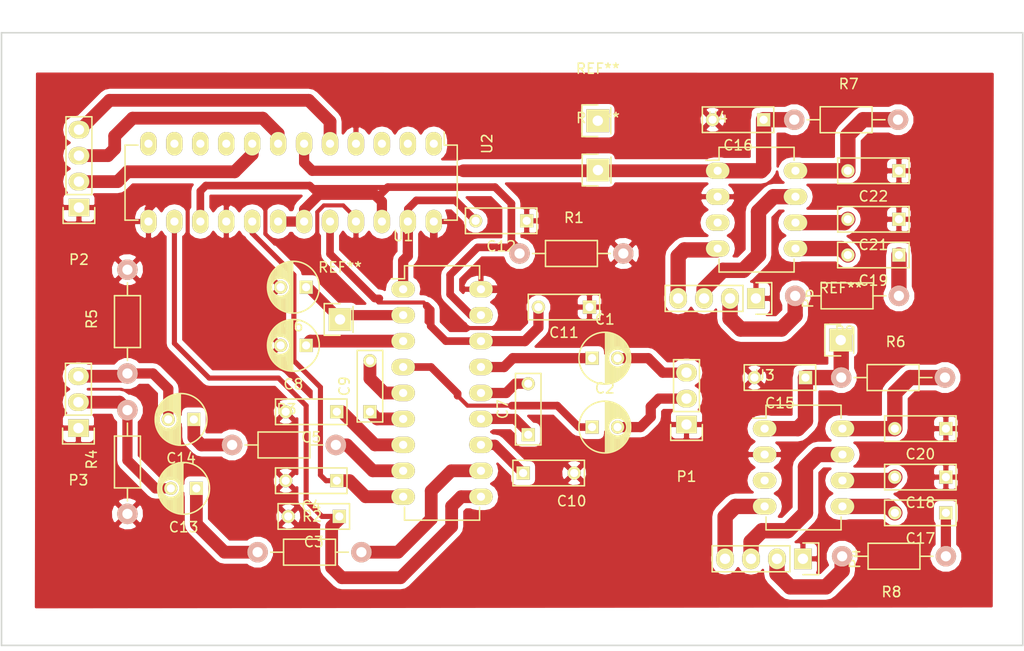
<source format=kicad_pcb>
(kicad_pcb (version 4) (host pcbnew 4.0.4-stable)

  (general
    (links 87)
    (no_connects 1)
    (area 28.154999 25.28 263.565001 178.300001)
    (thickness 1.6)
    (drawings 6)
    (tracks 266)
    (zones 0)
    (modules 44)
    (nets 52)
  )

  (page A4)
  (layers
    (0 F.Cu signal)
    (31 B.Cu signal)
    (32 B.Adhes user)
    (33 F.Adhes user)
    (34 B.Paste user)
    (35 F.Paste user)
    (36 B.SilkS user)
    (37 F.SilkS user)
    (38 B.Mask user)
    (39 F.Mask user)
    (40 Dwgs.User user)
    (41 Cmts.User user)
    (42 Eco1.User user)
    (43 Eco2.User user)
    (44 Edge.Cuts user)
    (45 Margin user)
    (46 B.CrtYd user)
    (47 F.CrtYd user)
    (48 B.Fab user)
    (49 F.Fab user)
  )

  (setup
    (last_trace_width 0.5)
    (user_trace_width 0.4)
    (user_trace_width 0.5)
    (user_trace_width 0.75)
    (user_trace_width 1)
    (user_trace_width 1.25)
    (user_trace_width 1.5)
    (user_trace_width 2)
    (user_trace_width 2.5)
    (trace_clearance 0.2)
    (zone_clearance 0.508)
    (zone_45_only no)
    (trace_min 0.2)
    (segment_width 0.2)
    (edge_width 0.15)
    (via_size 0.6)
    (via_drill 0.4)
    (via_min_size 0.4)
    (via_min_drill 0.3)
    (uvia_size 0.3)
    (uvia_drill 0.1)
    (uvias_allowed no)
    (uvia_min_size 0.2)
    (uvia_min_drill 0.1)
    (pcb_text_width 0.3)
    (pcb_text_size 1.5 1.5)
    (mod_edge_width 0.15)
    (mod_text_size 1 1)
    (mod_text_width 0.15)
    (pad_size 1.524 1.524)
    (pad_drill 0.762)
    (pad_to_mask_clearance 0.2)
    (aux_axis_origin 0 0)
    (visible_elements FFFFFFFF)
    (pcbplotparams
      (layerselection 0x00000_00000001)
      (usegerberextensions false)
      (excludeedgelayer true)
      (linewidth 0.050000)
      (plotframeref false)
      (viasonmask false)
      (mode 1)
      (useauxorigin false)
      (hpglpennumber 1)
      (hpglpenspeed 20)
      (hpglpendiameter 15)
      (hpglpenoverlay 2)
      (psnegative false)
      (psa4output false)
      (plotreference true)
      (plotvalue true)
      (plotinvisibletext false)
      (padsonsilk false)
      (subtractmaskfromsilk false)
      (outputformat 4)
      (mirror false)
      (drillshape 1)
      (scaleselection 1)
      (outputdirectory ../../../temp/))
  )

  (net 0 "")
  (net 1 "Net-(C1-Pad1)")
  (net 2 "Net-(C1-Pad2)")
  (net 3 "Net-(C2-Pad1)")
  (net 4 "Net-(C2-Pad2)")
  (net 5 "Net-(C3-Pad1)")
  (net 6 GND)
  (net 7 "Net-(C4-Pad1)")
  (net 8 "Net-(C5-Pad1)")
  (net 9 "Net-(C6-Pad1)")
  (net 10 "Net-(C7-Pad1)")
  (net 11 "Net-(C7-Pad2)")
  (net 12 +12V)
  (net 13 "Net-(C9-Pad1)")
  (net 14 "Net-(C9-Pad2)")
  (net 15 "Net-(C10-Pad1)")
  (net 16 "Net-(C11-Pad2)")
  (net 17 "Net-(C12-Pad2)")
  (net 18 "Net-(C13-Pad1)")
  (net 19 "Net-(C13-Pad2)")
  (net 20 "Net-(C14-Pad1)")
  (net 21 "Net-(C14-Pad2)")
  (net 22 +5V)
  (net 23 "Net-(C17-Pad1)")
  (net 24 "Net-(C17-Pad2)")
  (net 25 "Net-(C18-Pad2)")
  (net 26 "Net-(C19-Pad1)")
  (net 27 "Net-(C19-Pad2)")
  (net 28 "Net-(C20-Pad2)")
  (net 29 "Net-(C21-Pad2)")
  (net 30 "Net-(C22-Pad2)")
  (net 31 "Net-(R1-Pad1)")
  (net 32 "Net-(R2-Pad2)")
  (net 33 "Net-(R3-Pad2)")
  (net 34 "Net-(P4-Pad2)")
  (net 35 "Net-(P5-Pad2)")
  (net 36 "Net-(U2-Pad1)")
  (net 37 "Net-(U2-Pad2)")
  (net 38 "Net-(U2-Pad3)")
  (net 39 "Net-(P2-Pad3)")
  (net 40 "Net-(P2-Pad2)")
  (net 41 "Net-(U2-Pad9)")
  (net 42 "Net-(U2-Pad10)")
  (net 43 "Net-(U2-Pad11)")
  (net 44 "Net-(U2-Pad12)")
  (net 45 "Net-(P4-Pad4)")
  (net 46 "Net-(P4-Pad3)")
  (net 47 "Net-(P5-Pad4)")
  (net 48 "Net-(P5-Pad3)")
  (net 49 "Net-(P2-Pad4)")
  (net 50 "Net-(P4-Pad5)")
  (net 51 "Net-(P5-Pad5)")

  (net_class Default "To jest domyślna klasa połączeń."
    (clearance 0.2)
    (trace_width 0.25)
    (via_dia 0.6)
    (via_drill 0.4)
    (uvia_dia 0.3)
    (uvia_drill 0.1)
    (add_net +12V)
    (add_net +5V)
    (add_net GND)
    (add_net "Net-(C1-Pad1)")
    (add_net "Net-(C1-Pad2)")
    (add_net "Net-(C10-Pad1)")
    (add_net "Net-(C11-Pad2)")
    (add_net "Net-(C12-Pad2)")
    (add_net "Net-(C13-Pad1)")
    (add_net "Net-(C13-Pad2)")
    (add_net "Net-(C14-Pad1)")
    (add_net "Net-(C14-Pad2)")
    (add_net "Net-(C17-Pad1)")
    (add_net "Net-(C17-Pad2)")
    (add_net "Net-(C18-Pad2)")
    (add_net "Net-(C19-Pad1)")
    (add_net "Net-(C19-Pad2)")
    (add_net "Net-(C2-Pad1)")
    (add_net "Net-(C2-Pad2)")
    (add_net "Net-(C20-Pad2)")
    (add_net "Net-(C21-Pad2)")
    (add_net "Net-(C22-Pad2)")
    (add_net "Net-(C3-Pad1)")
    (add_net "Net-(C4-Pad1)")
    (add_net "Net-(C5-Pad1)")
    (add_net "Net-(C6-Pad1)")
    (add_net "Net-(C7-Pad1)")
    (add_net "Net-(C7-Pad2)")
    (add_net "Net-(C9-Pad1)")
    (add_net "Net-(C9-Pad2)")
    (add_net "Net-(P2-Pad2)")
    (add_net "Net-(P2-Pad3)")
    (add_net "Net-(P2-Pad4)")
    (add_net "Net-(P4-Pad2)")
    (add_net "Net-(P4-Pad3)")
    (add_net "Net-(P4-Pad4)")
    (add_net "Net-(P4-Pad5)")
    (add_net "Net-(P5-Pad2)")
    (add_net "Net-(P5-Pad3)")
    (add_net "Net-(P5-Pad4)")
    (add_net "Net-(P5-Pad5)")
    (add_net "Net-(R1-Pad1)")
    (add_net "Net-(R2-Pad2)")
    (add_net "Net-(R3-Pad2)")
    (add_net "Net-(U2-Pad1)")
    (add_net "Net-(U2-Pad10)")
    (add_net "Net-(U2-Pad11)")
    (add_net "Net-(U2-Pad12)")
    (add_net "Net-(U2-Pad2)")
    (add_net "Net-(U2-Pad3)")
    (add_net "Net-(U2-Pad9)")
  )

  (module Socket_Strips:Socket_Strip_Straight_1x01 (layer F.Cu) (tedit 54E9F79C) (tstamp 58624A3D)
    (at 61.38 54.56)
    (descr "Through hole socket strip")
    (tags "socket strip")
    (fp_text reference REF** (at 0 -5.1) (layer F.SilkS)
      (effects (font (size 1 1) (thickness 0.15)))
    )
    (fp_text value Socket_Strip_Straight_1x01 (at 0 -3.1) (layer F.Fab)
      (effects (font (size 1 1) (thickness 0.15)))
    )
    (fp_line (start -1.75 -1.75) (end -1.75 1.75) (layer F.CrtYd) (width 0.05))
    (fp_line (start 1.75 -1.75) (end 1.75 1.75) (layer F.CrtYd) (width 0.05))
    (fp_line (start -1.75 -1.75) (end 1.75 -1.75) (layer F.CrtYd) (width 0.05))
    (fp_line (start -1.75 1.75) (end 1.75 1.75) (layer F.CrtYd) (width 0.05))
    (fp_line (start 1.27 1.27) (end 1.27 -1.27) (layer F.SilkS) (width 0.15))
    (fp_line (start -1.55 -1.55) (end 0 -1.55) (layer F.SilkS) (width 0.15))
    (fp_line (start -1.55 -1.55) (end -1.55 1.55) (layer F.SilkS) (width 0.15))
    (fp_line (start -1.55 1.55) (end 0 1.55) (layer F.SilkS) (width 0.15))
    (pad 1 thru_hole rect (at 0 0) (size 2.2352 2.2352) (drill 1.016) (layers *.Cu *.Mask F.SilkS))
    (model Socket_Strips.3dshapes/Socket_Strip_Straight_1x01.wrl
      (at (xyz 0 0 0))
      (scale (xyz 1 1 1))
      (rotate (xyz 0 0 180))
    )
  )

  (module Socket_Strips:Socket_Strip_Straight_1x01 (layer F.Cu) (tedit 54E9F79C) (tstamp 58624A11)
    (at 86.62 35.1)
    (descr "Through hole socket strip")
    (tags "socket strip")
    (fp_text reference REF** (at 0 -5.1) (layer F.SilkS)
      (effects (font (size 1 1) (thickness 0.15)))
    )
    (fp_text value Socket_Strip_Straight_1x01 (at 0 -3.1) (layer F.Fab)
      (effects (font (size 1 1) (thickness 0.15)))
    )
    (fp_line (start -1.75 -1.75) (end -1.75 1.75) (layer F.CrtYd) (width 0.05))
    (fp_line (start 1.75 -1.75) (end 1.75 1.75) (layer F.CrtYd) (width 0.05))
    (fp_line (start -1.75 -1.75) (end 1.75 -1.75) (layer F.CrtYd) (width 0.05))
    (fp_line (start -1.75 1.75) (end 1.75 1.75) (layer F.CrtYd) (width 0.05))
    (fp_line (start 1.27 1.27) (end 1.27 -1.27) (layer F.SilkS) (width 0.15))
    (fp_line (start -1.55 -1.55) (end 0 -1.55) (layer F.SilkS) (width 0.15))
    (fp_line (start -1.55 -1.55) (end -1.55 1.55) (layer F.SilkS) (width 0.15))
    (fp_line (start -1.55 1.55) (end 0 1.55) (layer F.SilkS) (width 0.15))
    (pad 1 thru_hole rect (at 0 0) (size 2.2352 2.2352) (drill 1.016) (layers *.Cu *.Mask F.SilkS))
    (model Socket_Strips.3dshapes/Socket_Strip_Straight_1x01.wrl
      (at (xyz 0 0 0))
      (scale (xyz 1 1 1))
      (rotate (xyz 0 0 180))
    )
  )

  (module Socket_Strips:Socket_Strip_Straight_1x01 (layer F.Cu) (tedit 54E9F79C) (tstamp 585F01CC)
    (at 110.41 56.58)
    (descr "Through hole socket strip")
    (tags "socket strip")
    (fp_text reference REF** (at 0 -5.1) (layer F.SilkS)
      (effects (font (size 1 1) (thickness 0.15)))
    )
    (fp_text value Socket_Strip_Straight_1x01 (at 0 -3.1) (layer F.Fab)
      (effects (font (size 1 1) (thickness 0.15)))
    )
    (fp_line (start -1.75 -1.75) (end -1.75 1.75) (layer F.CrtYd) (width 0.05))
    (fp_line (start 1.75 -1.75) (end 1.75 1.75) (layer F.CrtYd) (width 0.05))
    (fp_line (start -1.75 -1.75) (end 1.75 -1.75) (layer F.CrtYd) (width 0.05))
    (fp_line (start -1.75 1.75) (end 1.75 1.75) (layer F.CrtYd) (width 0.05))
    (fp_line (start 1.27 1.27) (end 1.27 -1.27) (layer F.SilkS) (width 0.15))
    (fp_line (start -1.55 -1.55) (end 0 -1.55) (layer F.SilkS) (width 0.15))
    (fp_line (start -1.55 -1.55) (end -1.55 1.55) (layer F.SilkS) (width 0.15))
    (fp_line (start -1.55 1.55) (end 0 1.55) (layer F.SilkS) (width 0.15))
    (pad 1 thru_hole rect (at 0 0) (size 2.2352 2.2352) (drill 1.016) (layers *.Cu *.Mask F.SilkS))
    (model Socket_Strips.3dshapes/Socket_Strip_Straight_1x01.wrl
      (at (xyz 0 0 0))
      (scale (xyz 1 1 1))
      (rotate (xyz 0 0 180))
    )
  )

  (module Capacitors_ThroughHole:C_Radial_D5_L6_P2.5 (layer F.Cu) (tedit 0) (tstamp 584F3461)
    (at 58.06 51.4 180)
    (descr "Radial Electrolytic Capacitor Diameter 5mm x Length 6mm, Pitch 2.5mm")
    (tags "Electrolytic Capacitor")
    (path /58475B6E)
    (fp_text reference C6 (at 1.25 -3.8 180) (layer F.SilkS)
      (effects (font (size 1 1) (thickness 0.15)))
    )
    (fp_text value 10uF (at 1.25 3.8 180) (layer F.Fab)
      (effects (font (size 1 1) (thickness 0.15)))
    )
    (fp_line (start 1.325 -2.499) (end 1.325 2.499) (layer F.SilkS) (width 0.15))
    (fp_line (start 1.465 -2.491) (end 1.465 2.491) (layer F.SilkS) (width 0.15))
    (fp_line (start 1.605 -2.475) (end 1.605 -0.095) (layer F.SilkS) (width 0.15))
    (fp_line (start 1.605 0.095) (end 1.605 2.475) (layer F.SilkS) (width 0.15))
    (fp_line (start 1.745 -2.451) (end 1.745 -0.49) (layer F.SilkS) (width 0.15))
    (fp_line (start 1.745 0.49) (end 1.745 2.451) (layer F.SilkS) (width 0.15))
    (fp_line (start 1.885 -2.418) (end 1.885 -0.657) (layer F.SilkS) (width 0.15))
    (fp_line (start 1.885 0.657) (end 1.885 2.418) (layer F.SilkS) (width 0.15))
    (fp_line (start 2.025 -2.377) (end 2.025 -0.764) (layer F.SilkS) (width 0.15))
    (fp_line (start 2.025 0.764) (end 2.025 2.377) (layer F.SilkS) (width 0.15))
    (fp_line (start 2.165 -2.327) (end 2.165 -0.835) (layer F.SilkS) (width 0.15))
    (fp_line (start 2.165 0.835) (end 2.165 2.327) (layer F.SilkS) (width 0.15))
    (fp_line (start 2.305 -2.266) (end 2.305 -0.879) (layer F.SilkS) (width 0.15))
    (fp_line (start 2.305 0.879) (end 2.305 2.266) (layer F.SilkS) (width 0.15))
    (fp_line (start 2.445 -2.196) (end 2.445 -0.898) (layer F.SilkS) (width 0.15))
    (fp_line (start 2.445 0.898) (end 2.445 2.196) (layer F.SilkS) (width 0.15))
    (fp_line (start 2.585 -2.114) (end 2.585 -0.896) (layer F.SilkS) (width 0.15))
    (fp_line (start 2.585 0.896) (end 2.585 2.114) (layer F.SilkS) (width 0.15))
    (fp_line (start 2.725 -2.019) (end 2.725 -0.871) (layer F.SilkS) (width 0.15))
    (fp_line (start 2.725 0.871) (end 2.725 2.019) (layer F.SilkS) (width 0.15))
    (fp_line (start 2.865 -1.908) (end 2.865 -0.823) (layer F.SilkS) (width 0.15))
    (fp_line (start 2.865 0.823) (end 2.865 1.908) (layer F.SilkS) (width 0.15))
    (fp_line (start 3.005 -1.78) (end 3.005 -0.745) (layer F.SilkS) (width 0.15))
    (fp_line (start 3.005 0.745) (end 3.005 1.78) (layer F.SilkS) (width 0.15))
    (fp_line (start 3.145 -1.631) (end 3.145 -0.628) (layer F.SilkS) (width 0.15))
    (fp_line (start 3.145 0.628) (end 3.145 1.631) (layer F.SilkS) (width 0.15))
    (fp_line (start 3.285 -1.452) (end 3.285 -0.44) (layer F.SilkS) (width 0.15))
    (fp_line (start 3.285 0.44) (end 3.285 1.452) (layer F.SilkS) (width 0.15))
    (fp_line (start 3.425 -1.233) (end 3.425 1.233) (layer F.SilkS) (width 0.15))
    (fp_line (start 3.565 -0.944) (end 3.565 0.944) (layer F.SilkS) (width 0.15))
    (fp_line (start 3.705 -0.472) (end 3.705 0.472) (layer F.SilkS) (width 0.15))
    (fp_circle (center 2.5 0) (end 2.5 -0.9) (layer F.SilkS) (width 0.15))
    (fp_circle (center 1.25 0) (end 1.25 -2.5375) (layer F.SilkS) (width 0.15))
    (fp_circle (center 1.25 0) (end 1.25 -2.8) (layer F.CrtYd) (width 0.05))
    (pad 1 thru_hole rect (at 0 0 180) (size 1.3 1.3) (drill 0.8) (layers *.Cu *.Mask F.SilkS)
      (net 9 "Net-(C6-Pad1)"))
    (pad 2 thru_hole circle (at 2.5 0 180) (size 1.3 1.3) (drill 0.8) (layers *.Cu *.Mask F.SilkS)
      (net 6 GND))
    (model Capacitors_ThroughHole.3dshapes/C_Radial_D5_L6_P2.5.wrl
      (at (xyz 0.0492126 0 0))
      (scale (xyz 1 1 1))
      (rotate (xyz 0 0 90))
    )
  )

  (module Housings_DIP:DIP-18_W7.62mm_LongPads (layer F.Cu) (tedit 54130A77) (tstamp 584F369C)
    (at 67.56 51.6)
    (descr "18-lead dip package, row spacing 7.62 mm (300 mils), longer pads")
    (tags "dil dip 2.54 300")
    (path /581BC36A)
    (fp_text reference U1 (at 0 -5.22) (layer F.SilkS)
      (effects (font (size 1 1) (thickness 0.15)))
    )
    (fp_text value TDA1524 (at 0 -3.72) (layer F.Fab)
      (effects (font (size 1 1) (thickness 0.15)))
    )
    (fp_line (start -1.4 -2.45) (end -1.4 22.8) (layer F.CrtYd) (width 0.05))
    (fp_line (start 9 -2.45) (end 9 22.8) (layer F.CrtYd) (width 0.05))
    (fp_line (start -1.4 -2.45) (end 9 -2.45) (layer F.CrtYd) (width 0.05))
    (fp_line (start -1.4 22.8) (end 9 22.8) (layer F.CrtYd) (width 0.05))
    (fp_line (start 0.135 -2.295) (end 0.135 -1.025) (layer F.SilkS) (width 0.15))
    (fp_line (start 7.485 -2.295) (end 7.485 -1.025) (layer F.SilkS) (width 0.15))
    (fp_line (start 7.485 22.615) (end 7.485 21.345) (layer F.SilkS) (width 0.15))
    (fp_line (start 0.135 22.615) (end 0.135 21.345) (layer F.SilkS) (width 0.15))
    (fp_line (start 0.135 -2.295) (end 7.485 -2.295) (layer F.SilkS) (width 0.15))
    (fp_line (start 0.135 22.615) (end 7.485 22.615) (layer F.SilkS) (width 0.15))
    (fp_line (start 0.135 -1.025) (end -1.15 -1.025) (layer F.SilkS) (width 0.15))
    (pad 1 thru_hole oval (at 0 0) (size 2.3 1.6) (drill 0.8) (layers *.Cu *.Mask F.SilkS)
      (net 17 "Net-(C12-Pad2)"))
    (pad 2 thru_hole oval (at 0 2.54) (size 2.3 1.6) (drill 0.8) (layers *.Cu *.Mask F.SilkS)
      (net 9 "Net-(C6-Pad1)"))
    (pad 3 thru_hole oval (at 0 5.08) (size 2.3 1.6) (drill 0.8) (layers *.Cu *.Mask F.SilkS)
      (net 12 +12V))
    (pad 4 thru_hole oval (at 0 7.62) (size 2.3 1.6) (drill 0.8) (layers *.Cu *.Mask F.SilkS)
      (net 3 "Net-(C2-Pad1)"))
    (pad 5 thru_hole oval (at 0 10.16) (size 2.3 1.6) (drill 0.8) (layers *.Cu *.Mask F.SilkS)
      (net 14 "Net-(C9-Pad2)"))
    (pad 6 thru_hole oval (at 0 12.7) (size 2.3 1.6) (drill 0.8) (layers *.Cu *.Mask F.SilkS)
      (net 13 "Net-(C9-Pad1)"))
    (pad 7 thru_hole oval (at 0 15.24) (size 2.3 1.6) (drill 0.8) (layers *.Cu *.Mask F.SilkS)
      (net 8 "Net-(C5-Pad1)"))
    (pad 8 thru_hole oval (at 0 17.78) (size 2.3 1.6) (drill 0.8) (layers *.Cu *.Mask F.SilkS)
      (net 33 "Net-(R3-Pad2)"))
    (pad 9 thru_hole oval (at 0 20.32) (size 2.3 1.6) (drill 0.8) (layers *.Cu *.Mask F.SilkS)
      (net 7 "Net-(C4-Pad1)"))
    (pad 10 thru_hole oval (at 7.62 20.32) (size 2.3 1.6) (drill 0.8) (layers *.Cu *.Mask F.SilkS)
      (net 5 "Net-(C3-Pad1)"))
    (pad 11 thru_hole oval (at 7.62 17.78) (size 2.3 1.6) (drill 0.8) (layers *.Cu *.Mask F.SilkS)
      (net 32 "Net-(R2-Pad2)"))
    (pad 12 thru_hole oval (at 7.62 15.24) (size 2.3 1.6) (drill 0.8) (layers *.Cu *.Mask F.SilkS)
      (net 15 "Net-(C10-Pad1)"))
    (pad 13 thru_hole oval (at 7.62 12.7) (size 2.3 1.6) (drill 0.8) (layers *.Cu *.Mask F.SilkS)
      (net 10 "Net-(C7-Pad1)"))
    (pad 14 thru_hole oval (at 7.62 10.16) (size 2.3 1.6) (drill 0.8) (layers *.Cu *.Mask F.SilkS)
      (net 11 "Net-(C7-Pad2)"))
    (pad 15 thru_hole oval (at 7.62 7.62) (size 2.3 1.6) (drill 0.8) (layers *.Cu *.Mask F.SilkS)
      (net 1 "Net-(C1-Pad1)"))
    (pad 16 thru_hole oval (at 7.62 5.08) (size 2.3 1.6) (drill 0.8) (layers *.Cu *.Mask F.SilkS)
      (net 16 "Net-(C11-Pad2)"))
    (pad 17 thru_hole oval (at 7.62 2.54) (size 2.3 1.6) (drill 0.8) (layers *.Cu *.Mask F.SilkS)
      (net 31 "Net-(R1-Pad1)"))
    (pad 18 thru_hole oval (at 7.62 0) (size 2.3 1.6) (drill 0.8) (layers *.Cu *.Mask F.SilkS)
      (net 6 GND))
    (model Housings_DIP.3dshapes/DIP-18_W7.62mm_LongPads.wrl
      (at (xyz 0 0 0))
      (scale (xyz 1 1 1))
      (rotate (xyz 0 0 0))
    )
  )

  (module Capacitors_ThroughHole:C_Rect_L7_W2.5_P5 (layer F.Cu) (tedit 0) (tstamp 584F34CF)
    (at 79.66 44.9 180)
    (descr "Film Capacitor Length 7mm x Width 2.5mm, Pitch 5mm")
    (tags Capacitor)
    (path /5849DF23)
    (fp_text reference C12 (at 2.5 -2.5 180) (layer F.SilkS)
      (effects (font (size 1 1) (thickness 0.15)))
    )
    (fp_text value 100n (at 2.5 2.5 180) (layer F.Fab)
      (effects (font (size 1 1) (thickness 0.15)))
    )
    (fp_line (start -1.25 -1.5) (end 6.25 -1.5) (layer F.CrtYd) (width 0.05))
    (fp_line (start 6.25 -1.5) (end 6.25 1.5) (layer F.CrtYd) (width 0.05))
    (fp_line (start 6.25 1.5) (end -1.25 1.5) (layer F.CrtYd) (width 0.05))
    (fp_line (start -1.25 1.5) (end -1.25 -1.5) (layer F.CrtYd) (width 0.05))
    (fp_line (start -1 -1.25) (end 6 -1.25) (layer F.SilkS) (width 0.15))
    (fp_line (start 6 -1.25) (end 6 1.25) (layer F.SilkS) (width 0.15))
    (fp_line (start 6 1.25) (end -1 1.25) (layer F.SilkS) (width 0.15))
    (fp_line (start -1 1.25) (end -1 -1.25) (layer F.SilkS) (width 0.15))
    (pad 1 thru_hole rect (at 0 0 180) (size 1.3 1.3) (drill 0.8) (layers *.Cu *.Mask F.SilkS)
      (net 6 GND))
    (pad 2 thru_hole circle (at 5 0 180) (size 1.3 1.3) (drill 0.8) (layers *.Cu *.Mask F.SilkS)
      (net 17 "Net-(C12-Pad2)"))
  )

  (module Capacitors_ThroughHole:C_Rect_L7_W2.5_P5 (layer F.Cu) (tedit 584D93F2) (tstamp 584F34B3)
    (at 79.31 69.6)
    (descr "Film Capacitor Length 7mm x Width 2.5mm, Pitch 5mm")
    (tags Capacitor)
    (path /58473228)
    (fp_text reference C10 (at 4.75 2.75) (layer F.SilkS)
      (effects (font (size 1 1) (thickness 0.15)))
    )
    (fp_text value 15n (at 2.5 2.5) (layer F.Fab)
      (effects (font (size 1 1) (thickness 0.15)))
    )
    (fp_line (start -1.25 -1.5) (end 6.25 -1.5) (layer F.CrtYd) (width 0.05))
    (fp_line (start 6.25 -1.5) (end 6.25 1.5) (layer F.CrtYd) (width 0.05))
    (fp_line (start 6.25 1.5) (end -1.25 1.5) (layer F.CrtYd) (width 0.05))
    (fp_line (start -1.25 1.5) (end -1.25 -1.5) (layer F.CrtYd) (width 0.05))
    (fp_line (start -1 -1.25) (end 6 -1.25) (layer F.SilkS) (width 0.15))
    (fp_line (start 6 -1.25) (end 6 1.25) (layer F.SilkS) (width 0.15))
    (fp_line (start 6 1.25) (end -1 1.25) (layer F.SilkS) (width 0.15))
    (fp_line (start -1 1.25) (end -1 -1.25) (layer F.SilkS) (width 0.15))
    (pad 1 thru_hole rect (at 0 0) (size 1.3 1.3) (drill 0.8) (layers *.Cu *.Mask F.SilkS)
      (net 15 "Net-(C10-Pad1)"))
    (pad 2 thru_hole circle (at 5 0) (size 1.3 1.3) (drill 0.8) (layers *.Cu *.Mask F.SilkS)
      (net 6 GND))
  )

  (module Capacitors_ThroughHole:C_Radial_D5_L6_P2.5 (layer F.Cu) (tedit 0) (tstamp 584F33E7)
    (at 86.06 58.35)
    (descr "Radial Electrolytic Capacitor Diameter 5mm x Length 6mm, Pitch 2.5mm")
    (tags "Electrolytic Capacitor")
    (path /58472B70)
    (fp_text reference C1 (at 1.25 -3.8) (layer F.SilkS)
      (effects (font (size 1 1) (thickness 0.15)))
    )
    (fp_text value 10uF (at 1.25 3.8) (layer F.Fab)
      (effects (font (size 1 1) (thickness 0.15)))
    )
    (fp_line (start 1.325 -2.499) (end 1.325 2.499) (layer F.SilkS) (width 0.15))
    (fp_line (start 1.465 -2.491) (end 1.465 2.491) (layer F.SilkS) (width 0.15))
    (fp_line (start 1.605 -2.475) (end 1.605 -0.095) (layer F.SilkS) (width 0.15))
    (fp_line (start 1.605 0.095) (end 1.605 2.475) (layer F.SilkS) (width 0.15))
    (fp_line (start 1.745 -2.451) (end 1.745 -0.49) (layer F.SilkS) (width 0.15))
    (fp_line (start 1.745 0.49) (end 1.745 2.451) (layer F.SilkS) (width 0.15))
    (fp_line (start 1.885 -2.418) (end 1.885 -0.657) (layer F.SilkS) (width 0.15))
    (fp_line (start 1.885 0.657) (end 1.885 2.418) (layer F.SilkS) (width 0.15))
    (fp_line (start 2.025 -2.377) (end 2.025 -0.764) (layer F.SilkS) (width 0.15))
    (fp_line (start 2.025 0.764) (end 2.025 2.377) (layer F.SilkS) (width 0.15))
    (fp_line (start 2.165 -2.327) (end 2.165 -0.835) (layer F.SilkS) (width 0.15))
    (fp_line (start 2.165 0.835) (end 2.165 2.327) (layer F.SilkS) (width 0.15))
    (fp_line (start 2.305 -2.266) (end 2.305 -0.879) (layer F.SilkS) (width 0.15))
    (fp_line (start 2.305 0.879) (end 2.305 2.266) (layer F.SilkS) (width 0.15))
    (fp_line (start 2.445 -2.196) (end 2.445 -0.898) (layer F.SilkS) (width 0.15))
    (fp_line (start 2.445 0.898) (end 2.445 2.196) (layer F.SilkS) (width 0.15))
    (fp_line (start 2.585 -2.114) (end 2.585 -0.896) (layer F.SilkS) (width 0.15))
    (fp_line (start 2.585 0.896) (end 2.585 2.114) (layer F.SilkS) (width 0.15))
    (fp_line (start 2.725 -2.019) (end 2.725 -0.871) (layer F.SilkS) (width 0.15))
    (fp_line (start 2.725 0.871) (end 2.725 2.019) (layer F.SilkS) (width 0.15))
    (fp_line (start 2.865 -1.908) (end 2.865 -0.823) (layer F.SilkS) (width 0.15))
    (fp_line (start 2.865 0.823) (end 2.865 1.908) (layer F.SilkS) (width 0.15))
    (fp_line (start 3.005 -1.78) (end 3.005 -0.745) (layer F.SilkS) (width 0.15))
    (fp_line (start 3.005 0.745) (end 3.005 1.78) (layer F.SilkS) (width 0.15))
    (fp_line (start 3.145 -1.631) (end 3.145 -0.628) (layer F.SilkS) (width 0.15))
    (fp_line (start 3.145 0.628) (end 3.145 1.631) (layer F.SilkS) (width 0.15))
    (fp_line (start 3.285 -1.452) (end 3.285 -0.44) (layer F.SilkS) (width 0.15))
    (fp_line (start 3.285 0.44) (end 3.285 1.452) (layer F.SilkS) (width 0.15))
    (fp_line (start 3.425 -1.233) (end 3.425 1.233) (layer F.SilkS) (width 0.15))
    (fp_line (start 3.565 -0.944) (end 3.565 0.944) (layer F.SilkS) (width 0.15))
    (fp_line (start 3.705 -0.472) (end 3.705 0.472) (layer F.SilkS) (width 0.15))
    (fp_circle (center 2.5 0) (end 2.5 -0.9) (layer F.SilkS) (width 0.15))
    (fp_circle (center 1.25 0) (end 1.25 -2.5375) (layer F.SilkS) (width 0.15))
    (fp_circle (center 1.25 0) (end 1.25 -2.8) (layer F.CrtYd) (width 0.05))
    (pad 1 thru_hole rect (at 0 0) (size 1.3 1.3) (drill 0.8) (layers *.Cu *.Mask F.SilkS)
      (net 1 "Net-(C1-Pad1)"))
    (pad 2 thru_hole circle (at 2.5 0) (size 1.3 1.3) (drill 0.8) (layers *.Cu *.Mask F.SilkS)
      (net 2 "Net-(C1-Pad2)"))
    (model Capacitors_ThroughHole.3dshapes/C_Radial_D5_L6_P2.5.wrl
      (at (xyz 0.0492126 0 0))
      (scale (xyz 1 1 1))
      (rotate (xyz 0 0 90))
    )
  )

  (module Capacitors_ThroughHole:C_Radial_D5_L6_P2.5 (layer F.Cu) (tedit 0) (tstamp 584F340F)
    (at 86.06 65.1)
    (descr "Radial Electrolytic Capacitor Diameter 5mm x Length 6mm, Pitch 2.5mm")
    (tags "Electrolytic Capacitor")
    (path /58472DFB)
    (fp_text reference C2 (at 1.25 -3.8) (layer F.SilkS)
      (effects (font (size 1 1) (thickness 0.15)))
    )
    (fp_text value 10uF (at 1.25 3.8) (layer F.Fab)
      (effects (font (size 1 1) (thickness 0.15)))
    )
    (fp_line (start 1.325 -2.499) (end 1.325 2.499) (layer F.SilkS) (width 0.15))
    (fp_line (start 1.465 -2.491) (end 1.465 2.491) (layer F.SilkS) (width 0.15))
    (fp_line (start 1.605 -2.475) (end 1.605 -0.095) (layer F.SilkS) (width 0.15))
    (fp_line (start 1.605 0.095) (end 1.605 2.475) (layer F.SilkS) (width 0.15))
    (fp_line (start 1.745 -2.451) (end 1.745 -0.49) (layer F.SilkS) (width 0.15))
    (fp_line (start 1.745 0.49) (end 1.745 2.451) (layer F.SilkS) (width 0.15))
    (fp_line (start 1.885 -2.418) (end 1.885 -0.657) (layer F.SilkS) (width 0.15))
    (fp_line (start 1.885 0.657) (end 1.885 2.418) (layer F.SilkS) (width 0.15))
    (fp_line (start 2.025 -2.377) (end 2.025 -0.764) (layer F.SilkS) (width 0.15))
    (fp_line (start 2.025 0.764) (end 2.025 2.377) (layer F.SilkS) (width 0.15))
    (fp_line (start 2.165 -2.327) (end 2.165 -0.835) (layer F.SilkS) (width 0.15))
    (fp_line (start 2.165 0.835) (end 2.165 2.327) (layer F.SilkS) (width 0.15))
    (fp_line (start 2.305 -2.266) (end 2.305 -0.879) (layer F.SilkS) (width 0.15))
    (fp_line (start 2.305 0.879) (end 2.305 2.266) (layer F.SilkS) (width 0.15))
    (fp_line (start 2.445 -2.196) (end 2.445 -0.898) (layer F.SilkS) (width 0.15))
    (fp_line (start 2.445 0.898) (end 2.445 2.196) (layer F.SilkS) (width 0.15))
    (fp_line (start 2.585 -2.114) (end 2.585 -0.896) (layer F.SilkS) (width 0.15))
    (fp_line (start 2.585 0.896) (end 2.585 2.114) (layer F.SilkS) (width 0.15))
    (fp_line (start 2.725 -2.019) (end 2.725 -0.871) (layer F.SilkS) (width 0.15))
    (fp_line (start 2.725 0.871) (end 2.725 2.019) (layer F.SilkS) (width 0.15))
    (fp_line (start 2.865 -1.908) (end 2.865 -0.823) (layer F.SilkS) (width 0.15))
    (fp_line (start 2.865 0.823) (end 2.865 1.908) (layer F.SilkS) (width 0.15))
    (fp_line (start 3.005 -1.78) (end 3.005 -0.745) (layer F.SilkS) (width 0.15))
    (fp_line (start 3.005 0.745) (end 3.005 1.78) (layer F.SilkS) (width 0.15))
    (fp_line (start 3.145 -1.631) (end 3.145 -0.628) (layer F.SilkS) (width 0.15))
    (fp_line (start 3.145 0.628) (end 3.145 1.631) (layer F.SilkS) (width 0.15))
    (fp_line (start 3.285 -1.452) (end 3.285 -0.44) (layer F.SilkS) (width 0.15))
    (fp_line (start 3.285 0.44) (end 3.285 1.452) (layer F.SilkS) (width 0.15))
    (fp_line (start 3.425 -1.233) (end 3.425 1.233) (layer F.SilkS) (width 0.15))
    (fp_line (start 3.565 -0.944) (end 3.565 0.944) (layer F.SilkS) (width 0.15))
    (fp_line (start 3.705 -0.472) (end 3.705 0.472) (layer F.SilkS) (width 0.15))
    (fp_circle (center 2.5 0) (end 2.5 -0.9) (layer F.SilkS) (width 0.15))
    (fp_circle (center 1.25 0) (end 1.25 -2.5375) (layer F.SilkS) (width 0.15))
    (fp_circle (center 1.25 0) (end 1.25 -2.8) (layer F.CrtYd) (width 0.05))
    (pad 1 thru_hole rect (at 0 0) (size 1.3 1.3) (drill 0.8) (layers *.Cu *.Mask F.SilkS)
      (net 3 "Net-(C2-Pad1)"))
    (pad 2 thru_hole circle (at 2.5 0) (size 1.3 1.3) (drill 0.8) (layers *.Cu *.Mask F.SilkS)
      (net 4 "Net-(C2-Pad2)"))
    (model Capacitors_ThroughHole.3dshapes/C_Radial_D5_L6_P2.5.wrl
      (at (xyz 0.0492126 0 0))
      (scale (xyz 1 1 1))
      (rotate (xyz 0 0 90))
    )
  )

  (module Capacitors_ThroughHole:C_Rect_L7_W2.5_P5 (layer F.Cu) (tedit 0) (tstamp 584F341D)
    (at 61.31 73.85 180)
    (descr "Film Capacitor Length 7mm x Width 2.5mm, Pitch 5mm")
    (tags Capacitor)
    (path /5849E219)
    (fp_text reference C3 (at 2.5 -2.5 180) (layer F.SilkS)
      (effects (font (size 1 1) (thickness 0.15)))
    )
    (fp_text value 100n (at 2.5 2.5 180) (layer F.Fab)
      (effects (font (size 1 1) (thickness 0.15)))
    )
    (fp_line (start -1.25 -1.5) (end 6.25 -1.5) (layer F.CrtYd) (width 0.05))
    (fp_line (start 6.25 -1.5) (end 6.25 1.5) (layer F.CrtYd) (width 0.05))
    (fp_line (start 6.25 1.5) (end -1.25 1.5) (layer F.CrtYd) (width 0.05))
    (fp_line (start -1.25 1.5) (end -1.25 -1.5) (layer F.CrtYd) (width 0.05))
    (fp_line (start -1 -1.25) (end 6 -1.25) (layer F.SilkS) (width 0.15))
    (fp_line (start 6 -1.25) (end 6 1.25) (layer F.SilkS) (width 0.15))
    (fp_line (start 6 1.25) (end -1 1.25) (layer F.SilkS) (width 0.15))
    (fp_line (start -1 1.25) (end -1 -1.25) (layer F.SilkS) (width 0.15))
    (pad 1 thru_hole rect (at 0 0 180) (size 1.3 1.3) (drill 0.8) (layers *.Cu *.Mask F.SilkS)
      (net 5 "Net-(C3-Pad1)"))
    (pad 2 thru_hole circle (at 5 0 180) (size 1.3 1.3) (drill 0.8) (layers *.Cu *.Mask F.SilkS)
      (net 6 GND))
  )

  (module Capacitors_ThroughHole:C_Rect_L7_W2.5_P5 (layer F.Cu) (tedit 0) (tstamp 584F342B)
    (at 61.06 70.35 180)
    (descr "Film Capacitor Length 7mm x Width 2.5mm, Pitch 5mm")
    (tags Capacitor)
    (path /5849E19A)
    (fp_text reference C4 (at 2.5 -2.5 180) (layer F.SilkS)
      (effects (font (size 1 1) (thickness 0.15)))
    )
    (fp_text value 100n (at 2.5 2.5 180) (layer F.Fab)
      (effects (font (size 1 1) (thickness 0.15)))
    )
    (fp_line (start -1.25 -1.5) (end 6.25 -1.5) (layer F.CrtYd) (width 0.05))
    (fp_line (start 6.25 -1.5) (end 6.25 1.5) (layer F.CrtYd) (width 0.05))
    (fp_line (start 6.25 1.5) (end -1.25 1.5) (layer F.CrtYd) (width 0.05))
    (fp_line (start -1.25 1.5) (end -1.25 -1.5) (layer F.CrtYd) (width 0.05))
    (fp_line (start -1 -1.25) (end 6 -1.25) (layer F.SilkS) (width 0.15))
    (fp_line (start 6 -1.25) (end 6 1.25) (layer F.SilkS) (width 0.15))
    (fp_line (start 6 1.25) (end -1 1.25) (layer F.SilkS) (width 0.15))
    (fp_line (start -1 1.25) (end -1 -1.25) (layer F.SilkS) (width 0.15))
    (pad 1 thru_hole rect (at 0 0 180) (size 1.3 1.3) (drill 0.8) (layers *.Cu *.Mask F.SilkS)
      (net 7 "Net-(C4-Pad1)"))
    (pad 2 thru_hole circle (at 5 0 180) (size 1.3 1.3) (drill 0.8) (layers *.Cu *.Mask F.SilkS)
      (net 6 GND))
  )

  (module Capacitors_ThroughHole:C_Rect_L7_W2.5_P5 (layer F.Cu) (tedit 0) (tstamp 584F3439)
    (at 61.06 63.6 180)
    (descr "Film Capacitor Length 7mm x Width 2.5mm, Pitch 5mm")
    (tags Capacitor)
    (path /58473501)
    (fp_text reference C5 (at 2.5 -2.5 180) (layer F.SilkS)
      (effects (font (size 1 1) (thickness 0.15)))
    )
    (fp_text value 15n (at 2.5 2.5 180) (layer F.Fab)
      (effects (font (size 1 1) (thickness 0.15)))
    )
    (fp_line (start -1.25 -1.5) (end 6.25 -1.5) (layer F.CrtYd) (width 0.05))
    (fp_line (start 6.25 -1.5) (end 6.25 1.5) (layer F.CrtYd) (width 0.05))
    (fp_line (start 6.25 1.5) (end -1.25 1.5) (layer F.CrtYd) (width 0.05))
    (fp_line (start -1.25 1.5) (end -1.25 -1.5) (layer F.CrtYd) (width 0.05))
    (fp_line (start -1 -1.25) (end 6 -1.25) (layer F.SilkS) (width 0.15))
    (fp_line (start 6 -1.25) (end 6 1.25) (layer F.SilkS) (width 0.15))
    (fp_line (start 6 1.25) (end -1 1.25) (layer F.SilkS) (width 0.15))
    (fp_line (start -1 1.25) (end -1 -1.25) (layer F.SilkS) (width 0.15))
    (pad 1 thru_hole rect (at 0 0 180) (size 1.3 1.3) (drill 0.8) (layers *.Cu *.Mask F.SilkS)
      (net 8 "Net-(C5-Pad1)"))
    (pad 2 thru_hole circle (at 5 0 180) (size 1.3 1.3) (drill 0.8) (layers *.Cu *.Mask F.SilkS)
      (net 6 GND))
  )

  (module Capacitors_ThroughHole:C_Rect_L7_W2.5_P5 (layer F.Cu) (tedit 0) (tstamp 584F346F)
    (at 79.81 65.85 90)
    (descr "Film Capacitor Length 7mm x Width 2.5mm, Pitch 5mm")
    (tags Capacitor)
    (path /584730DB)
    (fp_text reference C7 (at 2.5 -2.5 90) (layer F.SilkS)
      (effects (font (size 1 1) (thickness 0.15)))
    )
    (fp_text value 56n (at 2.5 2.5 90) (layer F.Fab)
      (effects (font (size 1 1) (thickness 0.15)))
    )
    (fp_line (start -1.25 -1.5) (end 6.25 -1.5) (layer F.CrtYd) (width 0.05))
    (fp_line (start 6.25 -1.5) (end 6.25 1.5) (layer F.CrtYd) (width 0.05))
    (fp_line (start 6.25 1.5) (end -1.25 1.5) (layer F.CrtYd) (width 0.05))
    (fp_line (start -1.25 1.5) (end -1.25 -1.5) (layer F.CrtYd) (width 0.05))
    (fp_line (start -1 -1.25) (end 6 -1.25) (layer F.SilkS) (width 0.15))
    (fp_line (start 6 -1.25) (end 6 1.25) (layer F.SilkS) (width 0.15))
    (fp_line (start 6 1.25) (end -1 1.25) (layer F.SilkS) (width 0.15))
    (fp_line (start -1 1.25) (end -1 -1.25) (layer F.SilkS) (width 0.15))
    (pad 1 thru_hole rect (at 0 0 90) (size 1.3 1.3) (drill 0.8) (layers *.Cu *.Mask F.SilkS)
      (net 10 "Net-(C7-Pad1)"))
    (pad 2 thru_hole circle (at 5 0 90) (size 1.3 1.3) (drill 0.8) (layers *.Cu *.Mask F.SilkS)
      (net 11 "Net-(C7-Pad2)"))
  )

  (module Capacitors_ThroughHole:C_Radial_D5_L6_P2.5 (layer F.Cu) (tedit 0) (tstamp 584F3497)
    (at 58.06 57.1 180)
    (descr "Radial Electrolytic Capacitor Diameter 5mm x Length 6mm, Pitch 2.5mm")
    (tags "Electrolytic Capacitor")
    (path /584763D7)
    (fp_text reference C8 (at 1.25 -3.8 180) (layer F.SilkS)
      (effects (font (size 1 1) (thickness 0.15)))
    )
    (fp_text value 100uF (at 1.25 3.8 180) (layer F.Fab)
      (effects (font (size 1 1) (thickness 0.15)))
    )
    (fp_line (start 1.325 -2.499) (end 1.325 2.499) (layer F.SilkS) (width 0.15))
    (fp_line (start 1.465 -2.491) (end 1.465 2.491) (layer F.SilkS) (width 0.15))
    (fp_line (start 1.605 -2.475) (end 1.605 -0.095) (layer F.SilkS) (width 0.15))
    (fp_line (start 1.605 0.095) (end 1.605 2.475) (layer F.SilkS) (width 0.15))
    (fp_line (start 1.745 -2.451) (end 1.745 -0.49) (layer F.SilkS) (width 0.15))
    (fp_line (start 1.745 0.49) (end 1.745 2.451) (layer F.SilkS) (width 0.15))
    (fp_line (start 1.885 -2.418) (end 1.885 -0.657) (layer F.SilkS) (width 0.15))
    (fp_line (start 1.885 0.657) (end 1.885 2.418) (layer F.SilkS) (width 0.15))
    (fp_line (start 2.025 -2.377) (end 2.025 -0.764) (layer F.SilkS) (width 0.15))
    (fp_line (start 2.025 0.764) (end 2.025 2.377) (layer F.SilkS) (width 0.15))
    (fp_line (start 2.165 -2.327) (end 2.165 -0.835) (layer F.SilkS) (width 0.15))
    (fp_line (start 2.165 0.835) (end 2.165 2.327) (layer F.SilkS) (width 0.15))
    (fp_line (start 2.305 -2.266) (end 2.305 -0.879) (layer F.SilkS) (width 0.15))
    (fp_line (start 2.305 0.879) (end 2.305 2.266) (layer F.SilkS) (width 0.15))
    (fp_line (start 2.445 -2.196) (end 2.445 -0.898) (layer F.SilkS) (width 0.15))
    (fp_line (start 2.445 0.898) (end 2.445 2.196) (layer F.SilkS) (width 0.15))
    (fp_line (start 2.585 -2.114) (end 2.585 -0.896) (layer F.SilkS) (width 0.15))
    (fp_line (start 2.585 0.896) (end 2.585 2.114) (layer F.SilkS) (width 0.15))
    (fp_line (start 2.725 -2.019) (end 2.725 -0.871) (layer F.SilkS) (width 0.15))
    (fp_line (start 2.725 0.871) (end 2.725 2.019) (layer F.SilkS) (width 0.15))
    (fp_line (start 2.865 -1.908) (end 2.865 -0.823) (layer F.SilkS) (width 0.15))
    (fp_line (start 2.865 0.823) (end 2.865 1.908) (layer F.SilkS) (width 0.15))
    (fp_line (start 3.005 -1.78) (end 3.005 -0.745) (layer F.SilkS) (width 0.15))
    (fp_line (start 3.005 0.745) (end 3.005 1.78) (layer F.SilkS) (width 0.15))
    (fp_line (start 3.145 -1.631) (end 3.145 -0.628) (layer F.SilkS) (width 0.15))
    (fp_line (start 3.145 0.628) (end 3.145 1.631) (layer F.SilkS) (width 0.15))
    (fp_line (start 3.285 -1.452) (end 3.285 -0.44) (layer F.SilkS) (width 0.15))
    (fp_line (start 3.285 0.44) (end 3.285 1.452) (layer F.SilkS) (width 0.15))
    (fp_line (start 3.425 -1.233) (end 3.425 1.233) (layer F.SilkS) (width 0.15))
    (fp_line (start 3.565 -0.944) (end 3.565 0.944) (layer F.SilkS) (width 0.15))
    (fp_line (start 3.705 -0.472) (end 3.705 0.472) (layer F.SilkS) (width 0.15))
    (fp_circle (center 2.5 0) (end 2.5 -0.9) (layer F.SilkS) (width 0.15))
    (fp_circle (center 1.25 0) (end 1.25 -2.5375) (layer F.SilkS) (width 0.15))
    (fp_circle (center 1.25 0) (end 1.25 -2.8) (layer F.CrtYd) (width 0.05))
    (pad 1 thru_hole rect (at 0 0 180) (size 1.3 1.3) (drill 0.8) (layers *.Cu *.Mask F.SilkS)
      (net 12 +12V))
    (pad 2 thru_hole circle (at 2.5 0 180) (size 1.3 1.3) (drill 0.8) (layers *.Cu *.Mask F.SilkS)
      (net 6 GND))
    (model Capacitors_ThroughHole.3dshapes/C_Radial_D5_L6_P2.5.wrl
      (at (xyz 0.0492126 0 0))
      (scale (xyz 1 1 1))
      (rotate (xyz 0 0 90))
    )
  )

  (module Capacitors_ThroughHole:C_Rect_L7_W2.5_P5 (layer F.Cu) (tedit 0) (tstamp 584F34A5)
    (at 64.31 63.6 90)
    (descr "Film Capacitor Length 7mm x Width 2.5mm, Pitch 5mm")
    (tags Capacitor)
    (path /5849E543)
    (fp_text reference C9 (at 2.5 -2.5 90) (layer F.SilkS)
      (effects (font (size 1 1) (thickness 0.15)))
    )
    (fp_text value 56n (at 2.5 2.5 90) (layer F.Fab)
      (effects (font (size 1 1) (thickness 0.15)))
    )
    (fp_line (start -1.25 -1.5) (end 6.25 -1.5) (layer F.CrtYd) (width 0.05))
    (fp_line (start 6.25 -1.5) (end 6.25 1.5) (layer F.CrtYd) (width 0.05))
    (fp_line (start 6.25 1.5) (end -1.25 1.5) (layer F.CrtYd) (width 0.05))
    (fp_line (start -1.25 1.5) (end -1.25 -1.5) (layer F.CrtYd) (width 0.05))
    (fp_line (start -1 -1.25) (end 6 -1.25) (layer F.SilkS) (width 0.15))
    (fp_line (start 6 -1.25) (end 6 1.25) (layer F.SilkS) (width 0.15))
    (fp_line (start 6 1.25) (end -1 1.25) (layer F.SilkS) (width 0.15))
    (fp_line (start -1 1.25) (end -1 -1.25) (layer F.SilkS) (width 0.15))
    (pad 1 thru_hole rect (at 0 0 90) (size 1.3 1.3) (drill 0.8) (layers *.Cu *.Mask F.SilkS)
      (net 13 "Net-(C9-Pad1)"))
    (pad 2 thru_hole circle (at 5 0 90) (size 1.3 1.3) (drill 0.8) (layers *.Cu *.Mask F.SilkS)
      (net 14 "Net-(C9-Pad2)"))
  )

  (module Capacitors_ThroughHole:C_Rect_L7_W2.5_P5 (layer F.Cu) (tedit 0) (tstamp 584F34C1)
    (at 85.81 53.35 180)
    (descr "Film Capacitor Length 7mm x Width 2.5mm, Pitch 5mm")
    (tags Capacitor)
    (path /58472FB1)
    (fp_text reference C11 (at 2.5 -2.5 180) (layer F.SilkS)
      (effects (font (size 1 1) (thickness 0.15)))
    )
    (fp_text value 100n (at 2.5 2.5 180) (layer F.Fab)
      (effects (font (size 1 1) (thickness 0.15)))
    )
    (fp_line (start -1.25 -1.5) (end 6.25 -1.5) (layer F.CrtYd) (width 0.05))
    (fp_line (start 6.25 -1.5) (end 6.25 1.5) (layer F.CrtYd) (width 0.05))
    (fp_line (start 6.25 1.5) (end -1.25 1.5) (layer F.CrtYd) (width 0.05))
    (fp_line (start -1.25 1.5) (end -1.25 -1.5) (layer F.CrtYd) (width 0.05))
    (fp_line (start -1 -1.25) (end 6 -1.25) (layer F.SilkS) (width 0.15))
    (fp_line (start 6 -1.25) (end 6 1.25) (layer F.SilkS) (width 0.15))
    (fp_line (start 6 1.25) (end -1 1.25) (layer F.SilkS) (width 0.15))
    (fp_line (start -1 1.25) (end -1 -1.25) (layer F.SilkS) (width 0.15))
    (pad 1 thru_hole rect (at 0 0 180) (size 1.3 1.3) (drill 0.8) (layers *.Cu *.Mask F.SilkS)
      (net 6 GND))
    (pad 2 thru_hole circle (at 5 0 180) (size 1.3 1.3) (drill 0.8) (layers *.Cu *.Mask F.SilkS)
      (net 16 "Net-(C11-Pad2)"))
  )

  (module Capacitors_ThroughHole:C_Radial_D5_L6_P2.5 (layer F.Cu) (tedit 0) (tstamp 584F34F7)
    (at 47.31 71.1 180)
    (descr "Radial Electrolytic Capacitor Diameter 5mm x Length 6mm, Pitch 2.5mm")
    (tags "Electrolytic Capacitor")
    (path /584A318E)
    (fp_text reference C13 (at 1.25 -3.8 180) (layer F.SilkS)
      (effects (font (size 1 1) (thickness 0.15)))
    )
    (fp_text value 4.7uF (at 1.25 3.8 180) (layer F.Fab)
      (effects (font (size 1 1) (thickness 0.15)))
    )
    (fp_line (start 1.325 -2.499) (end 1.325 2.499) (layer F.SilkS) (width 0.15))
    (fp_line (start 1.465 -2.491) (end 1.465 2.491) (layer F.SilkS) (width 0.15))
    (fp_line (start 1.605 -2.475) (end 1.605 -0.095) (layer F.SilkS) (width 0.15))
    (fp_line (start 1.605 0.095) (end 1.605 2.475) (layer F.SilkS) (width 0.15))
    (fp_line (start 1.745 -2.451) (end 1.745 -0.49) (layer F.SilkS) (width 0.15))
    (fp_line (start 1.745 0.49) (end 1.745 2.451) (layer F.SilkS) (width 0.15))
    (fp_line (start 1.885 -2.418) (end 1.885 -0.657) (layer F.SilkS) (width 0.15))
    (fp_line (start 1.885 0.657) (end 1.885 2.418) (layer F.SilkS) (width 0.15))
    (fp_line (start 2.025 -2.377) (end 2.025 -0.764) (layer F.SilkS) (width 0.15))
    (fp_line (start 2.025 0.764) (end 2.025 2.377) (layer F.SilkS) (width 0.15))
    (fp_line (start 2.165 -2.327) (end 2.165 -0.835) (layer F.SilkS) (width 0.15))
    (fp_line (start 2.165 0.835) (end 2.165 2.327) (layer F.SilkS) (width 0.15))
    (fp_line (start 2.305 -2.266) (end 2.305 -0.879) (layer F.SilkS) (width 0.15))
    (fp_line (start 2.305 0.879) (end 2.305 2.266) (layer F.SilkS) (width 0.15))
    (fp_line (start 2.445 -2.196) (end 2.445 -0.898) (layer F.SilkS) (width 0.15))
    (fp_line (start 2.445 0.898) (end 2.445 2.196) (layer F.SilkS) (width 0.15))
    (fp_line (start 2.585 -2.114) (end 2.585 -0.896) (layer F.SilkS) (width 0.15))
    (fp_line (start 2.585 0.896) (end 2.585 2.114) (layer F.SilkS) (width 0.15))
    (fp_line (start 2.725 -2.019) (end 2.725 -0.871) (layer F.SilkS) (width 0.15))
    (fp_line (start 2.725 0.871) (end 2.725 2.019) (layer F.SilkS) (width 0.15))
    (fp_line (start 2.865 -1.908) (end 2.865 -0.823) (layer F.SilkS) (width 0.15))
    (fp_line (start 2.865 0.823) (end 2.865 1.908) (layer F.SilkS) (width 0.15))
    (fp_line (start 3.005 -1.78) (end 3.005 -0.745) (layer F.SilkS) (width 0.15))
    (fp_line (start 3.005 0.745) (end 3.005 1.78) (layer F.SilkS) (width 0.15))
    (fp_line (start 3.145 -1.631) (end 3.145 -0.628) (layer F.SilkS) (width 0.15))
    (fp_line (start 3.145 0.628) (end 3.145 1.631) (layer F.SilkS) (width 0.15))
    (fp_line (start 3.285 -1.452) (end 3.285 -0.44) (layer F.SilkS) (width 0.15))
    (fp_line (start 3.285 0.44) (end 3.285 1.452) (layer F.SilkS) (width 0.15))
    (fp_line (start 3.425 -1.233) (end 3.425 1.233) (layer F.SilkS) (width 0.15))
    (fp_line (start 3.565 -0.944) (end 3.565 0.944) (layer F.SilkS) (width 0.15))
    (fp_line (start 3.705 -0.472) (end 3.705 0.472) (layer F.SilkS) (width 0.15))
    (fp_circle (center 2.5 0) (end 2.5 -0.9) (layer F.SilkS) (width 0.15))
    (fp_circle (center 1.25 0) (end 1.25 -2.5375) (layer F.SilkS) (width 0.15))
    (fp_circle (center 1.25 0) (end 1.25 -2.8) (layer F.CrtYd) (width 0.05))
    (pad 1 thru_hole rect (at 0 0 180) (size 1.3 1.3) (drill 0.8) (layers *.Cu *.Mask F.SilkS)
      (net 18 "Net-(C13-Pad1)"))
    (pad 2 thru_hole circle (at 2.5 0 180) (size 1.3 1.3) (drill 0.8) (layers *.Cu *.Mask F.SilkS)
      (net 19 "Net-(C13-Pad2)"))
    (model Capacitors_ThroughHole.3dshapes/C_Radial_D5_L6_P2.5.wrl
      (at (xyz 0.0492126 0 0))
      (scale (xyz 1 1 1))
      (rotate (xyz 0 0 90))
    )
  )

  (module Capacitors_ThroughHole:C_Radial_D5_L6_P2.5 (layer F.Cu) (tedit 0) (tstamp 584F351F)
    (at 47.06 64.35 180)
    (descr "Radial Electrolytic Capacitor Diameter 5mm x Length 6mm, Pitch 2.5mm")
    (tags "Electrolytic Capacitor")
    (path /584A32DC)
    (fp_text reference C14 (at 1.25 -3.8 180) (layer F.SilkS)
      (effects (font (size 1 1) (thickness 0.15)))
    )
    (fp_text value 4.7uF (at 1.25 3.8 180) (layer F.Fab)
      (effects (font (size 1 1) (thickness 0.15)))
    )
    (fp_line (start 1.325 -2.499) (end 1.325 2.499) (layer F.SilkS) (width 0.15))
    (fp_line (start 1.465 -2.491) (end 1.465 2.491) (layer F.SilkS) (width 0.15))
    (fp_line (start 1.605 -2.475) (end 1.605 -0.095) (layer F.SilkS) (width 0.15))
    (fp_line (start 1.605 0.095) (end 1.605 2.475) (layer F.SilkS) (width 0.15))
    (fp_line (start 1.745 -2.451) (end 1.745 -0.49) (layer F.SilkS) (width 0.15))
    (fp_line (start 1.745 0.49) (end 1.745 2.451) (layer F.SilkS) (width 0.15))
    (fp_line (start 1.885 -2.418) (end 1.885 -0.657) (layer F.SilkS) (width 0.15))
    (fp_line (start 1.885 0.657) (end 1.885 2.418) (layer F.SilkS) (width 0.15))
    (fp_line (start 2.025 -2.377) (end 2.025 -0.764) (layer F.SilkS) (width 0.15))
    (fp_line (start 2.025 0.764) (end 2.025 2.377) (layer F.SilkS) (width 0.15))
    (fp_line (start 2.165 -2.327) (end 2.165 -0.835) (layer F.SilkS) (width 0.15))
    (fp_line (start 2.165 0.835) (end 2.165 2.327) (layer F.SilkS) (width 0.15))
    (fp_line (start 2.305 -2.266) (end 2.305 -0.879) (layer F.SilkS) (width 0.15))
    (fp_line (start 2.305 0.879) (end 2.305 2.266) (layer F.SilkS) (width 0.15))
    (fp_line (start 2.445 -2.196) (end 2.445 -0.898) (layer F.SilkS) (width 0.15))
    (fp_line (start 2.445 0.898) (end 2.445 2.196) (layer F.SilkS) (width 0.15))
    (fp_line (start 2.585 -2.114) (end 2.585 -0.896) (layer F.SilkS) (width 0.15))
    (fp_line (start 2.585 0.896) (end 2.585 2.114) (layer F.SilkS) (width 0.15))
    (fp_line (start 2.725 -2.019) (end 2.725 -0.871) (layer F.SilkS) (width 0.15))
    (fp_line (start 2.725 0.871) (end 2.725 2.019) (layer F.SilkS) (width 0.15))
    (fp_line (start 2.865 -1.908) (end 2.865 -0.823) (layer F.SilkS) (width 0.15))
    (fp_line (start 2.865 0.823) (end 2.865 1.908) (layer F.SilkS) (width 0.15))
    (fp_line (start 3.005 -1.78) (end 3.005 -0.745) (layer F.SilkS) (width 0.15))
    (fp_line (start 3.005 0.745) (end 3.005 1.78) (layer F.SilkS) (width 0.15))
    (fp_line (start 3.145 -1.631) (end 3.145 -0.628) (layer F.SilkS) (width 0.15))
    (fp_line (start 3.145 0.628) (end 3.145 1.631) (layer F.SilkS) (width 0.15))
    (fp_line (start 3.285 -1.452) (end 3.285 -0.44) (layer F.SilkS) (width 0.15))
    (fp_line (start 3.285 0.44) (end 3.285 1.452) (layer F.SilkS) (width 0.15))
    (fp_line (start 3.425 -1.233) (end 3.425 1.233) (layer F.SilkS) (width 0.15))
    (fp_line (start 3.565 -0.944) (end 3.565 0.944) (layer F.SilkS) (width 0.15))
    (fp_line (start 3.705 -0.472) (end 3.705 0.472) (layer F.SilkS) (width 0.15))
    (fp_circle (center 2.5 0) (end 2.5 -0.9) (layer F.SilkS) (width 0.15))
    (fp_circle (center 1.25 0) (end 1.25 -2.5375) (layer F.SilkS) (width 0.15))
    (fp_circle (center 1.25 0) (end 1.25 -2.8) (layer F.CrtYd) (width 0.05))
    (pad 1 thru_hole rect (at 0 0 180) (size 1.3 1.3) (drill 0.8) (layers *.Cu *.Mask F.SilkS)
      (net 20 "Net-(C14-Pad1)"))
    (pad 2 thru_hole circle (at 2.5 0 180) (size 1.3 1.3) (drill 0.8) (layers *.Cu *.Mask F.SilkS)
      (net 21 "Net-(C14-Pad2)"))
    (model Capacitors_ThroughHole.3dshapes/C_Radial_D5_L6_P2.5.wrl
      (at (xyz 0.0492126 0 0))
      (scale (xyz 1 1 1))
      (rotate (xyz 0 0 90))
    )
  )

  (module Capacitors_ThroughHole:C_Rect_L7_W2.5_P5 (layer F.Cu) (tedit 0) (tstamp 584F352D)
    (at 106.96 60.25 180)
    (descr "Film Capacitor Length 7mm x Width 2.5mm, Pitch 5mm")
    (tags Capacitor)
    (path /584CCA12)
    (fp_text reference C15 (at 2.5 -2.5 180) (layer F.SilkS)
      (effects (font (size 1 1) (thickness 0.15)))
    )
    (fp_text value 100nF (at 2.5 2.5 180) (layer F.Fab)
      (effects (font (size 1 1) (thickness 0.15)))
    )
    (fp_line (start -1.25 -1.5) (end 6.25 -1.5) (layer F.CrtYd) (width 0.05))
    (fp_line (start 6.25 -1.5) (end 6.25 1.5) (layer F.CrtYd) (width 0.05))
    (fp_line (start 6.25 1.5) (end -1.25 1.5) (layer F.CrtYd) (width 0.05))
    (fp_line (start -1.25 1.5) (end -1.25 -1.5) (layer F.CrtYd) (width 0.05))
    (fp_line (start -1 -1.25) (end 6 -1.25) (layer F.SilkS) (width 0.15))
    (fp_line (start 6 -1.25) (end 6 1.25) (layer F.SilkS) (width 0.15))
    (fp_line (start 6 1.25) (end -1 1.25) (layer F.SilkS) (width 0.15))
    (fp_line (start -1 1.25) (end -1 -1.25) (layer F.SilkS) (width 0.15))
    (pad 1 thru_hole rect (at 0 0 180) (size 1.3 1.3) (drill 0.8) (layers *.Cu *.Mask F.SilkS)
      (net 22 +5V))
    (pad 2 thru_hole circle (at 5 0 180) (size 1.3 1.3) (drill 0.8) (layers *.Cu *.Mask F.SilkS)
      (net 6 GND))
  )

  (module Capacitors_ThroughHole:C_Rect_L7_W2.5_P5 (layer F.Cu) (tedit 0) (tstamp 584F353B)
    (at 102.86 35 180)
    (descr "Film Capacitor Length 7mm x Width 2.5mm, Pitch 5mm")
    (tags Capacitor)
    (path /584CE51E)
    (fp_text reference C16 (at 2.5 -2.5 180) (layer F.SilkS)
      (effects (font (size 1 1) (thickness 0.15)))
    )
    (fp_text value 100nF (at 2.5 2.5 180) (layer F.Fab)
      (effects (font (size 1 1) (thickness 0.15)))
    )
    (fp_line (start -1.25 -1.5) (end 6.25 -1.5) (layer F.CrtYd) (width 0.05))
    (fp_line (start 6.25 -1.5) (end 6.25 1.5) (layer F.CrtYd) (width 0.05))
    (fp_line (start 6.25 1.5) (end -1.25 1.5) (layer F.CrtYd) (width 0.05))
    (fp_line (start -1.25 1.5) (end -1.25 -1.5) (layer F.CrtYd) (width 0.05))
    (fp_line (start -1 -1.25) (end 6 -1.25) (layer F.SilkS) (width 0.15))
    (fp_line (start 6 -1.25) (end 6 1.25) (layer F.SilkS) (width 0.15))
    (fp_line (start 6 1.25) (end -1 1.25) (layer F.SilkS) (width 0.15))
    (fp_line (start -1 1.25) (end -1 -1.25) (layer F.SilkS) (width 0.15))
    (pad 1 thru_hole rect (at 0 0 180) (size 1.3 1.3) (drill 0.8) (layers *.Cu *.Mask F.SilkS)
      (net 22 +5V))
    (pad 2 thru_hole circle (at 5 0 180) (size 1.3 1.3) (drill 0.8) (layers *.Cu *.Mask F.SilkS)
      (net 6 GND))
  )

  (module Capacitors_ThroughHole:C_Rect_L7_W2.5_P5 (layer F.Cu) (tedit 0) (tstamp 584F3549)
    (at 120.71 73.5 180)
    (descr "Film Capacitor Length 7mm x Width 2.5mm, Pitch 5mm")
    (tags Capacitor)
    (path /584AE3E8)
    (fp_text reference C17 (at 2.5 -2.5 180) (layer F.SilkS)
      (effects (font (size 1 1) (thickness 0.15)))
    )
    (fp_text value 10nF (at 2.5 2.5 180) (layer F.Fab)
      (effects (font (size 1 1) (thickness 0.15)))
    )
    (fp_line (start -1.25 -1.5) (end 6.25 -1.5) (layer F.CrtYd) (width 0.05))
    (fp_line (start 6.25 -1.5) (end 6.25 1.5) (layer F.CrtYd) (width 0.05))
    (fp_line (start 6.25 1.5) (end -1.25 1.5) (layer F.CrtYd) (width 0.05))
    (fp_line (start -1.25 1.5) (end -1.25 -1.5) (layer F.CrtYd) (width 0.05))
    (fp_line (start -1 -1.25) (end 6 -1.25) (layer F.SilkS) (width 0.15))
    (fp_line (start 6 -1.25) (end 6 1.25) (layer F.SilkS) (width 0.15))
    (fp_line (start 6 1.25) (end -1 1.25) (layer F.SilkS) (width 0.15))
    (fp_line (start -1 1.25) (end -1 -1.25) (layer F.SilkS) (width 0.15))
    (pad 1 thru_hole rect (at 0 0 180) (size 1.3 1.3) (drill 0.8) (layers *.Cu *.Mask F.SilkS)
      (net 23 "Net-(C17-Pad1)"))
    (pad 2 thru_hole circle (at 5 0 180) (size 1.3 1.3) (drill 0.8) (layers *.Cu *.Mask F.SilkS)
      (net 24 "Net-(C17-Pad2)"))
  )

  (module Capacitors_ThroughHole:C_Rect_L7_W2.5_P5 (layer F.Cu) (tedit 0) (tstamp 584F3557)
    (at 120.71 70 180)
    (descr "Film Capacitor Length 7mm x Width 2.5mm, Pitch 5mm")
    (tags Capacitor)
    (path /584AE3E2)
    (fp_text reference C18 (at 2.5 -2.5 180) (layer F.SilkS)
      (effects (font (size 1 1) (thickness 0.15)))
    )
    (fp_text value 100nF (at 2.5 2.5 180) (layer F.Fab)
      (effects (font (size 1 1) (thickness 0.15)))
    )
    (fp_line (start -1.25 -1.5) (end 6.25 -1.5) (layer F.CrtYd) (width 0.05))
    (fp_line (start 6.25 -1.5) (end 6.25 1.5) (layer F.CrtYd) (width 0.05))
    (fp_line (start 6.25 1.5) (end -1.25 1.5) (layer F.CrtYd) (width 0.05))
    (fp_line (start -1.25 1.5) (end -1.25 -1.5) (layer F.CrtYd) (width 0.05))
    (fp_line (start -1 -1.25) (end 6 -1.25) (layer F.SilkS) (width 0.15))
    (fp_line (start 6 -1.25) (end 6 1.25) (layer F.SilkS) (width 0.15))
    (fp_line (start 6 1.25) (end -1 1.25) (layer F.SilkS) (width 0.15))
    (fp_line (start -1 1.25) (end -1 -1.25) (layer F.SilkS) (width 0.15))
    (pad 1 thru_hole rect (at 0 0 180) (size 1.3 1.3) (drill 0.8) (layers *.Cu *.Mask F.SilkS)
      (net 6 GND))
    (pad 2 thru_hole circle (at 5 0 180) (size 1.3 1.3) (drill 0.8) (layers *.Cu *.Mask F.SilkS)
      (net 25 "Net-(C18-Pad2)"))
  )

  (module Capacitors_ThroughHole:C_Rect_L7_W2.5_P5 (layer F.Cu) (tedit 0) (tstamp 584F3565)
    (at 116.11 48.25 180)
    (descr "Film Capacitor Length 7mm x Width 2.5mm, Pitch 5mm")
    (tags Capacitor)
    (path /584CE4E1)
    (fp_text reference C19 (at 2.5 -2.5 180) (layer F.SilkS)
      (effects (font (size 1 1) (thickness 0.15)))
    )
    (fp_text value 10nF (at 2.5 2.5 180) (layer F.Fab)
      (effects (font (size 1 1) (thickness 0.15)))
    )
    (fp_line (start -1.25 -1.5) (end 6.25 -1.5) (layer F.CrtYd) (width 0.05))
    (fp_line (start 6.25 -1.5) (end 6.25 1.5) (layer F.CrtYd) (width 0.05))
    (fp_line (start 6.25 1.5) (end -1.25 1.5) (layer F.CrtYd) (width 0.05))
    (fp_line (start -1.25 1.5) (end -1.25 -1.5) (layer F.CrtYd) (width 0.05))
    (fp_line (start -1 -1.25) (end 6 -1.25) (layer F.SilkS) (width 0.15))
    (fp_line (start 6 -1.25) (end 6 1.25) (layer F.SilkS) (width 0.15))
    (fp_line (start 6 1.25) (end -1 1.25) (layer F.SilkS) (width 0.15))
    (fp_line (start -1 1.25) (end -1 -1.25) (layer F.SilkS) (width 0.15))
    (pad 1 thru_hole rect (at 0 0 180) (size 1.3 1.3) (drill 0.8) (layers *.Cu *.Mask F.SilkS)
      (net 26 "Net-(C19-Pad1)"))
    (pad 2 thru_hole circle (at 5 0 180) (size 1.3 1.3) (drill 0.8) (layers *.Cu *.Mask F.SilkS)
      (net 27 "Net-(C19-Pad2)"))
  )

  (module Capacitors_ThroughHole:C_Rect_L7_W2.5_P5 (layer F.Cu) (tedit 0) (tstamp 584F3573)
    (at 120.71 65.25 180)
    (descr "Film Capacitor Length 7mm x Width 2.5mm, Pitch 5mm")
    (tags Capacitor)
    (path /584AE3F4)
    (fp_text reference C20 (at 2.5 -2.5 180) (layer F.SilkS)
      (effects (font (size 1 1) (thickness 0.15)))
    )
    (fp_text value 33pF (at 2.5 2.5 180) (layer F.Fab)
      (effects (font (size 1 1) (thickness 0.15)))
    )
    (fp_line (start -1.25 -1.5) (end 6.25 -1.5) (layer F.CrtYd) (width 0.05))
    (fp_line (start 6.25 -1.5) (end 6.25 1.5) (layer F.CrtYd) (width 0.05))
    (fp_line (start 6.25 1.5) (end -1.25 1.5) (layer F.CrtYd) (width 0.05))
    (fp_line (start -1.25 1.5) (end -1.25 -1.5) (layer F.CrtYd) (width 0.05))
    (fp_line (start -1 -1.25) (end 6 -1.25) (layer F.SilkS) (width 0.15))
    (fp_line (start 6 -1.25) (end 6 1.25) (layer F.SilkS) (width 0.15))
    (fp_line (start 6 1.25) (end -1 1.25) (layer F.SilkS) (width 0.15))
    (fp_line (start -1 1.25) (end -1 -1.25) (layer F.SilkS) (width 0.15))
    (pad 1 thru_hole rect (at 0 0 180) (size 1.3 1.3) (drill 0.8) (layers *.Cu *.Mask F.SilkS)
      (net 6 GND))
    (pad 2 thru_hole circle (at 5 0 180) (size 1.3 1.3) (drill 0.8) (layers *.Cu *.Mask F.SilkS)
      (net 28 "Net-(C20-Pad2)"))
  )

  (module Capacitors_ThroughHole:C_Rect_L7_W2.5_P5 (layer F.Cu) (tedit 0) (tstamp 584F3581)
    (at 116.11 44.75 180)
    (descr "Film Capacitor Length 7mm x Width 2.5mm, Pitch 5mm")
    (tags Capacitor)
    (path /584CE4DB)
    (fp_text reference C21 (at 2.5 -2.5 180) (layer F.SilkS)
      (effects (font (size 1 1) (thickness 0.15)))
    )
    (fp_text value 100nF (at 2.5 2.5 180) (layer F.Fab)
      (effects (font (size 1 1) (thickness 0.15)))
    )
    (fp_line (start -1.25 -1.5) (end 6.25 -1.5) (layer F.CrtYd) (width 0.05))
    (fp_line (start 6.25 -1.5) (end 6.25 1.5) (layer F.CrtYd) (width 0.05))
    (fp_line (start 6.25 1.5) (end -1.25 1.5) (layer F.CrtYd) (width 0.05))
    (fp_line (start -1.25 1.5) (end -1.25 -1.5) (layer F.CrtYd) (width 0.05))
    (fp_line (start -1 -1.25) (end 6 -1.25) (layer F.SilkS) (width 0.15))
    (fp_line (start 6 -1.25) (end 6 1.25) (layer F.SilkS) (width 0.15))
    (fp_line (start 6 1.25) (end -1 1.25) (layer F.SilkS) (width 0.15))
    (fp_line (start -1 1.25) (end -1 -1.25) (layer F.SilkS) (width 0.15))
    (pad 1 thru_hole rect (at 0 0 180) (size 1.3 1.3) (drill 0.8) (layers *.Cu *.Mask F.SilkS)
      (net 6 GND))
    (pad 2 thru_hole circle (at 5 0 180) (size 1.3 1.3) (drill 0.8) (layers *.Cu *.Mask F.SilkS)
      (net 29 "Net-(C21-Pad2)"))
  )

  (module Capacitors_ThroughHole:C_Rect_L7_W2.5_P5 (layer F.Cu) (tedit 0) (tstamp 584F358F)
    (at 116.11 40 180)
    (descr "Film Capacitor Length 7mm x Width 2.5mm, Pitch 5mm")
    (tags Capacitor)
    (path /584CE4ED)
    (fp_text reference C22 (at 2.5 -2.5 180) (layer F.SilkS)
      (effects (font (size 1 1) (thickness 0.15)))
    )
    (fp_text value 33pF (at 2.5 2.5 180) (layer F.Fab)
      (effects (font (size 1 1) (thickness 0.15)))
    )
    (fp_line (start -1.25 -1.5) (end 6.25 -1.5) (layer F.CrtYd) (width 0.05))
    (fp_line (start 6.25 -1.5) (end 6.25 1.5) (layer F.CrtYd) (width 0.05))
    (fp_line (start 6.25 1.5) (end -1.25 1.5) (layer F.CrtYd) (width 0.05))
    (fp_line (start -1.25 1.5) (end -1.25 -1.5) (layer F.CrtYd) (width 0.05))
    (fp_line (start -1 -1.25) (end 6 -1.25) (layer F.SilkS) (width 0.15))
    (fp_line (start 6 -1.25) (end 6 1.25) (layer F.SilkS) (width 0.15))
    (fp_line (start 6 1.25) (end -1 1.25) (layer F.SilkS) (width 0.15))
    (fp_line (start -1 1.25) (end -1 -1.25) (layer F.SilkS) (width 0.15))
    (pad 1 thru_hole rect (at 0 0 180) (size 1.3 1.3) (drill 0.8) (layers *.Cu *.Mask F.SilkS)
      (net 6 GND))
    (pad 2 thru_hole circle (at 5 0 180) (size 1.3 1.3) (drill 0.8) (layers *.Cu *.Mask F.SilkS)
      (net 30 "Net-(C22-Pad2)"))
  )

  (module Pin_Headers:Pin_Header_Straight_1x03 (layer F.Cu) (tedit 0) (tstamp 584F35A1)
    (at 95.31 64.85 180)
    (descr "Through hole pin header")
    (tags "pin header")
    (path /58472A99)
    (fp_text reference P1 (at 0 -5.1 180) (layer F.SilkS)
      (effects (font (size 1 1) (thickness 0.15)))
    )
    (fp_text value CONN_01X04 (at 0 -3.1 180) (layer F.Fab)
      (effects (font (size 1 1) (thickness 0.15)))
    )
    (fp_line (start -1.75 -1.75) (end -1.75 6.85) (layer F.CrtYd) (width 0.05))
    (fp_line (start 1.75 -1.75) (end 1.75 6.85) (layer F.CrtYd) (width 0.05))
    (fp_line (start -1.75 -1.75) (end 1.75 -1.75) (layer F.CrtYd) (width 0.05))
    (fp_line (start -1.75 6.85) (end 1.75 6.85) (layer F.CrtYd) (width 0.05))
    (fp_line (start -1.27 1.27) (end -1.27 6.35) (layer F.SilkS) (width 0.15))
    (fp_line (start -1.27 6.35) (end 1.27 6.35) (layer F.SilkS) (width 0.15))
    (fp_line (start 1.27 6.35) (end 1.27 1.27) (layer F.SilkS) (width 0.15))
    (fp_line (start 1.55 -1.55) (end 1.55 0) (layer F.SilkS) (width 0.15))
    (fp_line (start 1.27 1.27) (end -1.27 1.27) (layer F.SilkS) (width 0.15))
    (fp_line (start -1.55 0) (end -1.55 -1.55) (layer F.SilkS) (width 0.15))
    (fp_line (start -1.55 -1.55) (end 1.55 -1.55) (layer F.SilkS) (width 0.15))
    (pad 1 thru_hole rect (at 0 0 180) (size 2.032 1.7272) (drill 1.016) (layers *.Cu *.Mask F.SilkS)
      (net 6 GND))
    (pad 2 thru_hole oval (at 0 2.54 180) (size 2.032 1.7272) (drill 1.016) (layers *.Cu *.Mask F.SilkS)
      (net 4 "Net-(C2-Pad2)"))
    (pad 3 thru_hole oval (at 0 5.08 180) (size 2.032 1.7272) (drill 1.016) (layers *.Cu *.Mask F.SilkS)
      (net 2 "Net-(C1-Pad2)"))
    (model Pin_Headers.3dshapes/Pin_Header_Straight_1x03.wrl
      (at (xyz 0 -0.1 0))
      (scale (xyz 1 1 1))
      (rotate (xyz 0 0 90))
    )
  )

  (module Pin_Headers:Pin_Header_Straight_1x03 (layer F.Cu) (tedit 0) (tstamp 584F35C5)
    (at 35.76 65.2 180)
    (descr "Through hole pin header")
    (tags "pin header")
    (path /584A8023)
    (fp_text reference P3 (at 0 -5.1 180) (layer F.SilkS)
      (effects (font (size 1 1) (thickness 0.15)))
    )
    (fp_text value CONN_01X03 (at 0 -3.1 180) (layer F.Fab)
      (effects (font (size 1 1) (thickness 0.15)))
    )
    (fp_line (start -1.75 -1.75) (end -1.75 6.85) (layer F.CrtYd) (width 0.05))
    (fp_line (start 1.75 -1.75) (end 1.75 6.85) (layer F.CrtYd) (width 0.05))
    (fp_line (start -1.75 -1.75) (end 1.75 -1.75) (layer F.CrtYd) (width 0.05))
    (fp_line (start -1.75 6.85) (end 1.75 6.85) (layer F.CrtYd) (width 0.05))
    (fp_line (start -1.27 1.27) (end -1.27 6.35) (layer F.SilkS) (width 0.15))
    (fp_line (start -1.27 6.35) (end 1.27 6.35) (layer F.SilkS) (width 0.15))
    (fp_line (start 1.27 6.35) (end 1.27 1.27) (layer F.SilkS) (width 0.15))
    (fp_line (start 1.55 -1.55) (end 1.55 0) (layer F.SilkS) (width 0.15))
    (fp_line (start 1.27 1.27) (end -1.27 1.27) (layer F.SilkS) (width 0.15))
    (fp_line (start -1.55 0) (end -1.55 -1.55) (layer F.SilkS) (width 0.15))
    (fp_line (start -1.55 -1.55) (end 1.55 -1.55) (layer F.SilkS) (width 0.15))
    (pad 1 thru_hole rect (at 0 0 180) (size 2.032 1.7272) (drill 1.016) (layers *.Cu *.Mask F.SilkS)
      (net 6 GND))
    (pad 2 thru_hole oval (at 0 2.54 180) (size 2.032 1.7272) (drill 1.016) (layers *.Cu *.Mask F.SilkS)
      (net 19 "Net-(C13-Pad2)"))
    (pad 3 thru_hole oval (at 0 5.08 180) (size 2.032 1.7272) (drill 1.016) (layers *.Cu *.Mask F.SilkS)
      (net 21 "Net-(C14-Pad2)"))
    (model Pin_Headers.3dshapes/Pin_Header_Straight_1x03.wrl
      (at (xyz 0 -0.1 0))
      (scale (xyz 1 1 1))
      (rotate (xyz 0 0 90))
    )
  )

  (module Pin_Headers:Pin_Header_Straight_1x04 (layer F.Cu) (tedit 0) (tstamp 584F35D8)
    (at 106.71 78 270)
    (descr "Through hole pin header")
    (tags "pin header")
    (path /584D86F5)
    (fp_text reference P4 (at 0 -5.1 270) (layer F.SilkS)
      (effects (font (size 1 1) (thickness 0.15)))
    )
    (fp_text value CONN_01X05 (at 0 -3.1 270) (layer F.Fab)
      (effects (font (size 1 1) (thickness 0.15)))
    )
    (fp_line (start -1.75 -1.75) (end -1.75 9.4) (layer F.CrtYd) (width 0.05))
    (fp_line (start 1.75 -1.75) (end 1.75 9.4) (layer F.CrtYd) (width 0.05))
    (fp_line (start -1.75 -1.75) (end 1.75 -1.75) (layer F.CrtYd) (width 0.05))
    (fp_line (start -1.75 9.4) (end 1.75 9.4) (layer F.CrtYd) (width 0.05))
    (fp_line (start -1.27 1.27) (end -1.27 8.89) (layer F.SilkS) (width 0.15))
    (fp_line (start 1.27 1.27) (end 1.27 8.89) (layer F.SilkS) (width 0.15))
    (fp_line (start 1.55 -1.55) (end 1.55 0) (layer F.SilkS) (width 0.15))
    (fp_line (start -1.27 8.89) (end 1.27 8.89) (layer F.SilkS) (width 0.15))
    (fp_line (start 1.27 1.27) (end -1.27 1.27) (layer F.SilkS) (width 0.15))
    (fp_line (start -1.55 0) (end -1.55 -1.55) (layer F.SilkS) (width 0.15))
    (fp_line (start -1.55 -1.55) (end 1.55 -1.55) (layer F.SilkS) (width 0.15))
    (pad 1 thru_hole rect (at 0 0 270) (size 2.032 1.7272) (drill 1.016) (layers *.Cu *.Mask F.SilkS)
      (net 6 GND))
    (pad 2 thru_hole oval (at 0 2.54 270) (size 2.032 1.7272) (drill 1.016) (layers *.Cu *.Mask F.SilkS)
      (net 34 "Net-(P4-Pad2)"))
    (pad 3 thru_hole oval (at 0 5.08 270) (size 2.032 1.7272) (drill 1.016) (layers *.Cu *.Mask F.SilkS)
      (net 46 "Net-(P4-Pad3)"))
    (pad 4 thru_hole oval (at 0 7.62 270) (size 2.032 1.7272) (drill 1.016) (layers *.Cu *.Mask F.SilkS)
      (net 45 "Net-(P4-Pad4)"))
    (model Pin_Headers.3dshapes/Pin_Header_Straight_1x04.wrl
      (at (xyz 0 -0.15 0))
      (scale (xyz 1 1 1))
      (rotate (xyz 0 0 90))
    )
  )

  (module Pin_Headers:Pin_Header_Straight_1x04 (layer F.Cu) (tedit 0) (tstamp 584F35EB)
    (at 102.11 52.5 270)
    (descr "Through hole pin header")
    (tags "pin header")
    (path /584DC0F9)
    (fp_text reference P5 (at 0 -5.1 270) (layer F.SilkS)
      (effects (font (size 1 1) (thickness 0.15)))
    )
    (fp_text value CONN_01X05 (at 0 -3.1 270) (layer F.Fab)
      (effects (font (size 1 1) (thickness 0.15)))
    )
    (fp_line (start -1.75 -1.75) (end -1.75 9.4) (layer F.CrtYd) (width 0.05))
    (fp_line (start 1.75 -1.75) (end 1.75 9.4) (layer F.CrtYd) (width 0.05))
    (fp_line (start -1.75 -1.75) (end 1.75 -1.75) (layer F.CrtYd) (width 0.05))
    (fp_line (start -1.75 9.4) (end 1.75 9.4) (layer F.CrtYd) (width 0.05))
    (fp_line (start -1.27 1.27) (end -1.27 8.89) (layer F.SilkS) (width 0.15))
    (fp_line (start 1.27 1.27) (end 1.27 8.89) (layer F.SilkS) (width 0.15))
    (fp_line (start 1.55 -1.55) (end 1.55 0) (layer F.SilkS) (width 0.15))
    (fp_line (start -1.27 8.89) (end 1.27 8.89) (layer F.SilkS) (width 0.15))
    (fp_line (start 1.27 1.27) (end -1.27 1.27) (layer F.SilkS) (width 0.15))
    (fp_line (start -1.55 0) (end -1.55 -1.55) (layer F.SilkS) (width 0.15))
    (fp_line (start -1.55 -1.55) (end 1.55 -1.55) (layer F.SilkS) (width 0.15))
    (pad 1 thru_hole rect (at 0 0 270) (size 2.032 1.7272) (drill 1.016) (layers *.Cu *.Mask F.SilkS)
      (net 6 GND))
    (pad 2 thru_hole oval (at 0 2.54 270) (size 2.032 1.7272) (drill 1.016) (layers *.Cu *.Mask F.SilkS)
      (net 35 "Net-(P5-Pad2)"))
    (pad 3 thru_hole oval (at 0 5.08 270) (size 2.032 1.7272) (drill 1.016) (layers *.Cu *.Mask F.SilkS)
      (net 48 "Net-(P5-Pad3)"))
    (pad 4 thru_hole oval (at 0 7.62 270) (size 2.032 1.7272) (drill 1.016) (layers *.Cu *.Mask F.SilkS)
      (net 47 "Net-(P5-Pad4)"))
    (model Pin_Headers.3dshapes/Pin_Header_Straight_1x04.wrl
      (at (xyz 0 -0.15 0))
      (scale (xyz 1 1 1))
      (rotate (xyz 0 0 90))
    )
  )

  (module Resistors_ThroughHole:Resistor_Horizontal_RM10mm (layer F.Cu) (tedit 56648415) (tstamp 584F35FB)
    (at 78.96 48.1)
    (descr "Resistor, Axial,  RM 10mm, 1/3W")
    (tags "Resistor Axial RM 10mm 1/3W")
    (path /5847A05B)
    (fp_text reference R1 (at 5.32892 -3.50012) (layer F.SilkS)
      (effects (font (size 1 1) (thickness 0.15)))
    )
    (fp_text value 2.2k (at 5.08 3.81) (layer F.Fab)
      (effects (font (size 1 1) (thickness 0.15)))
    )
    (fp_line (start -1.25 -1.5) (end 11.4 -1.5) (layer F.CrtYd) (width 0.05))
    (fp_line (start -1.25 1.5) (end -1.25 -1.5) (layer F.CrtYd) (width 0.05))
    (fp_line (start 11.4 -1.5) (end 11.4 1.5) (layer F.CrtYd) (width 0.05))
    (fp_line (start -1.25 1.5) (end 11.4 1.5) (layer F.CrtYd) (width 0.05))
    (fp_line (start 2.54 -1.27) (end 7.62 -1.27) (layer F.SilkS) (width 0.15))
    (fp_line (start 7.62 -1.27) (end 7.62 1.27) (layer F.SilkS) (width 0.15))
    (fp_line (start 7.62 1.27) (end 2.54 1.27) (layer F.SilkS) (width 0.15))
    (fp_line (start 2.54 1.27) (end 2.54 -1.27) (layer F.SilkS) (width 0.15))
    (fp_line (start 2.54 0) (end 1.27 0) (layer F.SilkS) (width 0.15))
    (fp_line (start 7.62 0) (end 8.89 0) (layer F.SilkS) (width 0.15))
    (pad 1 thru_hole circle (at 0 0) (size 1.99898 1.99898) (drill 1.00076) (layers *.Cu *.SilkS *.Mask)
      (net 31 "Net-(R1-Pad1)"))
    (pad 2 thru_hole circle (at 10.16 0) (size 1.99898 1.99898) (drill 1.00076) (layers *.Cu *.SilkS *.Mask)
      (net 6 GND))
    (model Resistors_ThroughHole.3dshapes/Resistor_Horizontal_RM10mm.wrl
      (at (xyz 0.2 0 0))
      (scale (xyz 0.4 0.4 0.4))
      (rotate (xyz 0 0 0))
    )
  )

  (module Resistors_ThroughHole:Resistor_Horizontal_RM10mm (layer F.Cu) (tedit 56648415) (tstamp 584F360B)
    (at 53.31 77.35)
    (descr "Resistor, Axial,  RM 10mm, 1/3W")
    (tags "Resistor Axial RM 10mm 1/3W")
    (path /584A301B)
    (fp_text reference R2 (at 5.32892 -3.50012) (layer F.SilkS)
      (effects (font (size 1 1) (thickness 0.15)))
    )
    (fp_text value 200 (at 5.08 3.81) (layer F.Fab)
      (effects (font (size 1 1) (thickness 0.15)))
    )
    (fp_line (start -1.25 -1.5) (end 11.4 -1.5) (layer F.CrtYd) (width 0.05))
    (fp_line (start -1.25 1.5) (end -1.25 -1.5) (layer F.CrtYd) (width 0.05))
    (fp_line (start 11.4 -1.5) (end 11.4 1.5) (layer F.CrtYd) (width 0.05))
    (fp_line (start -1.25 1.5) (end 11.4 1.5) (layer F.CrtYd) (width 0.05))
    (fp_line (start 2.54 -1.27) (end 7.62 -1.27) (layer F.SilkS) (width 0.15))
    (fp_line (start 7.62 -1.27) (end 7.62 1.27) (layer F.SilkS) (width 0.15))
    (fp_line (start 7.62 1.27) (end 2.54 1.27) (layer F.SilkS) (width 0.15))
    (fp_line (start 2.54 1.27) (end 2.54 -1.27) (layer F.SilkS) (width 0.15))
    (fp_line (start 2.54 0) (end 1.27 0) (layer F.SilkS) (width 0.15))
    (fp_line (start 7.62 0) (end 8.89 0) (layer F.SilkS) (width 0.15))
    (pad 1 thru_hole circle (at 0 0) (size 1.99898 1.99898) (drill 1.00076) (layers *.Cu *.SilkS *.Mask)
      (net 18 "Net-(C13-Pad1)"))
    (pad 2 thru_hole circle (at 10.16 0) (size 1.99898 1.99898) (drill 1.00076) (layers *.Cu *.SilkS *.Mask)
      (net 32 "Net-(R2-Pad2)"))
    (model Resistors_ThroughHole.3dshapes/Resistor_Horizontal_RM10mm.wrl
      (at (xyz 0.2 0 0))
      (scale (xyz 0.4 0.4 0.4))
      (rotate (xyz 0 0 0))
    )
  )

  (module Resistors_ThroughHole:Resistor_Horizontal_RM10mm (layer F.Cu) (tedit 56648415) (tstamp 584F361B)
    (at 50.81 66.85)
    (descr "Resistor, Axial,  RM 10mm, 1/3W")
    (tags "Resistor Axial RM 10mm 1/3W")
    (path /584A311B)
    (fp_text reference R3 (at 5.32892 -3.50012) (layer F.SilkS)
      (effects (font (size 1 1) (thickness 0.15)))
    )
    (fp_text value 200 (at 5.08 3.81) (layer F.Fab)
      (effects (font (size 1 1) (thickness 0.15)))
    )
    (fp_line (start -1.25 -1.5) (end 11.4 -1.5) (layer F.CrtYd) (width 0.05))
    (fp_line (start -1.25 1.5) (end -1.25 -1.5) (layer F.CrtYd) (width 0.05))
    (fp_line (start 11.4 -1.5) (end 11.4 1.5) (layer F.CrtYd) (width 0.05))
    (fp_line (start -1.25 1.5) (end 11.4 1.5) (layer F.CrtYd) (width 0.05))
    (fp_line (start 2.54 -1.27) (end 7.62 -1.27) (layer F.SilkS) (width 0.15))
    (fp_line (start 7.62 -1.27) (end 7.62 1.27) (layer F.SilkS) (width 0.15))
    (fp_line (start 7.62 1.27) (end 2.54 1.27) (layer F.SilkS) (width 0.15))
    (fp_line (start 2.54 1.27) (end 2.54 -1.27) (layer F.SilkS) (width 0.15))
    (fp_line (start 2.54 0) (end 1.27 0) (layer F.SilkS) (width 0.15))
    (fp_line (start 7.62 0) (end 8.89 0) (layer F.SilkS) (width 0.15))
    (pad 1 thru_hole circle (at 0 0) (size 1.99898 1.99898) (drill 1.00076) (layers *.Cu *.SilkS *.Mask)
      (net 20 "Net-(C14-Pad1)"))
    (pad 2 thru_hole circle (at 10.16 0) (size 1.99898 1.99898) (drill 1.00076) (layers *.Cu *.SilkS *.Mask)
      (net 33 "Net-(R3-Pad2)"))
    (model Resistors_ThroughHole.3dshapes/Resistor_Horizontal_RM10mm.wrl
      (at (xyz 0.2 0 0))
      (scale (xyz 0.4 0.4 0.4))
      (rotate (xyz 0 0 0))
    )
  )

  (module Resistors_ThroughHole:Resistor_Horizontal_RM10mm (layer F.Cu) (tedit 56648415) (tstamp 584F362B)
    (at 40.56 73.6 90)
    (descr "Resistor, Axial,  RM 10mm, 1/3W")
    (tags "Resistor Axial RM 10mm 1/3W")
    (path /584A45A9)
    (fp_text reference R4 (at 5.32892 -3.50012 90) (layer F.SilkS)
      (effects (font (size 1 1) (thickness 0.15)))
    )
    (fp_text value 4.7k (at 5.08 3.81 90) (layer F.Fab)
      (effects (font (size 1 1) (thickness 0.15)))
    )
    (fp_line (start -1.25 -1.5) (end 11.4 -1.5) (layer F.CrtYd) (width 0.05))
    (fp_line (start -1.25 1.5) (end -1.25 -1.5) (layer F.CrtYd) (width 0.05))
    (fp_line (start 11.4 -1.5) (end 11.4 1.5) (layer F.CrtYd) (width 0.05))
    (fp_line (start -1.25 1.5) (end 11.4 1.5) (layer F.CrtYd) (width 0.05))
    (fp_line (start 2.54 -1.27) (end 7.62 -1.27) (layer F.SilkS) (width 0.15))
    (fp_line (start 7.62 -1.27) (end 7.62 1.27) (layer F.SilkS) (width 0.15))
    (fp_line (start 7.62 1.27) (end 2.54 1.27) (layer F.SilkS) (width 0.15))
    (fp_line (start 2.54 1.27) (end 2.54 -1.27) (layer F.SilkS) (width 0.15))
    (fp_line (start 2.54 0) (end 1.27 0) (layer F.SilkS) (width 0.15))
    (fp_line (start 7.62 0) (end 8.89 0) (layer F.SilkS) (width 0.15))
    (pad 1 thru_hole circle (at 0 0 90) (size 1.99898 1.99898) (drill 1.00076) (layers *.Cu *.SilkS *.Mask)
      (net 6 GND))
    (pad 2 thru_hole circle (at 10.16 0 90) (size 1.99898 1.99898) (drill 1.00076) (layers *.Cu *.SilkS *.Mask)
      (net 19 "Net-(C13-Pad2)"))
    (model Resistors_ThroughHole.3dshapes/Resistor_Horizontal_RM10mm.wrl
      (at (xyz 0.2 0 0))
      (scale (xyz 0.4 0.4 0.4))
      (rotate (xyz 0 0 0))
    )
  )

  (module Resistors_ThroughHole:Resistor_Horizontal_RM10mm (layer F.Cu) (tedit 56648415) (tstamp 584F363B)
    (at 40.56 59.85 90)
    (descr "Resistor, Axial,  RM 10mm, 1/3W")
    (tags "Resistor Axial RM 10mm 1/3W")
    (path /584A44EF)
    (fp_text reference R5 (at 5.32892 -3.50012 90) (layer F.SilkS)
      (effects (font (size 1 1) (thickness 0.15)))
    )
    (fp_text value 4.7k (at 5.08 3.81 90) (layer F.Fab)
      (effects (font (size 1 1) (thickness 0.15)))
    )
    (fp_line (start -1.25 -1.5) (end 11.4 -1.5) (layer F.CrtYd) (width 0.05))
    (fp_line (start -1.25 1.5) (end -1.25 -1.5) (layer F.CrtYd) (width 0.05))
    (fp_line (start 11.4 -1.5) (end 11.4 1.5) (layer F.CrtYd) (width 0.05))
    (fp_line (start -1.25 1.5) (end 11.4 1.5) (layer F.CrtYd) (width 0.05))
    (fp_line (start 2.54 -1.27) (end 7.62 -1.27) (layer F.SilkS) (width 0.15))
    (fp_line (start 7.62 -1.27) (end 7.62 1.27) (layer F.SilkS) (width 0.15))
    (fp_line (start 7.62 1.27) (end 2.54 1.27) (layer F.SilkS) (width 0.15))
    (fp_line (start 2.54 1.27) (end 2.54 -1.27) (layer F.SilkS) (width 0.15))
    (fp_line (start 2.54 0) (end 1.27 0) (layer F.SilkS) (width 0.15))
    (fp_line (start 7.62 0) (end 8.89 0) (layer F.SilkS) (width 0.15))
    (pad 1 thru_hole circle (at 0 0 90) (size 1.99898 1.99898) (drill 1.00076) (layers *.Cu *.SilkS *.Mask)
      (net 21 "Net-(C14-Pad2)"))
    (pad 2 thru_hole circle (at 10.16 0 90) (size 1.99898 1.99898) (drill 1.00076) (layers *.Cu *.SilkS *.Mask)
      (net 6 GND))
    (model Resistors_ThroughHole.3dshapes/Resistor_Horizontal_RM10mm.wrl
      (at (xyz 0.2 0 0))
      (scale (xyz 0.4 0.4 0.4))
      (rotate (xyz 0 0 0))
    )
  )

  (module Resistors_ThroughHole:Resistor_Horizontal_RM10mm (layer F.Cu) (tedit 56648415) (tstamp 584F364B)
    (at 110.46 60.25)
    (descr "Resistor, Axial,  RM 10mm, 1/3W")
    (tags "Resistor Axial RM 10mm 1/3W")
    (path /584AE406)
    (fp_text reference R6 (at 5.32892 -3.50012) (layer F.SilkS)
      (effects (font (size 1 1) (thickness 0.15)))
    )
    (fp_text value 200k (at 5.08 3.81) (layer F.Fab)
      (effects (font (size 1 1) (thickness 0.15)))
    )
    (fp_line (start -1.25 -1.5) (end 11.4 -1.5) (layer F.CrtYd) (width 0.05))
    (fp_line (start -1.25 1.5) (end -1.25 -1.5) (layer F.CrtYd) (width 0.05))
    (fp_line (start 11.4 -1.5) (end 11.4 1.5) (layer F.CrtYd) (width 0.05))
    (fp_line (start -1.25 1.5) (end 11.4 1.5) (layer F.CrtYd) (width 0.05))
    (fp_line (start 2.54 -1.27) (end 7.62 -1.27) (layer F.SilkS) (width 0.15))
    (fp_line (start 7.62 -1.27) (end 7.62 1.27) (layer F.SilkS) (width 0.15))
    (fp_line (start 7.62 1.27) (end 2.54 1.27) (layer F.SilkS) (width 0.15))
    (fp_line (start 2.54 1.27) (end 2.54 -1.27) (layer F.SilkS) (width 0.15))
    (fp_line (start 2.54 0) (end 1.27 0) (layer F.SilkS) (width 0.15))
    (fp_line (start 7.62 0) (end 8.89 0) (layer F.SilkS) (width 0.15))
    (pad 1 thru_hole circle (at 0 0) (size 1.99898 1.99898) (drill 1.00076) (layers *.Cu *.SilkS *.Mask)
      (net 22 +5V))
    (pad 2 thru_hole circle (at 10.16 0) (size 1.99898 1.99898) (drill 1.00076) (layers *.Cu *.SilkS *.Mask)
      (net 28 "Net-(C20-Pad2)"))
    (model Resistors_ThroughHole.3dshapes/Resistor_Horizontal_RM10mm.wrl
      (at (xyz 0.2 0 0))
      (scale (xyz 0.4 0.4 0.4))
      (rotate (xyz 0 0 0))
    )
  )

  (module Resistors_ThroughHole:Resistor_Horizontal_RM10mm (layer F.Cu) (tedit 56648415) (tstamp 584F365B)
    (at 105.86 35)
    (descr "Resistor, Axial,  RM 10mm, 1/3W")
    (tags "Resistor Axial RM 10mm 1/3W")
    (path /584CE4FF)
    (fp_text reference R7 (at 5.32892 -3.50012) (layer F.SilkS)
      (effects (font (size 1 1) (thickness 0.15)))
    )
    (fp_text value 200k (at 5.08 3.81) (layer F.Fab)
      (effects (font (size 1 1) (thickness 0.15)))
    )
    (fp_line (start -1.25 -1.5) (end 11.4 -1.5) (layer F.CrtYd) (width 0.05))
    (fp_line (start -1.25 1.5) (end -1.25 -1.5) (layer F.CrtYd) (width 0.05))
    (fp_line (start 11.4 -1.5) (end 11.4 1.5) (layer F.CrtYd) (width 0.05))
    (fp_line (start -1.25 1.5) (end 11.4 1.5) (layer F.CrtYd) (width 0.05))
    (fp_line (start 2.54 -1.27) (end 7.62 -1.27) (layer F.SilkS) (width 0.15))
    (fp_line (start 7.62 -1.27) (end 7.62 1.27) (layer F.SilkS) (width 0.15))
    (fp_line (start 7.62 1.27) (end 2.54 1.27) (layer F.SilkS) (width 0.15))
    (fp_line (start 2.54 1.27) (end 2.54 -1.27) (layer F.SilkS) (width 0.15))
    (fp_line (start 2.54 0) (end 1.27 0) (layer F.SilkS) (width 0.15))
    (fp_line (start 7.62 0) (end 8.89 0) (layer F.SilkS) (width 0.15))
    (pad 1 thru_hole circle (at 0 0) (size 1.99898 1.99898) (drill 1.00076) (layers *.Cu *.SilkS *.Mask)
      (net 22 +5V))
    (pad 2 thru_hole circle (at 10.16 0) (size 1.99898 1.99898) (drill 1.00076) (layers *.Cu *.SilkS *.Mask)
      (net 30 "Net-(C22-Pad2)"))
    (model Resistors_ThroughHole.3dshapes/Resistor_Horizontal_RM10mm.wrl
      (at (xyz 0.2 0 0))
      (scale (xyz 0.4 0.4 0.4))
      (rotate (xyz 0 0 0))
    )
  )

  (module Resistors_ThroughHole:Resistor_Horizontal_RM10mm (layer F.Cu) (tedit 56648415) (tstamp 584F366B)
    (at 120.71 77.75 180)
    (descr "Resistor, Axial,  RM 10mm, 1/3W")
    (tags "Resistor Axial RM 10mm 1/3W")
    (path /584AE3EE)
    (fp_text reference R8 (at 5.32892 -3.50012 180) (layer F.SilkS)
      (effects (font (size 1 1) (thickness 0.15)))
    )
    (fp_text value 22k (at 5.08 3.81 180) (layer F.Fab)
      (effects (font (size 1 1) (thickness 0.15)))
    )
    (fp_line (start -1.25 -1.5) (end 11.4 -1.5) (layer F.CrtYd) (width 0.05))
    (fp_line (start -1.25 1.5) (end -1.25 -1.5) (layer F.CrtYd) (width 0.05))
    (fp_line (start 11.4 -1.5) (end 11.4 1.5) (layer F.CrtYd) (width 0.05))
    (fp_line (start -1.25 1.5) (end 11.4 1.5) (layer F.CrtYd) (width 0.05))
    (fp_line (start 2.54 -1.27) (end 7.62 -1.27) (layer F.SilkS) (width 0.15))
    (fp_line (start 7.62 -1.27) (end 7.62 1.27) (layer F.SilkS) (width 0.15))
    (fp_line (start 7.62 1.27) (end 2.54 1.27) (layer F.SilkS) (width 0.15))
    (fp_line (start 2.54 1.27) (end 2.54 -1.27) (layer F.SilkS) (width 0.15))
    (fp_line (start 2.54 0) (end 1.27 0) (layer F.SilkS) (width 0.15))
    (fp_line (start 7.62 0) (end 8.89 0) (layer F.SilkS) (width 0.15))
    (pad 1 thru_hole circle (at 0 0 180) (size 1.99898 1.99898) (drill 1.00076) (layers *.Cu *.SilkS *.Mask)
      (net 23 "Net-(C17-Pad1)"))
    (pad 2 thru_hole circle (at 10.16 0 180) (size 1.99898 1.99898) (drill 1.00076) (layers *.Cu *.SilkS *.Mask)
      (net 34 "Net-(P4-Pad2)"))
    (model Resistors_ThroughHole.3dshapes/Resistor_Horizontal_RM10mm.wrl
      (at (xyz 0.2 0 0))
      (scale (xyz 0.4 0.4 0.4))
      (rotate (xyz 0 0 0))
    )
  )

  (module Resistors_ThroughHole:Resistor_Horizontal_RM10mm (layer F.Cu) (tedit 56648415) (tstamp 584F367B)
    (at 116.11 52.25 180)
    (descr "Resistor, Axial,  RM 10mm, 1/3W")
    (tags "Resistor Axial RM 10mm 1/3W")
    (path /584CE4E7)
    (fp_text reference R9 (at 5.32892 -3.50012 180) (layer F.SilkS)
      (effects (font (size 1 1) (thickness 0.15)))
    )
    (fp_text value 22k (at 5.08 3.81 180) (layer F.Fab)
      (effects (font (size 1 1) (thickness 0.15)))
    )
    (fp_line (start -1.25 -1.5) (end 11.4 -1.5) (layer F.CrtYd) (width 0.05))
    (fp_line (start -1.25 1.5) (end -1.25 -1.5) (layer F.CrtYd) (width 0.05))
    (fp_line (start 11.4 -1.5) (end 11.4 1.5) (layer F.CrtYd) (width 0.05))
    (fp_line (start -1.25 1.5) (end 11.4 1.5) (layer F.CrtYd) (width 0.05))
    (fp_line (start 2.54 -1.27) (end 7.62 -1.27) (layer F.SilkS) (width 0.15))
    (fp_line (start 7.62 -1.27) (end 7.62 1.27) (layer F.SilkS) (width 0.15))
    (fp_line (start 7.62 1.27) (end 2.54 1.27) (layer F.SilkS) (width 0.15))
    (fp_line (start 2.54 1.27) (end 2.54 -1.27) (layer F.SilkS) (width 0.15))
    (fp_line (start 2.54 0) (end 1.27 0) (layer F.SilkS) (width 0.15))
    (fp_line (start 7.62 0) (end 8.89 0) (layer F.SilkS) (width 0.15))
    (pad 1 thru_hole circle (at 0 0 180) (size 1.99898 1.99898) (drill 1.00076) (layers *.Cu *.SilkS *.Mask)
      (net 26 "Net-(C19-Pad1)"))
    (pad 2 thru_hole circle (at 10.16 0 180) (size 1.99898 1.99898) (drill 1.00076) (layers *.Cu *.SilkS *.Mask)
      (net 35 "Net-(P5-Pad2)"))
    (model Resistors_ThroughHole.3dshapes/Resistor_Horizontal_RM10mm.wrl
      (at (xyz 0.2 0 0))
      (scale (xyz 0.4 0.4 0.4))
      (rotate (xyz 0 0 0))
    )
  )

  (module Housings_DIP:DIP-8_W7.62mm_LongPads (layer F.Cu) (tedit 54130A77) (tstamp 584F36DA)
    (at 102.96 65.25)
    (descr "8-lead dip package, row spacing 7.62 mm (300 mils), longer pads")
    (tags "dil dip 2.54 300")
    (path /584AE3CA)
    (fp_text reference U3 (at 0 -5.22) (layer F.SilkS)
      (effects (font (size 1 1) (thickness 0.15)))
    )
    (fp_text value MSGEQ7 (at 0 -3.72) (layer F.Fab)
      (effects (font (size 1 1) (thickness 0.15)))
    )
    (fp_line (start -1.4 -2.45) (end -1.4 10.1) (layer F.CrtYd) (width 0.05))
    (fp_line (start 9 -2.45) (end 9 10.1) (layer F.CrtYd) (width 0.05))
    (fp_line (start -1.4 -2.45) (end 9 -2.45) (layer F.CrtYd) (width 0.05))
    (fp_line (start -1.4 10.1) (end 9 10.1) (layer F.CrtYd) (width 0.05))
    (fp_line (start 0.135 -2.295) (end 0.135 -1.025) (layer F.SilkS) (width 0.15))
    (fp_line (start 7.485 -2.295) (end 7.485 -1.025) (layer F.SilkS) (width 0.15))
    (fp_line (start 7.485 9.915) (end 7.485 8.645) (layer F.SilkS) (width 0.15))
    (fp_line (start 0.135 9.915) (end 0.135 8.645) (layer F.SilkS) (width 0.15))
    (fp_line (start 0.135 -2.295) (end 7.485 -2.295) (layer F.SilkS) (width 0.15))
    (fp_line (start 0.135 9.915) (end 7.485 9.915) (layer F.SilkS) (width 0.15))
    (fp_line (start 0.135 -1.025) (end -1.15 -1.025) (layer F.SilkS) (width 0.15))
    (pad 1 thru_hole oval (at 0 0) (size 2.3 1.6) (drill 0.8) (layers *.Cu *.Mask F.SilkS)
      (net 22 +5V))
    (pad 2 thru_hole oval (at 0 2.54) (size 2.3 1.6) (drill 0.8) (layers *.Cu *.Mask F.SilkS)
      (net 6 GND))
    (pad 3 thru_hole oval (at 0 5.08) (size 2.3 1.6) (drill 0.8) (layers *.Cu *.Mask F.SilkS)
      (net 50 "Net-(P4-Pad5)"))
    (pad 4 thru_hole oval (at 0 7.62) (size 2.3 1.6) (drill 0.8) (layers *.Cu *.Mask F.SilkS)
      (net 45 "Net-(P4-Pad4)"))
    (pad 5 thru_hole oval (at 7.62 7.62) (size 2.3 1.6) (drill 0.8) (layers *.Cu *.Mask F.SilkS)
      (net 24 "Net-(C17-Pad2)"))
    (pad 6 thru_hole oval (at 7.62 5.08) (size 2.3 1.6) (drill 0.8) (layers *.Cu *.Mask F.SilkS)
      (net 25 "Net-(C18-Pad2)"))
    (pad 7 thru_hole oval (at 7.62 2.54) (size 2.3 1.6) (drill 0.8) (layers *.Cu *.Mask F.SilkS)
      (net 46 "Net-(P4-Pad3)"))
    (pad 8 thru_hole oval (at 7.62 0) (size 2.3 1.6) (drill 0.8) (layers *.Cu *.Mask F.SilkS)
      (net 28 "Net-(C20-Pad2)"))
    (model Housings_DIP.3dshapes/DIP-8_W7.62mm_LongPads.wrl
      (at (xyz 0 0 0))
      (scale (xyz 1 1 1))
      (rotate (xyz 0 0 0))
    )
  )

  (module Housings_DIP:DIP-8_W7.62mm_LongPads (layer F.Cu) (tedit 54130A77) (tstamp 584F36F1)
    (at 98.36 40)
    (descr "8-lead dip package, row spacing 7.62 mm (300 mils), longer pads")
    (tags "dil dip 2.54 300")
    (path /584CE4C3)
    (fp_text reference U4 (at 0 -5.22) (layer F.SilkS)
      (effects (font (size 1 1) (thickness 0.15)))
    )
    (fp_text value MSGEQ7 (at 0 -3.72) (layer F.Fab)
      (effects (font (size 1 1) (thickness 0.15)))
    )
    (fp_line (start -1.4 -2.45) (end -1.4 10.1) (layer F.CrtYd) (width 0.05))
    (fp_line (start 9 -2.45) (end 9 10.1) (layer F.CrtYd) (width 0.05))
    (fp_line (start -1.4 -2.45) (end 9 -2.45) (layer F.CrtYd) (width 0.05))
    (fp_line (start -1.4 10.1) (end 9 10.1) (layer F.CrtYd) (width 0.05))
    (fp_line (start 0.135 -2.295) (end 0.135 -1.025) (layer F.SilkS) (width 0.15))
    (fp_line (start 7.485 -2.295) (end 7.485 -1.025) (layer F.SilkS) (width 0.15))
    (fp_line (start 7.485 9.915) (end 7.485 8.645) (layer F.SilkS) (width 0.15))
    (fp_line (start 0.135 9.915) (end 0.135 8.645) (layer F.SilkS) (width 0.15))
    (fp_line (start 0.135 -2.295) (end 7.485 -2.295) (layer F.SilkS) (width 0.15))
    (fp_line (start 0.135 9.915) (end 7.485 9.915) (layer F.SilkS) (width 0.15))
    (fp_line (start 0.135 -1.025) (end -1.15 -1.025) (layer F.SilkS) (width 0.15))
    (pad 1 thru_hole oval (at 0 0) (size 2.3 1.6) (drill 0.8) (layers *.Cu *.Mask F.SilkS)
      (net 22 +5V))
    (pad 2 thru_hole oval (at 0 2.54) (size 2.3 1.6) (drill 0.8) (layers *.Cu *.Mask F.SilkS)
      (net 6 GND))
    (pad 3 thru_hole oval (at 0 5.08) (size 2.3 1.6) (drill 0.8) (layers *.Cu *.Mask F.SilkS)
      (net 51 "Net-(P5-Pad5)"))
    (pad 4 thru_hole oval (at 0 7.62) (size 2.3 1.6) (drill 0.8) (layers *.Cu *.Mask F.SilkS)
      (net 47 "Net-(P5-Pad4)"))
    (pad 5 thru_hole oval (at 7.62 7.62) (size 2.3 1.6) (drill 0.8) (layers *.Cu *.Mask F.SilkS)
      (net 27 "Net-(C19-Pad2)"))
    (pad 6 thru_hole oval (at 7.62 5.08) (size 2.3 1.6) (drill 0.8) (layers *.Cu *.Mask F.SilkS)
      (net 29 "Net-(C21-Pad2)"))
    (pad 7 thru_hole oval (at 7.62 2.54) (size 2.3 1.6) (drill 0.8) (layers *.Cu *.Mask F.SilkS)
      (net 48 "Net-(P5-Pad3)"))
    (pad 8 thru_hole oval (at 7.62 0) (size 2.3 1.6) (drill 0.8) (layers *.Cu *.Mask F.SilkS)
      (net 30 "Net-(C22-Pad2)"))
    (model Housings_DIP.3dshapes/DIP-8_W7.62mm_LongPads.wrl
      (at (xyz 0 0 0))
      (scale (xyz 1 1 1))
      (rotate (xyz 0 0 0))
    )
  )

  (module Housings_DIP:DIP-24_W7.62mm_LongPads (layer F.Cu) (tedit 54130A77) (tstamp 584F36C3)
    (at 70.56 37.35 270)
    (descr "24-lead dip package, row spacing 7.62 mm (300 mils), longer pads")
    (tags "dil dip 2.54 300")
    (path /58477154)
    (fp_text reference U2 (at 0 -5.22 270) (layer F.SilkS)
      (effects (font (size 1 1) (thickness 0.15)))
    )
    (fp_text value AD5206 (at 0 -3.72 270) (layer F.Fab)
      (effects (font (size 1 1) (thickness 0.15)))
    )
    (fp_line (start -1.4 -2.45) (end -1.4 30.4) (layer F.CrtYd) (width 0.05))
    (fp_line (start 9 -2.45) (end 9 30.4) (layer F.CrtYd) (width 0.05))
    (fp_line (start -1.4 -2.45) (end 9 -2.45) (layer F.CrtYd) (width 0.05))
    (fp_line (start -1.4 30.4) (end 9 30.4) (layer F.CrtYd) (width 0.05))
    (fp_line (start 0.135 -2.295) (end 0.135 -1.025) (layer F.SilkS) (width 0.15))
    (fp_line (start 7.485 -2.295) (end 7.485 -1.025) (layer F.SilkS) (width 0.15))
    (fp_line (start 7.485 30.235) (end 7.485 28.965) (layer F.SilkS) (width 0.15))
    (fp_line (start 0.135 30.235) (end 0.135 28.965) (layer F.SilkS) (width 0.15))
    (fp_line (start 0.135 -2.295) (end 7.485 -2.295) (layer F.SilkS) (width 0.15))
    (fp_line (start 0.135 30.235) (end 7.485 30.235) (layer F.SilkS) (width 0.15))
    (fp_line (start 0.135 -1.025) (end -1.15 -1.025) (layer F.SilkS) (width 0.15))
    (pad 1 thru_hole oval (at 0 0 270) (size 2.3 1.6) (drill 0.8) (layers *.Cu *.Mask F.SilkS)
      (net 36 "Net-(U2-Pad1)"))
    (pad 2 thru_hole oval (at 0 2.54 270) (size 2.3 1.6) (drill 0.8) (layers *.Cu *.Mask F.SilkS)
      (net 37 "Net-(U2-Pad2)"))
    (pad 3 thru_hole oval (at 0 5.08 270) (size 2.3 1.6) (drill 0.8) (layers *.Cu *.Mask F.SilkS)
      (net 38 "Net-(U2-Pad3)"))
    (pad 4 thru_hole oval (at 0 7.62 270) (size 2.3 1.6) (drill 0.8) (layers *.Cu *.Mask F.SilkS)
      (net 6 GND))
    (pad 5 thru_hole oval (at 0 10.16 270) (size 2.3 1.6) (drill 0.8) (layers *.Cu *.Mask F.SilkS)
      (net 49 "Net-(P2-Pad4)"))
    (pad 6 thru_hole oval (at 0 12.7 270) (size 2.3 1.6) (drill 0.8) (layers *.Cu *.Mask F.SilkS)
      (net 22 +5V))
    (pad 7 thru_hole oval (at 0 15.24 270) (size 2.3 1.6) (drill 0.8) (layers *.Cu *.Mask F.SilkS)
      (net 39 "Net-(P2-Pad3)"))
    (pad 8 thru_hole oval (at 0 17.78 270) (size 2.3 1.6) (drill 0.8) (layers *.Cu *.Mask F.SilkS)
      (net 40 "Net-(P2-Pad2)"))
    (pad 9 thru_hole oval (at 0 20.32 270) (size 2.3 1.6) (drill 0.8) (layers *.Cu *.Mask F.SilkS)
      (net 41 "Net-(U2-Pad9)"))
    (pad 10 thru_hole oval (at 0 22.86 270) (size 2.3 1.6) (drill 0.8) (layers *.Cu *.Mask F.SilkS)
      (net 42 "Net-(U2-Pad10)"))
    (pad 11 thru_hole oval (at 0 25.4 270) (size 2.3 1.6) (drill 0.8) (layers *.Cu *.Mask F.SilkS)
      (net 43 "Net-(U2-Pad11)"))
    (pad 12 thru_hole oval (at 0 27.94 270) (size 2.3 1.6) (drill 0.8) (layers *.Cu *.Mask F.SilkS)
      (net 44 "Net-(U2-Pad12)"))
    (pad 13 thru_hole oval (at 7.62 27.94 270) (size 2.3 1.6) (drill 0.8) (layers *.Cu *.Mask F.SilkS)
      (net 6 GND))
    (pad 14 thru_hole oval (at 7.62 25.4 270) (size 2.3 1.6) (drill 0.8) (layers *.Cu *.Mask F.SilkS)
      (net 5 "Net-(C3-Pad1)"))
    (pad 15 thru_hole oval (at 7.62 22.86 270) (size 2.3 1.6) (drill 0.8) (layers *.Cu *.Mask F.SilkS)
      (net 31 "Net-(R1-Pad1)"))
    (pad 16 thru_hole oval (at 7.62 20.32 270) (size 2.3 1.6) (drill 0.8) (layers *.Cu *.Mask F.SilkS)
      (net 6 GND))
    (pad 17 thru_hole oval (at 7.62 17.78 270) (size 2.3 1.6) (drill 0.8) (layers *.Cu *.Mask F.SilkS)
      (net 7 "Net-(C4-Pad1)"))
    (pad 18 thru_hole oval (at 7.62 15.24 270) (size 2.3 1.6) (drill 0.8) (layers *.Cu *.Mask F.SilkS)
      (net 31 "Net-(R1-Pad1)"))
    (pad 19 thru_hole oval (at 7.62 12.7 270) (size 2.3 1.6) (drill 0.8) (layers *.Cu *.Mask F.SilkS)
      (net 31 "Net-(R1-Pad1)"))
    (pad 20 thru_hole oval (at 7.62 10.16 270) (size 2.3 1.6) (drill 0.8) (layers *.Cu *.Mask F.SilkS)
      (net 16 "Net-(C11-Pad2)"))
    (pad 21 thru_hole oval (at 7.62 7.62 270) (size 2.3 1.6) (drill 0.8) (layers *.Cu *.Mask F.SilkS)
      (net 6 GND))
    (pad 22 thru_hole oval (at 7.62 5.08 270) (size 2.3 1.6) (drill 0.8) (layers *.Cu *.Mask F.SilkS)
      (net 31 "Net-(R1-Pad1)"))
    (pad 23 thru_hole oval (at 7.62 2.54 270) (size 2.3 1.6) (drill 0.8) (layers *.Cu *.Mask F.SilkS)
      (net 17 "Net-(C12-Pad2)"))
    (pad 24 thru_hole oval (at 7.62 0 270) (size 2.3 1.6) (drill 0.8) (layers *.Cu *.Mask F.SilkS)
      (net 6 GND))
    (model Housings_DIP.3dshapes/DIP-24_W7.62mm_LongPads.wrl
      (at (xyz 0 0 0))
      (scale (xyz 1 1 1))
      (rotate (xyz 0 0 0))
    )
  )

  (module Pin_Headers:Pin_Header_Straight_1x04 (layer F.Cu) (tedit 0) (tstamp 584F35B3)
    (at 35.81 43.6 180)
    (descr "Through hole pin header")
    (tags "pin header")
    (path /584E0F68)
    (fp_text reference P2 (at 0 -5.1 180) (layer F.SilkS)
      (effects (font (size 1 1) (thickness 0.15)))
    )
    (fp_text value CONN_01X04 (at 0 -3.1 180) (layer F.Fab)
      (effects (font (size 1 1) (thickness 0.15)))
    )
    (fp_line (start -1.75 -1.75) (end -1.75 9.4) (layer F.CrtYd) (width 0.05))
    (fp_line (start 1.75 -1.75) (end 1.75 9.4) (layer F.CrtYd) (width 0.05))
    (fp_line (start -1.75 -1.75) (end 1.75 -1.75) (layer F.CrtYd) (width 0.05))
    (fp_line (start -1.75 9.4) (end 1.75 9.4) (layer F.CrtYd) (width 0.05))
    (fp_line (start -1.27 1.27) (end -1.27 8.89) (layer F.SilkS) (width 0.15))
    (fp_line (start 1.27 1.27) (end 1.27 8.89) (layer F.SilkS) (width 0.15))
    (fp_line (start 1.55 -1.55) (end 1.55 0) (layer F.SilkS) (width 0.15))
    (fp_line (start -1.27 8.89) (end 1.27 8.89) (layer F.SilkS) (width 0.15))
    (fp_line (start 1.27 1.27) (end -1.27 1.27) (layer F.SilkS) (width 0.15))
    (fp_line (start -1.55 0) (end -1.55 -1.55) (layer F.SilkS) (width 0.15))
    (fp_line (start -1.55 -1.55) (end 1.55 -1.55) (layer F.SilkS) (width 0.15))
    (pad 1 thru_hole rect (at 0 0 180) (size 2.032 1.7272) (drill 1.016) (layers *.Cu *.Mask F.SilkS)
      (net 6 GND))
    (pad 2 thru_hole oval (at 0 2.54 180) (size 2.032 1.7272) (drill 1.016) (layers *.Cu *.Mask F.SilkS)
      (net 40 "Net-(P2-Pad2)"))
    (pad 3 thru_hole oval (at 0 5.08 180) (size 2.032 1.7272) (drill 1.016) (layers *.Cu *.Mask F.SilkS)
      (net 39 "Net-(P2-Pad3)"))
    (pad 4 thru_hole oval (at 0 7.62 180) (size 2.032 1.7272) (drill 1.016) (layers *.Cu *.Mask F.SilkS)
      (net 49 "Net-(P2-Pad4)"))
    (model Pin_Headers.3dshapes/Pin_Header_Straight_1x04.wrl
      (at (xyz 0 -0.15 0))
      (scale (xyz 1 1 1))
      (rotate (xyz 0 0 90))
    )
  )

  (module Socket_Strips:Socket_Strip_Straight_1x01 (layer F.Cu) (tedit 54E9F79C) (tstamp 585F01BD)
    (at 86.64 39.93)
    (descr "Through hole socket strip")
    (tags "socket strip")
    (fp_text reference REF** (at 0 -5.1) (layer F.SilkS)
      (effects (font (size 1 1) (thickness 0.15)))
    )
    (fp_text value Socket_Strip_Straight_1x01 (at 0 -3.1) (layer F.Fab)
      (effects (font (size 1 1) (thickness 0.15)))
    )
    (fp_line (start -1.75 -1.75) (end -1.75 1.75) (layer F.CrtYd) (width 0.05))
    (fp_line (start 1.75 -1.75) (end 1.75 1.75) (layer F.CrtYd) (width 0.05))
    (fp_line (start -1.75 -1.75) (end 1.75 -1.75) (layer F.CrtYd) (width 0.05))
    (fp_line (start -1.75 1.75) (end 1.75 1.75) (layer F.CrtYd) (width 0.05))
    (fp_line (start 1.27 1.27) (end 1.27 -1.27) (layer F.SilkS) (width 0.15))
    (fp_line (start -1.55 -1.55) (end 0 -1.55) (layer F.SilkS) (width 0.15))
    (fp_line (start -1.55 -1.55) (end -1.55 1.55) (layer F.SilkS) (width 0.15))
    (fp_line (start -1.55 1.55) (end 0 1.55) (layer F.SilkS) (width 0.15))
    (pad 1 thru_hole rect (at 0 0) (size 2.2352 2.2352) (drill 1.016) (layers *.Cu *.Mask F.SilkS))
    (model Socket_Strips.3dshapes/Socket_Strip_Straight_1x01.wrl
      (at (xyz 0 0 0))
      (scale (xyz 1 1 1))
      (rotate (xyz 0 0 180))
    )
  )

  (gr_line (start 128.23 26.48) (end 28.23 26.48) (angle 90) (layer Edge.Cuts) (width 0.15))
  (gr_line (start 128.23 86.48) (end 128.23 26.48) (angle 90) (layer Edge.Cuts) (width 0.15))
  (gr_line (start 28.23 86.48) (end 128.23 86.48) (angle 90) (layer Edge.Cuts) (width 0.15))
  (gr_line (start 28.23 26.48) (end 28.23 86.48) (angle 90) (layer Edge.Cuts) (width 0.15))
  (dimension 60 (width 0.3) (layer Dwgs.User)
    (gr_text "60,000 mm" (at 86.35 56.86 90) (layer Dwgs.User)
      (effects (font (size 1.5 1.5) (thickness 0.3)))
    )
    (feature1 (pts (xy 85 26.86) (xy 87.7 26.86)))
    (feature2 (pts (xy 85 86.86) (xy 87.7 86.86)))
    (crossbar (pts (xy 85 86.86) (xy 85 26.86)))
    (arrow1a (pts (xy 85 26.86) (xy 85.586421 27.986504)))
    (arrow1b (pts (xy 85 26.86) (xy 84.413579 27.986504)))
    (arrow2a (pts (xy 85 86.86) (xy 85.586421 85.733496)))
    (arrow2b (pts (xy 85 86.86) (xy 84.413579 85.733496)))
  )
  (dimension 100 (width 0.3) (layer Dwgs.User)
    (gr_text "100,000 mm" (at 78.23 26.48) (layer Dwgs.User)
      (effects (font (size 1.5 1.5) (thickness 0.3)))
    )
    (feature1 (pts (xy 28.23 26.48) (xy 28.23 26.48)))
    (feature2 (pts (xy 128.23 26.48) (xy 128.23 26.48)))
    (crossbar (pts (xy 128.23 26.48) (xy 28.23 26.48)))
    (arrow1a (pts (xy 28.23 26.48) (xy 29.356504 25.893579)))
    (arrow1b (pts (xy 28.23 26.48) (xy 29.356504 27.066421)))
    (arrow2a (pts (xy 128.23 26.48) (xy 127.103496 25.893579)))
    (arrow2b (pts (xy 128.23 26.48) (xy 127.103496 27.066421)))
  )

  (segment (start 86.06 58.35) (end 78.31 58.35) (width 1) (layer F.Cu) (net 1))
  (segment (start 77.44 59.22) (end 75.18 59.22) (width 1) (layer F.Cu) (net 1) (tstamp 5856EE64))
  (segment (start 78.31 58.35) (end 77.44 59.22) (width 1) (layer F.Cu) (net 1) (tstamp 5856EE63))
  (segment (start 95.31 59.77) (end 92.98 59.77) (width 1) (layer F.Cu) (net 2))
  (segment (start 91.56 58.35) (end 88.56 58.35) (width 1) (layer F.Cu) (net 2) (tstamp 5856EED0))
  (segment (start 92.98 59.77) (end 91.56 58.35) (width 1) (layer F.Cu) (net 2) (tstamp 5856EECF))
  (segment (start 86.06 65.1) (end 84.76 65.1) (width 0.75) (layer F.Cu) (net 3))
  (segment (start 84.76 65.1) (end 82.66 63) (width 0.75) (layer F.Cu) (net 3) (tstamp 586248A5))
  (segment (start 82.66 63) (end 78.2 63) (width 0.75) (layer F.Cu) (net 3) (tstamp 586248A6))
  (segment (start 67.56 59.22) (end 70.3 59.22) (width 0.75) (layer F.Cu) (net 3))
  (segment (start 72.89 61.81) (end 72.89 62.03) (width 0.75) (layer F.Cu) (net 3) (tstamp 58624891))
  (segment (start 70.3 59.22) (end 72.89 61.81) (width 0.75) (layer F.Cu) (net 3) (tstamp 58624890))
  (segment (start 73.86 63) (end 72.89 62.03) (width 0.4) (layer F.Cu) (net 3) (tstamp 5856EF13))
  (segment (start 82.66 63) (end 78.2 63) (width 0.4) (layer F.Cu) (net 3) (tstamp 5856EF11))
  (segment (start 78.2 63) (end 73.86 63) (width 0.4) (layer F.Cu) (net 3) (tstamp 586248AC))
  (segment (start 84.76 65.1) (end 82.66 63) (width 0.4) (layer F.Cu) (net 3) (tstamp 5856EF10))
  (segment (start 70.08 59.22) (end 67.56 59.22) (width 0.4) (layer F.Cu) (net 3) (tstamp 5856EF15))
  (segment (start 72.89 62.03) (end 70.08 59.22) (width 0.4) (layer F.Cu) (net 3) (tstamp 58624898))
  (segment (start 95.31 62.31) (end 92.6 62.31) (width 1) (layer F.Cu) (net 4))
  (segment (start 90.81 65.1) (end 88.56 65.1) (width 1) (layer F.Cu) (net 4) (tstamp 5856EED6))
  (segment (start 91.81 64.1) (end 90.81 65.1) (width 1) (layer F.Cu) (net 4) (tstamp 5856EED5))
  (segment (start 91.81 63.1) (end 91.81 64.1) (width 1) (layer F.Cu) (net 4) (tstamp 5856EED4))
  (segment (start 92.6 62.31) (end 91.81 63.1) (width 1) (layer F.Cu) (net 4) (tstamp 5856EED3))
  (segment (start 61.31 73.85) (end 59.61 73.85) (width 0.5) (layer F.Cu) (net 5))
  (segment (start 45.16 56.9) (end 45.16 44.97) (width 0.5) (layer F.Cu) (net 5) (tstamp 585D5A3D))
  (segment (start 48.56 60.3) (end 45.16 56.9) (width 0.5) (layer F.Cu) (net 5) (tstamp 585D5A3B))
  (segment (start 55.36 60.3) (end 48.56 60.3) (width 0.5) (layer F.Cu) (net 5) (tstamp 585D5A39))
  (segment (start 58.06 63) (end 55.36 60.3) (width 0.5) (layer F.Cu) (net 5) (tstamp 585D5A38))
  (segment (start 58.06 72.3) (end 58.06 63) (width 0.5) (layer F.Cu) (net 5) (tstamp 585D5A37))
  (segment (start 59.61 73.85) (end 58.06 72.3) (width 0.5) (layer F.Cu) (net 5) (tstamp 585D5A36))
  (segment (start 61.31 73.85) (end 61.31 74.1) (width 1.25) (layer F.Cu) (net 5))
  (segment (start 61.31 74.1) (end 60.56 74.85) (width 1.25) (layer F.Cu) (net 5) (tstamp 58507220))
  (segment (start 60.56 74.85) (end 60.56 78.85) (width 1.25) (layer F.Cu) (net 5) (tstamp 58507221))
  (segment (start 60.56 78.85) (end 61.56 79.85) (width 1.25) (layer F.Cu) (net 5) (tstamp 58507222))
  (segment (start 61.56 79.85) (end 67.31 79.85) (width 1.25) (layer F.Cu) (net 5) (tstamp 58507223))
  (segment (start 67.31 79.85) (end 72.31 74.85) (width 1.25) (layer F.Cu) (net 5) (tstamp 58507224))
  (segment (start 72.31 74.85) (end 72.31 72.85) (width 1.25) (layer F.Cu) (net 5) (tstamp 58507225))
  (segment (start 72.31 72.85) (end 73.24 71.92) (width 1.25) (layer F.Cu) (net 5) (tstamp 58507226))
  (segment (start 73.24 71.92) (end 75.18 71.92) (width 1.25) (layer F.Cu) (net 5) (tstamp 58507227))
  (segment (start 54.07 43.32) (end 54.07 43.18) (width 0.4) (layer F.Cu) (net 6))
  (segment (start 50.24 43.53) (end 50.24 44.97) (width 0.4) (layer F.Cu) (net 6) (tstamp 58625BB1))
  (segment (start 50.94 42.83) (end 50.24 43.53) (width 0.4) (layer F.Cu) (net 6) (tstamp 58625BB0))
  (segment (start 53.72 42.83) (end 50.94 42.83) (width 0.4) (layer F.Cu) (net 6) (tstamp 58625BAF))
  (segment (start 54.07 43.18) (end 53.72 42.83) (width 0.4) (layer F.Cu) (net 6) (tstamp 58625BAE))
  (segment (start 62.94 44.97) (end 62.94 44.64) (width 0.4) (layer F.Cu) (net 6))
  (segment (start 62.94 44.64) (end 61.69 43.39) (width 0.4) (layer F.Cu) (net 6) (tstamp 586249B3))
  (segment (start 61.69 43.39) (end 59.8 43.39) (width 0.4) (layer F.Cu) (net 6) (tstamp 586249B5))
  (segment (start 59.8 43.39) (end 59.15 44.04) (width 0.4) (layer F.Cu) (net 6) (tstamp 586249B9))
  (segment (start 59.15 44.04) (end 59.15 46.88) (width 0.4) (layer F.Cu) (net 6) (tstamp 586249BC))
  (segment (start 59.15 46.88) (end 58.9 47.13) (width 0.4) (layer F.Cu) (net 6) (tstamp 586249C5))
  (segment (start 58.9 47.13) (end 55.01 47.13) (width 0.4) (layer F.Cu) (net 6) (tstamp 586249C8))
  (segment (start 42.62 44.97) (end 42.62 43.74) (width 0.75) (layer F.Cu) (net 6))
  (segment (start 42.62 43.74) (end 43.56 42.8) (width 0.75) (layer F.Cu) (net 6) (tstamp 586248DB))
  (segment (start 43.56 42.8) (end 45.96 42.8) (width 0.75) (layer F.Cu) (net 6) (tstamp 586248DC))
  (segment (start 75.18 51.6) (end 77.46 51.6) (width 0.75) (layer F.Cu) (net 6))
  (segment (start 77.46 51.6) (end 78.16 52.3) (width 0.75) (layer F.Cu) (net 6) (tstamp 586248D2))
  (segment (start 78.16 52.3) (end 78.16 55) (width 0.75) (layer F.Cu) (net 6) (tstamp 586248D3))
  (segment (start 70.56 44.97) (end 70.56 51.74) (width 0.75) (layer F.Cu) (net 6))
  (segment (start 70.56 51.74) (end 70.56 52.2) (width 0.4) (layer F.Cu) (net 6) (tstamp 586248D0))
  (segment (start 78.16 52.3) (end 77.46 51.6) (width 0.4) (layer F.Cu) (net 6) (tstamp 585D5B35))
  (segment (start 78.16 55) (end 78.16 52.3) (width 0.4) (layer F.Cu) (net 6) (tstamp 585D5B34))
  (segment (start 77.76 55.4) (end 78.16 55) (width 0.4) (layer F.Cu) (net 6) (tstamp 585D5B33))
  (segment (start 73.76 55.4) (end 77.76 55.4) (width 0.4) (layer F.Cu) (net 6) (tstamp 585D5B31))
  (segment (start 70.56 52.2) (end 73.76 55.4) (width 0.4) (layer F.Cu) (net 6) (tstamp 585D5B30))
  (segment (start 50.24 48.12) (end 50.24 44.97) (width 0.4) (layer F.Cu) (net 6) (tstamp 585D5A4A))
  (segment (start 45.96 42.8) (end 46.46 43.3) (width 0.4) (layer F.Cu) (net 6) (tstamp 585D5A43))
  (segment (start 46.46 43.3) (end 46.46 46.5) (width 0.4) (layer F.Cu) (net 6) (tstamp 585D5A44))
  (segment (start 46.46 46.5) (end 48.46 48.5) (width 0.4) (layer F.Cu) (net 6) (tstamp 585D5A45))
  (segment (start 48.46 48.5) (end 49.86 48.5) (width 0.4) (layer F.Cu) (net 6) (tstamp 585D5A47))
  (segment (start 49.86 48.5) (end 50.24 48.12) (width 0.4) (layer F.Cu) (net 6) (tstamp 585D5A49))
  (segment (start 43.56 42.8) (end 45.96 42.8) (width 0.4) (layer F.Cu) (net 6) (tstamp 585D5A42))
  (segment (start 42.62 43.74) (end 43.56 42.8) (width 0.4) (layer F.Cu) (net 6) (tstamp 585D5A41))
  (segment (start 55.01 47.13) (end 54.07 46.19) (width 0.4) (layer F.Cu) (net 6) (tstamp 586249CA))
  (segment (start 54.07 46.19) (end 54.07 43.32) (width 0.4) (layer F.Cu) (net 6) (tstamp 586249CD))
  (segment (start 54.07 43.32) (end 54.07 43.25) (width 0.4) (layer F.Cu) (net 6) (tstamp 58625BAC))
  (segment (start 52.78 44.97) (end 52.78 46.12) (width 0.5) (layer F.Cu) (net 7))
  (segment (start 52.78 46.12) (end 56.86 50.2) (width 0.5) (layer F.Cu) (net 7) (tstamp 585D5A2B))
  (segment (start 60.01 70.35) (end 61.06 70.35) (width 0.5) (layer F.Cu) (net 7) (tstamp 585D5A33))
  (segment (start 59.46 69.8) (end 60.01 70.35) (width 0.5) (layer F.Cu) (net 7) (tstamp 585D5A32))
  (segment (start 59.46 61.2) (end 59.46 69.8) (width 0.5) (layer F.Cu) (net 7) (tstamp 585D5A30))
  (segment (start 56.86 58.6) (end 59.46 61.2) (width 0.5) (layer F.Cu) (net 7) (tstamp 585D5A2E))
  (segment (start 56.86 50.2) (end 56.86 58.6) (width 0.5) (layer F.Cu) (net 7) (tstamp 585D5A2C))
  (segment (start 52.78 44.97) (end 52.78 45.62) (width 0.5) (layer F.Cu) (net 7))
  (segment (start 61.06 70.35) (end 62.31 70.35) (width 1.25) (layer F.Cu) (net 7))
  (segment (start 63.88 71.92) (end 67.56 71.92) (width 1.25) (layer F.Cu) (net 7) (tstamp 5850720E))
  (segment (start 62.31 70.35) (end 63.88 71.92) (width 1.25) (layer F.Cu) (net 7) (tstamp 5850720D))
  (segment (start 61.06 63.6) (end 61.56 63.6) (width 1.25) (layer F.Cu) (net 8))
  (segment (start 61.56 63.6) (end 64.8 66.84) (width 1.25) (layer F.Cu) (net 8) (tstamp 5850719E))
  (segment (start 64.8 66.84) (end 67.56 66.84) (width 1.25) (layer F.Cu) (net 8) (tstamp 5850719F))
  (segment (start 58.06 51.4) (end 58.26 51.4) (width 1) (layer F.Cu) (net 9))
  (segment (start 58.26 51.4) (end 61 54.14) (width 1) (layer F.Cu) (net 9) (tstamp 5856F0A4))
  (segment (start 61 54.14) (end 67.56 54.14) (width 1) (layer F.Cu) (net 9) (tstamp 5856F0A5))
  (segment (start 79.81 65.85) (end 79.81 65.6) (width 1) (layer F.Cu) (net 10))
  (segment (start 79.81 65.6) (end 78.51 64.3) (width 1) (layer F.Cu) (net 10) (tstamp 5856EE6B))
  (segment (start 78.51 64.3) (end 75.18 64.3) (width 1) (layer F.Cu) (net 10) (tstamp 5856EE6C))
  (segment (start 79.81 60.85) (end 78.56 60.85) (width 1) (layer F.Cu) (net 11))
  (segment (start 77.65 61.76) (end 75.18 61.76) (width 1) (layer F.Cu) (net 11) (tstamp 5856EE68))
  (segment (start 78.56 60.85) (end 77.65 61.76) (width 1) (layer F.Cu) (net 11) (tstamp 5856EE67))
  (segment (start 67.56 56.68) (end 58.48 56.68) (width 1.25) (layer F.Cu) (net 12))
  (segment (start 58.48 56.68) (end 58.06 57.1) (width 1.25) (layer F.Cu) (net 12) (tstamp 58507628))
  (segment (start 67.56 64.3) (end 65.01 64.3) (width 1.25) (layer F.Cu) (net 13))
  (segment (start 65.01 64.3) (end 64.31 63.6) (width 1.25) (layer F.Cu) (net 13) (tstamp 585075CA))
  (segment (start 64.31 58.6) (end 64.31 60.35) (width 1.25) (layer F.Cu) (net 14))
  (segment (start 65.72 61.76) (end 67.56 61.76) (width 1.25) (layer F.Cu) (net 14) (tstamp 585075CE))
  (segment (start 64.31 60.35) (end 65.72 61.76) (width 1.25) (layer F.Cu) (net 14) (tstamp 585075CD))
  (segment (start 75.18 66.84) (end 76.55 66.84) (width 1) (layer F.Cu) (net 15))
  (segment (start 78.31 68.6) (end 79.31 69.6) (width 1) (layer F.Cu) (net 15) (tstamp 5856EE73))
  (segment (start 76.55 66.84) (end 78.31 68.6) (width 1) (layer F.Cu) (net 15) (tstamp 5856EE72))
  (segment (start 71.74 56.68) (end 69.86 54.8) (width 0.4) (layer F.Cu) (net 16) (tstamp 585D5AE0))
  (segment (start 69.86 54.8) (end 69.86 53.22) (width 0.4) (layer F.Cu) (net 16) (tstamp 585D5AE2))
  (segment (start 75.18 56.68) (end 71.74 56.68) (width 0.75) (layer F.Cu) (net 16))
  (segment (start 71.74 56.68) (end 70.26 55.2) (width 0.75) (layer F.Cu) (net 16) (tstamp 586248C4))
  (segment (start 70.26 53.62) (end 69.86 53.22) (width 0.75) (layer F.Cu) (net 16) (tstamp 586248C7))
  (segment (start 70.26 55.2) (end 70.26 53.62) (width 0.75) (layer F.Cu) (net 16) (tstamp 586248C6))
  (segment (start 69.56 52.9) (end 65.16 52.9) (width 0.4) (layer F.Cu) (net 16) (tstamp 585D5AE4))
  (segment (start 69.86 53.22) (end 69.86 53.2) (width 0.4) (layer F.Cu) (net 16) (tstamp 586248CB))
  (segment (start 69.86 53.2) (end 69.56 52.9) (width 0.4) (layer F.Cu) (net 16) (tstamp 585D5AE3))
  (segment (start 60.4 44.97) (end 60.4 48.14) (width 0.75) (layer F.Cu) (net 16))
  (segment (start 60.4 48.14) (end 64.76 52.5) (width 0.75) (layer F.Cu) (net 16) (tstamp 586248B3))
  (segment (start 64.76 52.5) (end 65.23 52.5) (width 0.75) (layer F.Cu) (net 16) (tstamp 586248B4))
  (segment (start 65.16 52.9) (end 60.4 48.14) (width 0.4) (layer F.Cu) (net 16) (tstamp 585D5AE5))
  (segment (start 75.18 56.68) (end 79.48 56.68) (width 1) (layer F.Cu) (net 16))
  (segment (start 80.81 55.35) (end 80.81 53.35) (width 1) (layer F.Cu) (net 16) (tstamp 5856EE7D))
  (segment (start 79.48 56.68) (end 80.81 55.35) (width 1) (layer F.Cu) (net 16) (tstamp 5856EE7C))
  (segment (start 68.02 44.97) (end 68.02 43.74) (width 0.75) (layer F.Cu) (net 17))
  (segment (start 72.66 42.9) (end 74.66 44.9) (width 0.75) (layer F.Cu) (net 17) (tstamp 585D5B07))
  (segment (start 68.86 42.9) (end 72.66 42.9) (width 0.75) (layer F.Cu) (net 17) (tstamp 585D5B06))
  (segment (start 68.02 43.74) (end 68.86 42.9) (width 0.75) (layer F.Cu) (net 17) (tstamp 585D5B05))
  (segment (start 67.56 51.6) (end 67.56 48.8) (width 1) (layer F.Cu) (net 17))
  (segment (start 68.02 48.34) (end 68.02 47.9) (width 1) (layer F.Cu) (net 17) (tstamp 5856F027))
  (segment (start 68.02 47.9) (end 68.02 44.97) (width 1) (layer F.Cu) (net 17) (tstamp 5856F0BD))
  (segment (start 67.56 48.8) (end 68.02 48.34) (width 1) (layer F.Cu) (net 17) (tstamp 5856F026))
  (segment (start 53.31 77.35) (end 50.06 77.35) (width 1.25) (layer F.Cu) (net 18))
  (segment (start 47.31 74.6) (end 47.31 71.1) (width 1.25) (layer F.Cu) (net 18) (tstamp 5850762F))
  (segment (start 50.06 77.35) (end 47.31 74.6) (width 1.25) (layer F.Cu) (net 18) (tstamp 5850762E))
  (segment (start 44.81 71.1) (end 43.31 71.1) (width 1) (layer F.Cu) (net 19))
  (segment (start 40.56 68.35) (end 40.56 63.44) (width 1) (layer F.Cu) (net 19) (tstamp 5856EEF4))
  (segment (start 43.31 71.1) (end 40.56 68.35) (width 1) (layer F.Cu) (net 19) (tstamp 5856EEF3))
  (segment (start 35.76 62.66) (end 39.78 62.66) (width 1.25) (layer F.Cu) (net 19))
  (segment (start 39.78 62.66) (end 40.56 63.44) (width 1.25) (layer F.Cu) (net 19) (tstamp 5850686A))
  (segment (start 50.81 66.85) (end 47.81 66.85) (width 1.25) (layer F.Cu) (net 20))
  (segment (start 47.06 66.1) (end 47.06 64.35) (width 1.25) (layer F.Cu) (net 20) (tstamp 58507633))
  (segment (start 47.81 66.85) (end 47.06 66.1) (width 1.25) (layer F.Cu) (net 20) (tstamp 58507632))
  (segment (start 44.56 64.35) (end 44.56 61.35) (width 1) (layer F.Cu) (net 21))
  (segment (start 43.06 59.85) (end 40.56 59.85) (width 1) (layer F.Cu) (net 21) (tstamp 5856EEF8))
  (segment (start 44.56 61.35) (end 43.06 59.85) (width 1) (layer F.Cu) (net 21) (tstamp 5856EEF7))
  (segment (start 35.76 60.12) (end 40.29 60.12) (width 1.25) (layer F.Cu) (net 21))
  (segment (start 40.29 60.12) (end 40.56 59.85) (width 1.25) (layer F.Cu) (net 21) (tstamp 58506863))
  (segment (start 110.46 60.25) (end 110.46 56.67) (width 1.5) (layer F.Cu) (net 22))
  (segment (start 110.46 56.67) (end 110.53 56.6) (width 1.5) (layer F.Cu) (net 22) (tstamp 585D5B71))
  (segment (start 73.46 40) (end 98.36 40) (width 1.25) (layer F.Cu) (net 22))
  (segment (start 98.36 40) (end 88.16 40) (width 1) (layer F.Cu) (net 22))
  (segment (start 57.86 37.35) (end 57.86 39.2) (width 1) (layer F.Cu) (net 22))
  (segment (start 58.66 40) (end 73.46 40) (width 1) (layer F.Cu) (net 22) (tstamp 585D5A51))
  (segment (start 73.46 40) (end 88.16 40) (width 1) (layer F.Cu) (net 22) (tstamp 585D5B63))
  (segment (start 57.86 39.2) (end 58.66 40) (width 1) (layer F.Cu) (net 22) (tstamp 585D5A50))
  (segment (start 88.16 40) (end 88.26 40) (width 1) (layer F.Cu) (net 22) (tstamp 585D5B57))
  (segment (start 102.96 65.25) (end 106.21 65.25) (width 1.5) (layer F.Cu) (net 22))
  (segment (start 106.96 64.5) (end 106.96 60.25) (width 1.5) (layer F.Cu) (net 22) (tstamp 584E2B9E))
  (segment (start 106.21 65.25) (end 106.96 64.5) (width 1.5) (layer F.Cu) (net 22) (tstamp 584E2B9D))
  (segment (start 106.96 60.25) (end 110.46 60.25) (width 1.5) (layer F.Cu) (net 22))
  (segment (start 102.86 35) (end 105.86 35) (width 1.5) (layer F.Cu) (net 22))
  (segment (start 98.36 40) (end 102.61 40) (width 1.5) (layer F.Cu) (net 22))
  (segment (start 102.61 40) (end 102.86 39.75) (width 1.5) (layer F.Cu) (net 22) (tstamp 584E2B5F))
  (segment (start 102.86 39.75) (end 102.86 35) (width 1.5) (layer F.Cu) (net 22) (tstamp 584E2B60))
  (segment (start 120.71 77.75) (end 120.71 73.5) (width 1) (layer F.Cu) (net 23))
  (segment (start 110.58 72.87) (end 115.08 72.87) (width 1.5) (layer F.Cu) (net 24))
  (segment (start 115.08 72.87) (end 115.71 73.5) (width 1.5) (layer F.Cu) (net 24) (tstamp 584E2B9A))
  (segment (start 110.58 70.33) (end 115.38 70.33) (width 1.5) (layer F.Cu) (net 25))
  (segment (start 115.38 70.33) (end 115.71 70) (width 1.5) (layer F.Cu) (net 25) (tstamp 584E2B97))
  (segment (start 116.11 48.25) (end 116.11 52.25) (width 1.5) (layer F.Cu) (net 26))
  (segment (start 105.98 47.62) (end 110.48 47.62) (width 1.5) (layer F.Cu) (net 27))
  (segment (start 110.48 47.62) (end 111.11 48.25) (width 1.5) (layer F.Cu) (net 27) (tstamp 584E2B7F))
  (segment (start 115.71 65.25) (end 115.71 61.75) (width 1.5) (layer F.Cu) (net 28))
  (segment (start 117.21 60.25) (end 120.62 60.25) (width 1.5) (layer F.Cu) (net 28) (tstamp 584E2B94))
  (segment (start 115.71 61.75) (end 117.21 60.25) (width 1.5) (layer F.Cu) (net 28) (tstamp 584E2B93))
  (segment (start 110.58 65.25) (end 115.71 65.25) (width 1.5) (layer F.Cu) (net 28))
  (segment (start 105.98 45.08) (end 110.78 45.08) (width 1.5) (layer F.Cu) (net 29))
  (segment (start 110.78 45.08) (end 111.11 44.75) (width 1.5) (layer F.Cu) (net 29) (tstamp 584E2B7C))
  (segment (start 110.78 45.08) (end 111.11 44.75) (width 1) (layer F.Cu) (net 29) (tstamp 584E298B))
  (segment (start 111.11 40) (end 111.11 36.5) (width 1.5) (layer F.Cu) (net 30))
  (segment (start 112.61 35) (end 116.02 35) (width 1.5) (layer F.Cu) (net 30) (tstamp 584E2B8E))
  (segment (start 111.11 36.5) (end 112.61 35) (width 1.5) (layer F.Cu) (net 30) (tstamp 584E2B8D))
  (segment (start 105.98 40) (end 111.11 40) (width 1.5) (layer F.Cu) (net 30))
  (segment (start 58.6 41.64) (end 66.02 41.64) (width 0.5) (layer F.Cu) (net 31))
  (segment (start 66.02 41.64) (end 66.06 41.6) (width 0.5) (layer F.Cu) (net 31) (tstamp 58625BB9))
  (segment (start 47.7 44.97) (end 47.7 41.990002) (width 0.75) (layer F.Cu) (net 31))
  (segment (start 58.41 41.45) (end 58.6 41.64) (width 0.75) (layer F.Cu) (net 31) (tstamp 58625BA9))
  (segment (start 58.6 41.64) (end 59.31 42.35) (width 0.75) (layer F.Cu) (net 31) (tstamp 58625BB7))
  (segment (start 48.240002 41.45) (end 58.41 41.45) (width 0.75) (layer F.Cu) (net 31) (tstamp 58625BA8))
  (segment (start 47.7 41.990002) (end 48.240002 41.45) (width 0.75) (layer F.Cu) (net 31) (tstamp 58625BA7))
  (segment (start 75.18 54.14) (end 74.2 54.14) (width 0.75) (layer F.Cu) (net 31))
  (segment (start 74.2 54.14) (end 72.16 52.1) (width 0.75) (layer F.Cu) (net 31) (tstamp 585D5B13))
  (segment (start 72.16 52.1) (end 72.16 50.2) (width 0.75) (layer F.Cu) (net 31) (tstamp 585D5B14))
  (segment (start 72.16 50.2) (end 74.86 47.5) (width 0.75) (layer F.Cu) (net 31) (tstamp 585D5B15))
  (segment (start 74.86 47.5) (end 78.71 47.5) (width 0.75) (layer F.Cu) (net 31) (tstamp 585D5B16))
  (segment (start 65.01 42.55) (end 65.11 42.55) (width 0.75) (layer F.Cu) (net 31))
  (segment (start 65.11 42.55) (end 66.06 41.6) (width 0.75) (layer F.Cu) (net 31) (tstamp 585D5AFC))
  (segment (start 78.16 46.95) (end 78.71 47.5) (width 0.75) (layer F.Cu) (net 31) (tstamp 585D5B00))
  (segment (start 66.06 41.6) (end 76.56 41.6) (width 0.75) (layer F.Cu) (net 31) (tstamp 585D5AFD))
  (segment (start 76.56 41.6) (end 78.16 43.2) (width 0.75) (layer F.Cu) (net 31) (tstamp 585D5AFE))
  (segment (start 78.16 43.2) (end 78.16 46.95) (width 0.75) (layer F.Cu) (net 31) (tstamp 585D5AFF))
  (segment (start 64.81 42.35) (end 65.01 42.55) (width 1) (layer F.Cu) (net 31) (tstamp 5856EEB8))
  (segment (start 65.01 42.55) (end 65.06 42.6) (width 1) (layer F.Cu) (net 31) (tstamp 585D5AEE))
  (segment (start 65.06 42.6) (end 65.48 43.02) (width 1) (layer F.Cu) (net 31) (tstamp 5856EF1E))
  (segment (start 59.31 42.35) (end 64.81 42.35) (width 1) (layer F.Cu) (net 31) (tstamp 5856EEB7))
  (segment (start 57.86 43.8) (end 59.31 42.35) (width 1) (layer F.Cu) (net 31) (tstamp 5856EEB6))
  (segment (start 57.86 44.97) (end 57.86 43.8) (width 1) (layer F.Cu) (net 31))
  (segment (start 65.48 43.02) (end 65.48 44.97) (width 1) (layer F.Cu) (net 31) (tstamp 5856EEB9))
  (segment (start 55.32 44.97) (end 57.86 44.97) (width 1) (layer F.Cu) (net 31))
  (segment (start 63.47 77.35) (end 67.06 77.35) (width 1.25) (layer F.Cu) (net 32))
  (segment (start 72.28 69.38) (end 75.18 69.38) (width 1.25) (layer F.Cu) (net 32) (tstamp 58507214))
  (segment (start 70.31 71.35) (end 72.28 69.38) (width 1.25) (layer F.Cu) (net 32) (tstamp 58507213))
  (segment (start 70.31 74.1) (end 70.31 71.35) (width 1.25) (layer F.Cu) (net 32) (tstamp 58507212))
  (segment (start 67.06 77.35) (end 70.31 74.1) (width 1.25) (layer F.Cu) (net 32) (tstamp 58507211))
  (segment (start 60.97 66.85) (end 62.06 66.85) (width 1.25) (layer F.Cu) (net 33))
  (segment (start 64.59 69.38) (end 67.56 69.38) (width 1.25) (layer F.Cu) (net 33) (tstamp 5850719B))
  (segment (start 62.06 66.85) (end 64.59 69.38) (width 1.25) (layer F.Cu) (net 33) (tstamp 5850719A))
  (segment (start 104.17 78) (end 104.17 79.46) (width 1.5) (layer F.Cu) (net 34))
  (segment (start 110.55 79.16) (end 110.55 77.75) (width 1.5) (layer F.Cu) (net 34) (tstamp 584E2BA8))
  (segment (start 108.96 80.75) (end 110.55 79.16) (width 1.5) (layer F.Cu) (net 34) (tstamp 584E2BA7))
  (segment (start 105.46 80.75) (end 108.96 80.75) (width 1.5) (layer F.Cu) (net 34) (tstamp 584E2BA6))
  (segment (start 104.17 79.46) (end 105.46 80.75) (width 1.5) (layer F.Cu) (net 34) (tstamp 584E2BA5))
  (segment (start 99.57 52.5) (end 99.57 54.46) (width 1.5) (layer F.Cu) (net 35))
  (segment (start 105.95 54.16) (end 105.95 52.25) (width 1.5) (layer F.Cu) (net 35) (tstamp 584E2B77))
  (segment (start 104.61 55.5) (end 105.95 54.16) (width 1.5) (layer F.Cu) (net 35) (tstamp 584E2B76))
  (segment (start 100.61 55.5) (end 104.61 55.5) (width 1.5) (layer F.Cu) (net 35) (tstamp 584E2B75))
  (segment (start 99.57 54.46) (end 100.61 55.5) (width 1.5) (layer F.Cu) (net 35) (tstamp 584E2B74))
  (segment (start 55.32 37.35) (end 55.32 36.36) (width 1.25) (layer F.Cu) (net 39))
  (segment (start 55.32 36.36) (end 53.81 34.85) (width 1.25) (layer F.Cu) (net 39) (tstamp 58507746))
  (segment (start 53.81 34.85) (end 41.06 34.85) (width 1.25) (layer F.Cu) (net 39) (tstamp 58507747))
  (segment (start 41.06 34.85) (end 39.31 36.6) (width 1.25) (layer F.Cu) (net 39) (tstamp 58507748))
  (segment (start 39.31 36.6) (end 39.31 37.85) (width 1.25) (layer F.Cu) (net 39) (tstamp 58507749))
  (segment (start 39.31 37.85) (end 38.64 38.52) (width 1.25) (layer F.Cu) (net 39) (tstamp 5850774A))
  (segment (start 38.64 38.52) (end 35.81 38.52) (width 1.25) (layer F.Cu) (net 39) (tstamp 5850774B))
  (segment (start 52.78 37.35) (end 52.78 38.38) (width 1.25) (layer F.Cu) (net 40))
  (segment (start 52.78 38.38) (end 51.06 40.1) (width 1.25) (layer F.Cu) (net 40) (tstamp 5850775A))
  (segment (start 51.06 40.1) (end 40.56 40.1) (width 1.25) (layer F.Cu) (net 40) (tstamp 5850775B))
  (segment (start 40.56 40.1) (end 39.6 41.06) (width 1.25) (layer F.Cu) (net 40) (tstamp 5850775C))
  (segment (start 39.6 41.06) (end 35.81 41.06) (width 1.25) (layer F.Cu) (net 40) (tstamp 5850775D))
  (segment (start 99.09 78) (end 99.09 73.87) (width 1.5) (layer F.Cu) (net 45))
  (segment (start 100.09 72.87) (end 102.96 72.87) (width 1.5) (layer F.Cu) (net 45) (tstamp 584E2BA2))
  (segment (start 99.09 73.87) (end 100.09 72.87) (width 1.5) (layer F.Cu) (net 45) (tstamp 584E2BA1))
  (segment (start 101.63 78) (end 101.63 76.33) (width 1.5) (layer F.Cu) (net 46))
  (segment (start 108.17 67.79) (end 110.58 67.79) (width 1.5) (layer F.Cu) (net 46) (tstamp 584E2BBB))
  (segment (start 106.96 69) (end 108.17 67.79) (width 1.5) (layer F.Cu) (net 46) (tstamp 584E2BBA))
  (segment (start 106.96 73.5) (end 106.96 69) (width 1.5) (layer F.Cu) (net 46) (tstamp 584E2BB9))
  (segment (start 105.21 75.25) (end 106.96 73.5) (width 1.5) (layer F.Cu) (net 46) (tstamp 584E2BB8))
  (segment (start 102.71 75.25) (end 105.21 75.25) (width 1.5) (layer F.Cu) (net 46) (tstamp 584E2BB7))
  (segment (start 101.63 76.33) (end 102.71 75.25) (width 1.5) (layer F.Cu) (net 46) (tstamp 584E2BB6))
  (segment (start 94.49 52.5) (end 94.49 48.37) (width 1.5) (layer F.Cu) (net 47))
  (segment (start 95.11 47.75) (end 98.23 47.75) (width 1.5) (layer F.Cu) (net 47) (tstamp 584E2B87))
  (segment (start 94.49 48.37) (end 95.11 47.75) (width 1.5) (layer F.Cu) (net 47) (tstamp 584E2B86))
  (segment (start 98.23 47.75) (end 98.36 47.62) (width 1.5) (layer F.Cu) (net 47) (tstamp 584E2B88))
  (segment (start 97.03 52.5) (end 97.03 51.58) (width 1.5) (layer F.Cu) (net 48))
  (segment (start 97.03 51.58) (end 98.86 49.75) (width 1.5) (layer F.Cu) (net 48) (tstamp 584E2B6A))
  (segment (start 98.86 49.75) (end 100.86 49.75) (width 1.5) (layer F.Cu) (net 48) (tstamp 584E2B6B))
  (segment (start 100.86 49.75) (end 102.36 48.25) (width 1.5) (layer F.Cu) (net 48) (tstamp 584E2B6C))
  (segment (start 102.36 48.25) (end 102.36 44) (width 1.5) (layer F.Cu) (net 48) (tstamp 584E2B6D))
  (segment (start 102.36 44) (end 103.82 42.54) (width 1.5) (layer F.Cu) (net 48) (tstamp 584E2B6E))
  (segment (start 103.82 42.54) (end 105.98 42.54) (width 1.5) (layer F.Cu) (net 48) (tstamp 584E2B6F))
  (segment (start 35.81 35.98) (end 35.93 35.98) (width 1.25) (layer F.Cu) (net 49))
  (segment (start 35.93 35.98) (end 38.81 33.1) (width 1.25) (layer F.Cu) (net 49) (tstamp 5850774E))
  (segment (start 38.81 33.1) (end 58.31 33.1) (width 1.25) (layer F.Cu) (net 49) (tstamp 5850774F))
  (segment (start 58.31 33.1) (end 60.4 35.19) (width 1.25) (layer F.Cu) (net 49) (tstamp 58507750))
  (segment (start 60.4 35.19) (end 60.4 37.35) (width 1.25) (layer F.Cu) (net 49) (tstamp 58507751))

  (zone (net 6) (net_name GND) (layer F.Cu) (tstamp 585F01F3) (hatch edge 0.508)
    (connect_pads (clearance 0.508))
    (min_thickness 0.254)
    (fill yes (arc_segments 16) (thermal_gap 0.508) (thermal_bridge_width 0.508))
    (polygon
      (pts
        (xy 125.4 30.4) (xy 125.3 82.76) (xy 31.49 82.85) (xy 31.6 30.39) (xy 31.619991 30.380004)
      )
    )
    (filled_polygon
      (pts
        (xy 125.272757 30.526973) (xy 125.173242 82.633121) (xy 31.617267 82.722878) (xy 31.633979 74.752163) (xy 39.587443 74.752163)
        (xy 39.686042 75.018965) (xy 40.295582 75.245401) (xy 40.945377 75.221341) (xy 41.433958 75.018965) (xy 41.532557 74.752163)
        (xy 40.56 73.779605) (xy 39.587443 74.752163) (xy 31.633979 74.752163) (xy 31.63695 73.335582) (xy 38.914599 73.335582)
        (xy 38.938659 73.985377) (xy 39.141035 74.473958) (xy 39.407837 74.572557) (xy 40.380395 73.6) (xy 40.739605 73.6)
        (xy 41.712163 74.572557) (xy 41.978965 74.473958) (xy 42.205401 73.864418) (xy 42.181341 73.214623) (xy 41.978965 72.726042)
        (xy 41.712163 72.627443) (xy 40.739605 73.6) (xy 40.380395 73.6) (xy 39.407837 72.627443) (xy 39.141035 72.726042)
        (xy 38.914599 73.335582) (xy 31.63695 73.335582) (xy 31.638811 72.447837) (xy 39.587443 72.447837) (xy 40.56 73.420395)
        (xy 41.532557 72.447837) (xy 41.433958 72.181035) (xy 40.824418 71.954599) (xy 40.174623 71.978659) (xy 39.686042 72.181035)
        (xy 39.587443 72.447837) (xy 31.638811 72.447837) (xy 31.65341 65.48575) (xy 34.109 65.48575) (xy 34.109 66.18991)
        (xy 34.205673 66.423299) (xy 34.384302 66.601927) (xy 34.617691 66.6986) (xy 35.47425 66.6986) (xy 35.633 66.53985)
        (xy 35.633 65.327) (xy 35.887 65.327) (xy 35.887 66.53985) (xy 36.04575 66.6986) (xy 36.902309 66.6986)
        (xy 37.135698 66.601927) (xy 37.314327 66.423299) (xy 37.411 66.18991) (xy 37.411 65.48575) (xy 37.25225 65.327)
        (xy 35.887 65.327) (xy 35.633 65.327) (xy 34.26775 65.327) (xy 34.109 65.48575) (xy 31.65341 65.48575)
        (xy 31.664661 60.12) (xy 34.076655 60.12) (xy 34.190729 60.693489) (xy 34.515585 61.17967) (xy 34.830366 61.39)
        (xy 34.515585 61.60033) (xy 34.190729 62.086511) (xy 34.076655 62.66) (xy 34.190729 63.233489) (xy 34.515585 63.71967)
        (xy 34.53778 63.7345) (xy 34.384302 63.798073) (xy 34.205673 63.976701) (xy 34.109 64.21009) (xy 34.109 64.91425)
        (xy 34.26775 65.073) (xy 35.633 65.073) (xy 35.633 65.053) (xy 35.887 65.053) (xy 35.887 65.073)
        (xy 37.25225 65.073) (xy 37.411 64.91425) (xy 37.411 64.21009) (xy 37.314327 63.976701) (xy 37.257626 63.92)
        (xy 38.98981 63.92) (xy 39.173538 64.364655) (xy 39.425 64.616556) (xy 39.425 68.35) (xy 39.511397 68.784346)
        (xy 39.70198 69.069573) (xy 39.757434 69.152566) (xy 42.507434 71.902566) (xy 42.875654 72.148603) (xy 43.31 72.235)
        (xy 44.192573 72.235) (xy 44.553276 72.384777) (xy 45.064481 72.385223) (xy 45.536943 72.190005) (xy 45.898735 71.828845)
        (xy 46.01256 71.554724) (xy 46.01256 71.75) (xy 46.05 71.948976) (xy 46.05 74.599995) (xy 46.049999 74.6)
        (xy 46.145912 75.082181) (xy 46.419045 75.490955) (xy 49.169043 78.240952) (xy 49.169045 78.240955) (xy 49.577819 78.514088)
        (xy 50.06 78.61) (xy 52.258299 78.61) (xy 52.382927 78.734846) (xy 52.983453 78.984206) (xy 53.633694 78.984774)
        (xy 54.234655 78.736462) (xy 54.694846 78.277073) (xy 54.944206 77.676547) (xy 54.944774 77.026306) (xy 54.696462 76.425345)
        (xy 54.237073 75.965154) (xy 53.636547 75.715794) (xy 52.986306 75.715226) (xy 52.385345 75.963538) (xy 52.258662 76.09)
        (xy 50.581909 76.09) (xy 49.240926 74.749016) (xy 55.59059 74.749016) (xy 55.646271 74.979611) (xy 56.129078 75.147622)
        (xy 56.639428 75.118083) (xy 56.973729 74.979611) (xy 57.02941 74.749016) (xy 56.31 74.029605) (xy 55.59059 74.749016)
        (xy 49.240926 74.749016) (xy 48.57 74.07809) (xy 48.57 73.669078) (xy 55.012378 73.669078) (xy 55.041917 74.179428)
        (xy 55.180389 74.513729) (xy 55.410984 74.56941) (xy 56.130395 73.85) (xy 56.489605 73.85) (xy 57.209016 74.56941)
        (xy 57.439611 74.513729) (xy 57.607622 74.030922) (xy 57.578083 73.520572) (xy 57.439611 73.186271) (xy 57.209016 73.13059)
        (xy 56.489605 73.85) (xy 56.130395 73.85) (xy 55.410984 73.13059) (xy 55.180389 73.186271) (xy 55.012378 73.669078)
        (xy 48.57 73.669078) (xy 48.57 72.950984) (xy 55.59059 72.950984) (xy 56.31 73.670395) (xy 57.02941 72.950984)
        (xy 56.973729 72.720389) (xy 56.490922 72.552378) (xy 55.980572 72.581917) (xy 55.646271 72.720389) (xy 55.59059 72.950984)
        (xy 48.57 72.950984) (xy 48.57 71.934884) (xy 48.60744 71.75) (xy 48.60744 71.249016) (xy 55.34059 71.249016)
        (xy 55.396271 71.479611) (xy 55.879078 71.647622) (xy 56.389428 71.618083) (xy 56.723729 71.479611) (xy 56.77941 71.249016)
        (xy 56.06 70.529605) (xy 55.34059 71.249016) (xy 48.60744 71.249016) (xy 48.60744 70.45) (xy 48.563162 70.214683)
        (xy 48.533816 70.169078) (xy 54.762378 70.169078) (xy 54.791917 70.679428) (xy 54.930389 71.013729) (xy 55.160984 71.06941)
        (xy 55.880395 70.35) (xy 55.160984 69.63059) (xy 54.930389 69.686271) (xy 54.762378 70.169078) (xy 48.533816 70.169078)
        (xy 48.42409 69.998559) (xy 48.21189 69.853569) (xy 47.96 69.80256) (xy 46.66 69.80256) (xy 46.424683 69.846838)
        (xy 46.208559 69.98591) (xy 46.063569 70.19811) (xy 46.01256 70.45) (xy 46.01256 70.64546) (xy 45.900005 70.373057)
        (xy 45.538845 70.011265) (xy 45.066724 69.815223) (xy 44.555519 69.814777) (xy 44.191953 69.965) (xy 43.780132 69.965)
        (xy 43.266116 69.450984) (xy 55.34059 69.450984) (xy 56.06 70.170395) (xy 56.77941 69.450984) (xy 56.723729 69.220389)
        (xy 56.240922 69.052378) (xy 55.730572 69.081917) (xy 55.396271 69.220389) (xy 55.34059 69.450984) (xy 43.266116 69.450984)
        (xy 41.695 67.879868) (xy 41.695 64.616484) (xy 41.944846 64.367073) (xy 42.194206 63.766547) (xy 42.194774 63.116306)
        (xy 41.946462 62.515345) (xy 41.487073 62.055154) (xy 40.886547 61.805794) (xy 40.707548 61.805638) (xy 40.670955 61.769045)
        (xy 40.262181 61.495912) (xy 39.78 61.399999) (xy 39.779995 61.4) (xy 36.7046 61.4) (xy 36.689634 61.39)
        (xy 36.7046 61.38) (xy 39.982497 61.38) (xy 40.233453 61.484206) (xy 40.883694 61.484774) (xy 41.484655 61.236462)
        (xy 41.736556 60.985) (xy 42.589868 60.985) (xy 43.425 61.820132) (xy 43.425 63.732573) (xy 43.275223 64.093276)
        (xy 43.274777 64.604481) (xy 43.469995 65.076943) (xy 43.831155 65.438735) (xy 44.303276 65.634777) (xy 44.814481 65.635223)
        (xy 45.286943 65.440005) (xy 45.648735 65.078845) (xy 45.76256 64.804724) (xy 45.76256 65) (xy 45.8 65.198976)
        (xy 45.8 66.099995) (xy 45.799999 66.1) (xy 45.895912 66.582181) (xy 46.169045 66.990955) (xy 46.919043 67.740952)
        (xy 46.919045 67.740955) (xy 47.312853 68.004088) (xy 47.327819 68.014088) (xy 47.81 68.110001) (xy 47.810005 68.11)
        (xy 49.758299 68.11) (xy 49.882927 68.234846) (xy 50.483453 68.484206) (xy 51.133694 68.484774) (xy 51.734655 68.236462)
        (xy 52.194846 67.777073) (xy 52.444206 67.176547) (xy 52.444774 66.526306) (xy 52.196462 65.925345) (xy 51.737073 65.465154)
        (xy 51.136547 65.215794) (xy 50.486306 65.215226) (xy 49.885345 65.463538) (xy 49.758662 65.59) (xy 48.331909 65.59)
        (xy 48.32 65.57809) (xy 48.32 65.184884) (xy 48.35744 65) (xy 48.35744 64.499016) (xy 55.34059 64.499016)
        (xy 55.396271 64.729611) (xy 55.879078 64.897622) (xy 56.389428 64.868083) (xy 56.723729 64.729611) (xy 56.77941 64.499016)
        (xy 56.06 63.779605) (xy 55.34059 64.499016) (xy 48.35744 64.499016) (xy 48.35744 63.7) (xy 48.313162 63.464683)
        (xy 48.283816 63.419078) (xy 54.762378 63.419078) (xy 54.791917 63.929428) (xy 54.930389 64.263729) (xy 55.160984 64.31941)
        (xy 55.880395 63.6) (xy 55.160984 62.88059) (xy 54.930389 62.936271) (xy 54.762378 63.419078) (xy 48.283816 63.419078)
        (xy 48.17409 63.248559) (xy 47.96189 63.103569) (xy 47.71 63.05256) (xy 46.41 63.05256) (xy 46.174683 63.096838)
        (xy 45.958559 63.23591) (xy 45.813569 63.44811) (xy 45.76256 63.7) (xy 45.76256 63.89546) (xy 45.695 63.731953)
        (xy 45.695 61.35) (xy 45.608603 60.915654) (xy 45.362566 60.547434) (xy 43.862566 59.047434) (xy 43.747317 58.970427)
        (xy 43.494346 58.801397) (xy 43.06 58.715) (xy 41.736484 58.715) (xy 41.487073 58.465154) (xy 40.886547 58.215794)
        (xy 40.236306 58.215226) (xy 39.635345 58.463538) (xy 39.238191 58.86) (xy 36.7046 58.86) (xy 36.518234 58.735474)
        (xy 35.944745 58.6214) (xy 35.575255 58.6214) (xy 35.001766 58.735474) (xy 34.515585 59.06033) (xy 34.190729 59.546511)
        (xy 34.076655 60.12) (xy 31.664661 60.12) (xy 31.684114 50.842163) (xy 39.587443 50.842163) (xy 39.686042 51.108965)
        (xy 40.295582 51.335401) (xy 40.945377 51.311341) (xy 41.433958 51.108965) (xy 41.532557 50.842163) (xy 40.56 49.869605)
        (xy 39.587443 50.842163) (xy 31.684114 50.842163) (xy 31.687085 49.425582) (xy 38.914599 49.425582) (xy 38.938659 50.075377)
        (xy 39.141035 50.563958) (xy 39.407837 50.662557) (xy 40.380395 49.69) (xy 40.739605 49.69) (xy 41.712163 50.662557)
        (xy 41.978965 50.563958) (xy 42.205401 49.954418) (xy 42.181341 49.304623) (xy 41.978965 48.816042) (xy 41.712163 48.717443)
        (xy 40.739605 49.69) (xy 40.380395 49.69) (xy 39.407837 48.717443) (xy 39.141035 48.816042) (xy 38.914599 49.425582)
        (xy 31.687085 49.425582) (xy 31.688946 48.537837) (xy 39.587443 48.537837) (xy 40.56 49.510395) (xy 41.532557 48.537837)
        (xy 41.433958 48.271035) (xy 40.824418 48.044599) (xy 40.174623 48.068659) (xy 39.686042 48.271035) (xy 39.587443 48.537837)
        (xy 31.688946 48.537837) (xy 31.698701 43.88575) (xy 34.159 43.88575) (xy 34.159 44.58991) (xy 34.255673 44.823299)
        (xy 34.434302 45.001927) (xy 34.667691 45.0986) (xy 35.52425 45.0986) (xy 35.683 44.93985) (xy 35.683 43.727)
        (xy 35.937 43.727) (xy 35.937 44.93985) (xy 36.09575 45.0986) (xy 36.952309 45.0986) (xy 36.956171 45.097)
        (xy 41.185 45.097) (xy 41.185 45.447) (xy 41.342834 45.986483) (xy 41.695104 46.4245) (xy 42.188181 46.694367)
        (xy 42.270961 46.711904) (xy 42.493 46.589915) (xy 42.493 45.097) (xy 41.185 45.097) (xy 36.956171 45.097)
        (xy 37.185698 45.001927) (xy 37.364327 44.823299) (xy 37.461 44.58991) (xy 37.461 44.493) (xy 41.185 44.493)
        (xy 41.185 44.843) (xy 42.493 44.843) (xy 42.493 43.350085) (xy 42.270961 43.228096) (xy 42.188181 43.245633)
        (xy 41.695104 43.5155) (xy 41.342834 43.953517) (xy 41.185 44.493) (xy 37.461 44.493) (xy 37.461 43.88575)
        (xy 37.30225 43.727) (xy 35.937 43.727) (xy 35.683 43.727) (xy 34.31775 43.727) (xy 34.159 43.88575)
        (xy 31.698701 43.88575) (xy 31.715278 35.98) (xy 34.126655 35.98) (xy 34.240729 36.553489) (xy 34.565585 37.03967)
        (xy 34.880366 37.25) (xy 34.565585 37.46033) (xy 34.240729 37.946511) (xy 34.126655 38.52) (xy 34.240729 39.093489)
        (xy 34.565585 39.57967) (xy 34.880366 39.79) (xy 34.565585 40.00033) (xy 34.240729 40.486511) (xy 34.126655 41.06)
        (xy 34.240729 41.633489) (xy 34.565585 42.11967) (xy 34.58778 42.1345) (xy 34.434302 42.198073) (xy 34.255673 42.376701)
        (xy 34.159 42.61009) (xy 34.159 43.31425) (xy 34.31775 43.473) (xy 35.683 43.473) (xy 35.683 43.453)
        (xy 35.937 43.453) (xy 35.937 43.473) (xy 37.30225 43.473) (xy 37.461 43.31425) (xy 37.461 42.61009)
        (xy 37.364327 42.376701) (xy 37.307626 42.32) (xy 39.599995 42.32) (xy 39.6 42.320001) (xy 40.082181 42.224088)
        (xy 40.490955 41.950955) (xy 41.08191 41.36) (xy 46.929578 41.36) (xy 46.766882 41.603492) (xy 46.69 41.990002)
        (xy 46.69 43.567193) (xy 46.685302 43.570332) (xy 46.43 43.952418) (xy 46.174698 43.570332) (xy 45.709151 43.259263)
        (xy 45.16 43.15003) (xy 44.610849 43.259263) (xy 44.145302 43.570332) (xy 43.892851 43.948151) (xy 43.544896 43.5155)
        (xy 43.051819 43.245633) (xy 42.969039 43.228096) (xy 42.747 43.350085) (xy 42.747 44.843) (xy 42.767 44.843)
        (xy 42.767 45.097) (xy 42.747 45.097) (xy 42.747 46.589915) (xy 42.969039 46.711904) (xy 43.051819 46.694367)
        (xy 43.544896 46.4245) (xy 43.892851 45.991849) (xy 44.145302 46.369668) (xy 44.275 46.45633) (xy 44.275 56.899995)
        (xy 44.274999 56.9) (xy 44.317636 57.114345) (xy 44.342367 57.238675) (xy 44.474156 57.435912) (xy 44.53421 57.52579)
        (xy 47.934208 60.925787) (xy 47.93421 60.92579) (xy 48.221325 61.117633) (xy 48.56 61.185001) (xy 48.560005 61.185)
        (xy 54.99342 61.185) (xy 56.117918 62.309497) (xy 55.730572 62.331917) (xy 55.396271 62.470389) (xy 55.34059 62.700984)
        (xy 56.06 63.420395) (xy 56.074142 63.406252) (xy 56.253748 63.585858) (xy 56.239605 63.6) (xy 56.959016 64.31941)
        (xy 57.175 64.267257) (xy 57.175 69.682743) (xy 56.959016 69.63059) (xy 56.239605 70.35) (xy 56.959016 71.06941)
        (xy 57.175 71.017257) (xy 57.175 72.299995) (xy 57.174999 72.3) (xy 57.231077 72.581917) (xy 57.242367 72.638675)
        (xy 57.35748 72.810955) (xy 57.43421 72.92579) (xy 58.984208 74.475787) (xy 58.98421 74.47579) (xy 59.271325 74.667633)
        (xy 59.327516 74.67881) (xy 59.333802 74.680061) (xy 59.299999 74.85) (xy 59.3 74.850005) (xy 59.3 78.849995)
        (xy 59.299999 78.85) (xy 59.395912 79.332181) (xy 59.669045 79.740955) (xy 60.669043 80.740952) (xy 60.669045 80.740955)
        (xy 61.077819 81.014088) (xy 61.56 81.110001) (xy 61.560005 81.11) (xy 67.309995 81.11) (xy 67.31 81.110001)
        (xy 67.792181 81.014088) (xy 68.200955 80.740955) (xy 71.126654 77.815255) (xy 97.5914 77.815255) (xy 97.5914 78.184745)
        (xy 97.705474 78.758234) (xy 98.03033 79.244415) (xy 98.516511 79.569271) (xy 99.09 79.683345) (xy 99.663489 79.569271)
        (xy 100.14967 79.244415) (xy 100.36 78.929634) (xy 100.57033 79.244415) (xy 101.056511 79.569271) (xy 101.63 79.683345)
        (xy 102.203489 79.569271) (xy 102.68967 79.244415) (xy 102.785 79.101744) (xy 102.785 79.46) (xy 102.890427 79.990017)
        (xy 103.044086 80.219984) (xy 103.190657 80.439343) (xy 104.480657 81.729343) (xy 104.929983 82.029573) (xy 105.46 82.135)
        (xy 108.96 82.135) (xy 109.490017 82.029573) (xy 109.939343 81.729343) (xy 111.529343 80.139343) (xy 111.829574 79.690016)
        (xy 111.935 79.16) (xy 111.935 78.676702) (xy 112.184206 78.076547) (xy 112.184208 78.073694) (xy 119.075226 78.073694)
        (xy 119.323538 78.674655) (xy 119.782927 79.134846) (xy 120.383453 79.384206) (xy 121.033694 79.384774) (xy 121.634655 79.136462)
        (xy 122.094846 78.677073) (xy 122.344206 78.076547) (xy 122.344774 77.426306) (xy 122.096462 76.825345) (xy 121.845 76.573444)
        (xy 121.845 74.564975) (xy 121.956431 74.40189) (xy 122.00744 74.15) (xy 122.00744 72.85) (xy 121.963162 72.614683)
        (xy 121.82409 72.398559) (xy 121.61189 72.253569) (xy 121.36 72.20256) (xy 120.06 72.20256) (xy 119.824683 72.246838)
        (xy 119.608559 72.38591) (xy 119.463569 72.59811) (xy 119.41256 72.85) (xy 119.41256 74.15) (xy 119.456838 74.385317)
        (xy 119.575 74.568946) (xy 119.575 76.573516) (xy 119.325154 76.822927) (xy 119.075794 77.423453) (xy 119.075226 78.073694)
        (xy 112.184208 78.073694) (xy 112.184774 77.426306) (xy 111.936462 76.825345) (xy 111.477073 76.365154) (xy 110.876547 76.115794)
        (xy 110.226306 76.115226) (xy 109.625345 76.363538) (xy 109.165154 76.822927) (xy 108.915794 77.423453) (xy 108.915226 78.073694)
        (xy 109.138136 78.613178) (xy 108.386314 79.365) (xy 108.116358 79.365) (xy 108.2086 79.142309) (xy 108.2086 78.28575)
        (xy 108.04985 78.127) (xy 106.837 78.127) (xy 106.837 78.147) (xy 106.583 78.147) (xy 106.583 78.127)
        (xy 106.563 78.127) (xy 106.563 77.873) (xy 106.583 77.873) (xy 106.583 76.50775) (xy 106.837 76.50775)
        (xy 106.837 77.873) (xy 108.04985 77.873) (xy 108.2086 77.71425) (xy 108.2086 76.857691) (xy 108.111927 76.624302)
        (xy 107.933299 76.445673) (xy 107.69991 76.349) (xy 106.99575 76.349) (xy 106.837 76.50775) (xy 106.583 76.50775)
        (xy 106.42425 76.349) (xy 106.010264 76.349) (xy 106.189343 76.229343) (xy 107.939343 74.479343) (xy 108.239574 74.030016)
        (xy 108.345 73.5) (xy 108.345 69.573686) (xy 108.743686 69.175) (xy 109.390308 69.175) (xy 109.180332 69.315302)
        (xy 108.869263 69.780849) (xy 108.76003 70.33) (xy 108.869263 70.879151) (xy 109.180332 71.344698) (xy 109.562418 71.6)
        (xy 109.180332 71.855302) (xy 108.869263 72.320849) (xy 108.76003 72.87) (xy 108.869263 73.419151) (xy 109.180332 73.884698)
        (xy 109.645879 74.195767) (xy 110.19503 74.305) (xy 110.96497 74.305) (xy 111.216337 74.255) (xy 114.506314 74.255)
        (xy 114.730657 74.479343) (xy 115.179984 74.779574) (xy 115.71 74.885) (xy 116.240016 74.779574) (xy 116.689343 74.479343)
        (xy 116.989574 74.030016) (xy 117.095 73.5) (xy 116.989574 72.969984) (xy 116.689343 72.520657) (xy 116.059343 71.890657)
        (xy 115.871284 71.765) (xy 115.700918 71.651165) (xy 115.910017 71.609573) (xy 116.359343 71.309343) (xy 116.689343 70.979343)
        (xy 116.989573 70.530016) (xy 117.03816 70.28575) (xy 119.425 70.28575) (xy 119.425 70.77631) (xy 119.521673 71.009699)
        (xy 119.700302 71.188327) (xy 119.933691 71.285) (xy 120.42425 71.285) (xy 120.583 71.12625) (xy 120.583 70.127)
        (xy 120.837 70.127) (xy 120.837 71.12625) (xy 120.99575 71.285) (xy 121.486309 71.285) (xy 121.719698 71.188327)
        (xy 121.898327 71.009699) (xy 121.995 70.77631) (xy 121.995 70.28575) (xy 121.83625 70.127) (xy 120.837 70.127)
        (xy 120.583 70.127) (xy 119.58375 70.127) (xy 119.425 70.28575) (xy 117.03816 70.28575) (xy 117.095 70)
        (xy 116.989573 69.469984) (xy 116.825005 69.22369) (xy 119.425 69.22369) (xy 119.425 69.71425) (xy 119.58375 69.873)
        (xy 120.583 69.873) (xy 120.583 68.87375) (xy 120.837 68.87375) (xy 120.837 69.873) (xy 121.83625 69.873)
        (xy 121.995 69.71425) (xy 121.995 69.22369) (xy 121.898327 68.990301) (xy 121.719698 68.811673) (xy 121.486309 68.715)
        (xy 120.99575 68.715) (xy 120.837 68.87375) (xy 120.583 68.87375) (xy 120.42425 68.715) (xy 119.933691 68.715)
        (xy 119.700302 68.811673) (xy 119.521673 68.990301) (xy 119.425 69.22369) (xy 116.825005 69.22369) (xy 116.689343 69.020657)
        (xy 116.240016 68.720427) (xy 115.71 68.615) (xy 115.179984 68.720427) (xy 114.843886 68.945) (xy 111.769692 68.945)
        (xy 111.979668 68.804698) (xy 112.290737 68.339151) (xy 112.39997 67.79) (xy 112.290737 67.240849) (xy 111.979668 66.775302)
        (xy 111.769692 66.635) (xy 115.71 66.635) (xy 116.240017 66.529573) (xy 116.689343 66.229343) (xy 116.989573 65.780017)
        (xy 117.03816 65.53575) (xy 119.425 65.53575) (xy 119.425 66.02631) (xy 119.521673 66.259699) (xy 119.700302 66.438327)
        (xy 119.933691 66.535) (xy 120.42425 66.535) (xy 120.583 66.37625) (xy 120.583 65.377) (xy 120.837 65.377)
        (xy 120.837 66.37625) (xy 120.99575 66.535) (xy 121.486309 66.535) (xy 121.719698 66.438327) (xy 121.898327 66.259699)
        (xy 121.995 66.02631) (xy 121.995 65.53575) (xy 121.83625 65.377) (xy 120.837 65.377) (xy 120.583 65.377)
        (xy 119.58375 65.377) (xy 119.425 65.53575) (xy 117.03816 65.53575) (xy 117.095 65.25) (xy 117.095 64.47369)
        (xy 119.425 64.47369) (xy 119.425 64.96425) (xy 119.58375 65.123) (xy 120.583 65.123) (xy 120.583 64.12375)
        (xy 120.837 64.12375) (xy 120.837 65.123) (xy 121.83625 65.123) (xy 121.995 64.96425) (xy 121.995 64.47369)
        (xy 121.898327 64.240301) (xy 121.719698 64.061673) (xy 121.486309 63.965) (xy 120.99575 63.965) (xy 120.837 64.12375)
        (xy 120.583 64.12375) (xy 120.42425 63.965) (xy 119.933691 63.965) (xy 119.700302 64.061673) (xy 119.521673 64.240301)
        (xy 119.425 64.47369) (xy 117.095 64.47369) (xy 117.095 62.323686) (xy 117.783686 61.635) (xy 119.693298 61.635)
        (xy 120.293453 61.884206) (xy 120.943694 61.884774) (xy 121.544655 61.636462) (xy 122.004846 61.177073) (xy 122.254206 60.576547)
        (xy 122.254774 59.926306) (xy 122.006462 59.325345) (xy 121.547073 58.865154) (xy 120.946547 58.615794) (xy 120.296306 58.615226)
        (xy 119.695345 58.863538) (xy 119.69388 58.865) (xy 117.21 58.865) (xy 116.679983 58.970427) (xy 116.306471 59.22)
        (xy 116.230657 59.270657) (xy 114.730657 60.770657) (xy 114.430427 61.219983) (xy 114.325 61.75) (xy 114.325 63.865)
        (xy 111.216337 63.865) (xy 110.96497 63.815) (xy 110.19503 63.815) (xy 109.645879 63.924233) (xy 109.180332 64.235302)
        (xy 108.869263 64.700849) (xy 108.76003 65.25) (xy 108.869263 65.799151) (xy 109.180332 66.264698) (xy 109.390308 66.405)
        (xy 108.17 66.405) (xy 107.639983 66.510427) (xy 107.278608 66.75189) (xy 107.190657 66.810657) (xy 105.980657 68.020657)
        (xy 105.680427 68.469983) (xy 105.575 69) (xy 105.575 72.926314) (xy 104.636314 73.865) (xy 104.37283 73.865)
        (xy 104.670737 73.419151) (xy 104.77997 72.87) (xy 104.670737 72.320849) (xy 104.359668 71.855302) (xy 103.977582 71.6)
        (xy 104.359668 71.344698) (xy 104.670737 70.879151) (xy 104.77997 70.33) (xy 104.670737 69.780849) (xy 104.359668 69.315302)
        (xy 103.981849 69.062851) (xy 104.4145 68.714896) (xy 104.684367 68.221819) (xy 104.701904 68.139039) (xy 104.579915 67.917)
        (xy 103.087 67.917) (xy 103.087 67.937) (xy 102.833 67.937) (xy 102.833 67.917) (xy 101.340085 67.917)
        (xy 101.218096 68.139039) (xy 101.235633 68.221819) (xy 101.5055 68.714896) (xy 101.938151 69.062851) (xy 101.560332 69.315302)
        (xy 101.249263 69.780849) (xy 101.14003 70.33) (xy 101.249263 70.879151) (xy 101.560332 71.344698) (xy 101.770308 71.485)
        (xy 100.09 71.485) (xy 99.559984 71.590426) (xy 99.110657 71.890657) (xy 98.110657 72.890657) (xy 97.810427 73.339983)
        (xy 97.705 73.87) (xy 97.705 77.244149) (xy 97.5914 77.815255) (xy 71.126654 77.815255) (xy 73.200952 75.740957)
        (xy 73.200955 75.740955) (xy 73.474088 75.332181) (xy 73.510411 75.149573) (xy 73.570001 74.85) (xy 73.57 74.849995)
        (xy 73.57 73.37191) (xy 73.761909 73.18) (xy 74.147452 73.18) (xy 74.245879 73.245767) (xy 74.79503 73.355)
        (xy 75.56497 73.355) (xy 76.114121 73.245767) (xy 76.579668 72.934698) (xy 76.890737 72.469151) (xy 76.99997 71.92)
        (xy 76.890737 71.370849) (xy 76.579668 70.905302) (xy 76.197582 70.65) (xy 76.579668 70.394698) (xy 76.890737 69.929151)
        (xy 76.99997 69.38) (xy 76.890737 68.830849) (xy 76.800162 68.695294) (xy 77.507434 69.402566) (xy 78.01256 69.907693)
        (xy 78.01256 70.25) (xy 78.056838 70.485317) (xy 78.19591 70.701441) (xy 78.40811 70.846431) (xy 78.66 70.89744)
        (xy 79.96 70.89744) (xy 80.195317 70.853162) (xy 80.411441 70.71409) (xy 80.556431 70.50189) (xy 80.557012 70.499016)
        (xy 83.59059 70.499016) (xy 83.646271 70.729611) (xy 84.129078 70.897622) (xy 84.639428 70.868083) (xy 84.973729 70.729611)
        (xy 85.02941 70.499016) (xy 84.31 69.779605) (xy 83.59059 70.499016) (xy 80.557012 70.499016) (xy 80.60744 70.25)
        (xy 80.60744 69.419078) (xy 83.012378 69.419078) (xy 83.041917 69.929428) (xy 83.180389 70.263729) (xy 83.410984 70.31941)
        (xy 84.130395 69.6) (xy 84.489605 69.6) (xy 85.209016 70.31941) (xy 85.439611 70.263729) (xy 85.607622 69.780922)
        (xy 85.578083 69.270572) (xy 85.439611 68.936271) (xy 85.209016 68.88059) (xy 84.489605 69.6) (xy 84.130395 69.6)
        (xy 83.410984 68.88059) (xy 83.180389 68.936271) (xy 83.012378 69.419078) (xy 80.60744 69.419078) (xy 80.60744 68.95)
        (xy 80.563162 68.714683) (xy 80.554347 68.700984) (xy 83.59059 68.700984) (xy 84.31 69.420395) (xy 85.02941 68.700984)
        (xy 84.973729 68.470389) (xy 84.490922 68.302378) (xy 83.980572 68.331917) (xy 83.646271 68.470389) (xy 83.59059 68.700984)
        (xy 80.554347 68.700984) (xy 80.42409 68.498559) (xy 80.21189 68.353569) (xy 79.96 68.30256) (xy 79.617693 68.30256)
        (xy 79.112566 67.797434) (xy 77.352566 66.037434) (xy 77.262035 65.976943) (xy 76.984346 65.791397) (xy 76.55 65.705)
        (xy 76.399624 65.705) (xy 76.197582 65.57) (xy 76.399624 65.435) (xy 78.039868 65.435) (xy 78.51256 65.907692)
        (xy 78.51256 66.5) (xy 78.556838 66.735317) (xy 78.69591 66.951441) (xy 78.90811 67.096431) (xy 79.16 67.14744)
        (xy 80.46 67.14744) (xy 80.695317 67.103162) (xy 80.911441 66.96409) (xy 81.056431 66.75189) (xy 81.10744 66.5)
        (xy 81.10744 65.2) (xy 81.063162 64.964683) (xy 80.92409 64.748559) (xy 80.71189 64.603569) (xy 80.46 64.55256)
        (xy 80.367692 64.55256) (xy 79.825132 64.01) (xy 82.241644 64.01) (xy 84.045822 65.814178) (xy 84.373489 66.033118)
        (xy 84.76 66.11) (xy 84.887069 66.11) (xy 84.94591 66.201441) (xy 85.15811 66.346431) (xy 85.41 66.39744)
        (xy 86.71 66.39744) (xy 86.945317 66.353162) (xy 87.161441 66.21409) (xy 87.306431 66.00189) (xy 87.35744 65.75)
        (xy 87.35744 65.55454) (xy 87.469995 65.826943) (xy 87.831155 66.188735) (xy 88.303276 66.384777) (xy 88.814481 66.385223)
        (xy 89.178047 66.235) (xy 90.81 66.235) (xy 91.244346 66.148603) (xy 91.612566 65.902566) (xy 92.379382 65.13575)
        (xy 93.659 65.13575) (xy 93.659 65.83991) (xy 93.755673 66.073299) (xy 93.934302 66.251927) (xy 94.167691 66.3486)
        (xy 95.02425 66.3486) (xy 95.183 66.18985) (xy 95.183 64.977) (xy 95.437 64.977) (xy 95.437 66.18985)
        (xy 95.59575 66.3486) (xy 96.452309 66.3486) (xy 96.685698 66.251927) (xy 96.864327 66.073299) (xy 96.961 65.83991)
        (xy 96.961 65.25) (xy 101.14003 65.25) (xy 101.249263 65.799151) (xy 101.560332 66.264698) (xy 101.938151 66.517149)
        (xy 101.5055 66.865104) (xy 101.235633 67.358181) (xy 101.218096 67.440961) (xy 101.340085 67.663) (xy 102.833 67.663)
        (xy 102.833 67.643) (xy 103.087 67.643) (xy 103.087 67.663) (xy 104.579915 67.663) (xy 104.701904 67.440961)
        (xy 104.684367 67.358181) (xy 104.4145 66.865104) (xy 104.128386 66.635) (xy 106.21 66.635) (xy 106.740017 66.529573)
        (xy 107.189343 66.229343) (xy 107.939343 65.479343) (xy 107.949904 65.463538) (xy 108.239573 65.030017) (xy 108.345 64.5)
        (xy 108.345 61.635) (xy 109.533298 61.635) (xy 110.133453 61.884206) (xy 110.783694 61.884774) (xy 111.384655 61.636462)
        (xy 111.844846 61.177073) (xy 112.094206 60.576547) (xy 112.094774 59.926306) (xy 111.846462 59.325345) (xy 111.845 59.32388)
        (xy 111.845 58.247943) (xy 111.979041 58.16169) (xy 112.124031 57.94949) (xy 112.17504 57.6976) (xy 112.17504 55.4624)
        (xy 112.130762 55.227083) (xy 111.99169 55.010959) (xy 111.77949 54.865969) (xy 111.5276 54.81496) (xy 109.2924 54.81496)
        (xy 109.057083 54.859238) (xy 108.840959 54.99831) (xy 108.695969 55.21051) (xy 108.64496 55.4624) (xy 108.64496 57.6976)
        (xy 108.689238 57.932917) (xy 108.82831 58.149041) (xy 109.04051 58.294031) (xy 109.075 58.301015) (xy 109.075 58.865)
        (xy 106.96 58.865) (xy 106.519806 58.95256) (xy 106.31 58.95256) (xy 106.074683 58.996838) (xy 105.858559 59.13591)
        (xy 105.713569 59.34811) (xy 105.66256 59.6) (xy 105.66256 59.809806) (xy 105.575 60.25) (xy 105.575 63.865)
        (xy 103.596337 63.865) (xy 103.34497 63.815) (xy 102.57503 63.815) (xy 102.025879 63.924233) (xy 101.560332 64.235302)
        (xy 101.249263 64.700849) (xy 101.14003 65.25) (xy 96.961 65.25) (xy 96.961 65.13575) (xy 96.80225 64.977)
        (xy 95.437 64.977) (xy 95.183 64.977) (xy 93.81775 64.977) (xy 93.659 65.13575) (xy 92.379382 65.13575)
        (xy 92.612567 64.902566) (xy 92.858604 64.534345) (xy 92.945 64.1) (xy 92.945 63.570132) (xy 93.070132 63.445)
        (xy 93.941721 63.445) (xy 93.934302 63.448073) (xy 93.755673 63.626701) (xy 93.659 63.86009) (xy 93.659 64.56425)
        (xy 93.81775 64.723) (xy 95.183 64.723) (xy 95.183 64.703) (xy 95.437 64.703) (xy 95.437 64.723)
        (xy 96.80225 64.723) (xy 96.961 64.56425) (xy 96.961 63.86009) (xy 96.864327 63.626701) (xy 96.685698 63.448073)
        (xy 96.53222 63.3845) (xy 96.554415 63.36967) (xy 96.879271 62.883489) (xy 96.993345 62.31) (xy 96.879271 61.736511)
        (xy 96.554415 61.25033) (xy 96.402788 61.149016) (xy 101.24059 61.149016) (xy 101.296271 61.379611) (xy 101.779078 61.547622)
        (xy 102.289428 61.518083) (xy 102.623729 61.379611) (xy 102.67941 61.149016) (xy 101.96 60.429605) (xy 101.24059 61.149016)
        (xy 96.402788 61.149016) (xy 96.239634 61.04) (xy 96.554415 60.82967) (xy 96.879271 60.343489) (xy 96.933854 60.069078)
        (xy 100.662378 60.069078) (xy 100.691917 60.579428) (xy 100.830389 60.913729) (xy 101.060984 60.96941) (xy 101.780395 60.25)
        (xy 102.139605 60.25) (xy 102.859016 60.96941) (xy 103.089611 60.913729) (xy 103.257622 60.430922) (xy 103.228083 59.920572)
        (xy 103.089611 59.586271) (xy 102.859016 59.53059) (xy 102.139605 60.25) (xy 101.780395 60.25) (xy 101.060984 59.53059)
        (xy 100.830389 59.586271) (xy 100.662378 60.069078) (xy 96.933854 60.069078) (xy 96.993345 59.77) (xy 96.909998 59.350984)
        (xy 101.24059 59.350984) (xy 101.96 60.070395) (xy 102.67941 59.350984) (xy 102.623729 59.120389) (xy 102.140922 58.952378)
        (xy 101.630572 58.981917) (xy 101.296271 59.120389) (xy 101.24059 59.350984) (xy 96.909998 59.350984) (xy 96.879271 59.196511)
        (xy 96.554415 58.71033) (xy 96.068234 58.385474) (xy 95.494745 58.2714) (xy 95.125255 58.2714) (xy 94.551766 58.385474)
        (xy 94.178324 58.635) (xy 93.450132 58.635) (xy 92.362566 57.547434) (xy 92.308435 57.511265) (xy 91.994346 57.301397)
        (xy 91.56 57.215) (xy 89.177427 57.215) (xy 88.816724 57.065223) (xy 88.305519 57.064777) (xy 87.833057 57.259995)
        (xy 87.471265 57.621155) (xy 87.35744 57.895276) (xy 87.35744 57.7) (xy 87.313162 57.464683) (xy 87.17409 57.248559)
        (xy 86.96189 57.103569) (xy 86.71 57.05256) (xy 85.41 57.05256) (xy 85.174683 57.096838) (xy 84.991054 57.215)
        (xy 80.550132 57.215) (xy 81.612566 56.152566) (xy 81.654662 56.089565) (xy 81.858603 55.784346) (xy 81.945 55.35)
        (xy 81.945 53.967427) (xy 82.082724 53.63575) (xy 84.525 53.63575) (xy 84.525 54.12631) (xy 84.621673 54.359699)
        (xy 84.800302 54.538327) (xy 85.033691 54.635) (xy 85.52425 54.635) (xy 85.683 54.47625) (xy 85.683 53.477)
        (xy 85.937 53.477) (xy 85.937 54.47625) (xy 86.09575 54.635) (xy 86.586309 54.635) (xy 86.819698 54.538327)
        (xy 86.998327 54.359699) (xy 87.095 54.12631) (xy 87.095 53.63575) (xy 86.93625 53.477) (xy 85.937 53.477)
        (xy 85.683 53.477) (xy 84.68375 53.477) (xy 84.525 53.63575) (xy 82.082724 53.63575) (xy 82.094777 53.606724)
        (xy 82.095223 53.095519) (xy 81.900005 52.623057) (xy 81.850725 52.57369) (xy 84.525 52.57369) (xy 84.525 53.06425)
        (xy 84.68375 53.223) (xy 85.683 53.223) (xy 85.683 52.22375) (xy 85.937 52.22375) (xy 85.937 53.223)
        (xy 86.93625 53.223) (xy 87.095 53.06425) (xy 87.095 52.57369) (xy 86.998327 52.340301) (xy 86.819698 52.161673)
        (xy 86.586309 52.065) (xy 86.09575 52.065) (xy 85.937 52.22375) (xy 85.683 52.22375) (xy 85.52425 52.065)
        (xy 85.033691 52.065) (xy 84.800302 52.161673) (xy 84.621673 52.340301) (xy 84.525 52.57369) (xy 81.850725 52.57369)
        (xy 81.538845 52.261265) (xy 81.066724 52.065223) (xy 80.555519 52.064777) (xy 80.083057 52.259995) (xy 79.721265 52.621155)
        (xy 79.525223 53.093276) (xy 79.524777 53.604481) (xy 79.675 53.968047) (xy 79.675 54.879868) (xy 79.009868 55.545)
        (xy 76.399624 55.545) (xy 76.197582 55.41) (xy 76.579668 55.154698) (xy 76.890737 54.689151) (xy 76.99997 54.14)
        (xy 76.890737 53.590849) (xy 76.579668 53.125302) (xy 76.201849 52.872851) (xy 76.6345 52.524896) (xy 76.904367 52.031819)
        (xy 76.921904 51.949039) (xy 76.799915 51.727) (xy 75.307 51.727) (xy 75.307 51.747) (xy 75.053 51.747)
        (xy 75.053 51.727) (xy 73.560085 51.727) (xy 73.438096 51.949039) (xy 73.438284 51.949928) (xy 73.17 51.681644)
        (xy 73.17 51.250961) (xy 73.438096 51.250961) (xy 73.560085 51.473) (xy 75.053 51.473) (xy 75.053 50.165)
        (xy 75.307 50.165) (xy 75.307 51.473) (xy 76.799915 51.473) (xy 76.921904 51.250961) (xy 76.904367 51.168181)
        (xy 76.6345 50.675104) (xy 76.196483 50.322834) (xy 75.657 50.165) (xy 75.307 50.165) (xy 75.053 50.165)
        (xy 74.703 50.165) (xy 74.163517 50.322834) (xy 73.7255 50.675104) (xy 73.455633 51.168181) (xy 73.438096 51.250961)
        (xy 73.17 51.250961) (xy 73.17 50.618356) (xy 75.278356 48.51) (xy 77.360887 48.51) (xy 77.573538 49.024655)
        (xy 78.032927 49.484846) (xy 78.633453 49.734206) (xy 79.283694 49.734774) (xy 79.884655 49.486462) (xy 80.119363 49.252163)
        (xy 88.147443 49.252163) (xy 88.246042 49.518965) (xy 88.855582 49.745401) (xy 89.505377 49.721341) (xy 89.993958 49.518965)
        (xy 90.092557 49.252163) (xy 89.12 48.279605) (xy 88.147443 49.252163) (xy 80.119363 49.252163) (xy 80.344846 49.027073)
        (xy 80.594206 48.426547) (xy 80.594722 47.835582) (xy 87.474599 47.835582) (xy 87.498659 48.485377) (xy 87.701035 48.973958)
        (xy 87.967837 49.072557) (xy 88.940395 48.1) (xy 89.299605 48.1) (xy 90.272163 49.072557) (xy 90.538965 48.973958)
        (xy 90.765401 48.364418) (xy 90.741341 47.714623) (xy 90.538965 47.226042) (xy 90.272163 47.127443) (xy 89.299605 48.1)
        (xy 88.940395 48.1) (xy 87.967837 47.127443) (xy 87.701035 47.226042) (xy 87.474599 47.835582) (xy 80.594722 47.835582)
        (xy 80.594774 47.776306) (xy 80.346462 47.175345) (xy 80.119351 46.947837) (xy 88.147443 46.947837) (xy 89.12 47.920395)
        (xy 90.092557 46.947837) (xy 89.993958 46.681035) (xy 89.384418 46.454599) (xy 88.734623 46.478659) (xy 88.246042 46.681035)
        (xy 88.147443 46.947837) (xy 80.119351 46.947837) (xy 79.887073 46.715154) (xy 79.286547 46.465794) (xy 79.17 46.465692)
        (xy 79.17 46.185) (xy 79.37425 46.185) (xy 79.533 46.02625) (xy 79.533 45.027) (xy 79.787 45.027)
        (xy 79.787 46.02625) (xy 79.94575 46.185) (xy 80.436309 46.185) (xy 80.669698 46.088327) (xy 80.848327 45.909699)
        (xy 80.945 45.67631) (xy 80.945 45.18575) (xy 80.78625 45.027) (xy 79.787 45.027) (xy 79.533 45.027)
        (xy 79.513 45.027) (xy 79.513 44.773) (xy 79.533 44.773) (xy 79.533 43.77375) (xy 79.787 43.77375)
        (xy 79.787 44.773) (xy 80.78625 44.773) (xy 80.945 44.61425) (xy 80.945 44.12369) (xy 80.848327 43.890301)
        (xy 80.669698 43.711673) (xy 80.436309 43.615) (xy 79.94575 43.615) (xy 79.787 43.77375) (xy 79.533 43.77375)
        (xy 79.37425 43.615) (xy 79.17 43.615) (xy 79.17 43.2) (xy 79.093118 42.81349) (xy 78.874178 42.485822)
        (xy 77.648356 41.26) (xy 84.914926 41.26) (xy 84.919238 41.282917) (xy 85.05831 41.499041) (xy 85.27051 41.644031)
        (xy 85.5224 41.69504) (xy 87.7576 41.69504) (xy 87.992917 41.650762) (xy 88.209041 41.51169) (xy 88.354031 41.29949)
        (xy 88.362028 41.26) (xy 97.327452 41.26) (xy 97.338151 41.267149) (xy 96.9055 41.615104) (xy 96.635633 42.108181)
        (xy 96.618096 42.190961) (xy 96.740085 42.413) (xy 98.233 42.413) (xy 98.233 42.393) (xy 98.487 42.393)
        (xy 98.487 42.413) (xy 99.979915 42.413) (xy 100.101904 42.190961) (xy 100.084367 42.108181) (xy 99.8145 41.615104)
        (xy 99.528386 41.385) (xy 102.61 41.385) (xy 103.140017 41.279573) (xy 103.589343 40.979343) (xy 103.839343 40.729343)
        (xy 104.004491 40.482181) (xy 104.139573 40.280017) (xy 104.177651 40.088586) (xy 104.269263 40.549151) (xy 104.580332 41.014698)
        (xy 104.790308 41.155) (xy 103.82 41.155) (xy 103.289984 41.260426) (xy 102.840657 41.560657) (xy 101.380657 43.020657)
        (xy 101.080427 43.469983) (xy 100.975 44) (xy 100.975 47.676314) (xy 100.286314 48.365) (xy 99.939875 48.365)
        (xy 100.070737 48.169151) (xy 100.17997 47.62) (xy 100.070737 47.070849) (xy 99.759668 46.605302) (xy 99.377582 46.35)
        (xy 99.759668 46.094698) (xy 100.070737 45.629151) (xy 100.17997 45.08) (xy 100.070737 44.530849) (xy 99.759668 44.065302)
        (xy 99.381849 43.812851) (xy 99.8145 43.464896) (xy 100.084367 42.971819) (xy 100.101904 42.889039) (xy 99.979915 42.667)
        (xy 98.487 42.667) (xy 98.487 42.687) (xy 98.233 42.687) (xy 98.233 42.667) (xy 96.740085 42.667)
        (xy 96.618096 42.889039) (xy 96.635633 42.971819) (xy 96.9055 43.464896) (xy 97.338151 43.812851) (xy 96.960332 44.065302)
        (xy 96.649263 44.530849) (xy 96.54003 45.08) (xy 96.649263 45.629151) (xy 96.960332 46.094698) (xy 97.342418 46.35)
        (xy 97.319969 46.365) (xy 95.11 46.365) (xy 94.579983 46.470427) (xy 94.325216 46.640657) (xy 94.130657 46.770657)
        (xy 93.510657 47.390657) (xy 93.210427 47.839983) (xy 93.105 48.37) (xy 93.105 51.744149) (xy 92.9914 52.315255)
        (xy 92.9914 52.684745) (xy 93.105474 53.258234) (xy 93.43033 53.744415) (xy 93.916511 54.069271) (xy 94.49 54.183345)
        (xy 95.063489 54.069271) (xy 95.54967 53.744415) (xy 95.76 53.429634) (xy 95.97033 53.744415) (xy 96.456511 54.069271)
        (xy 97.03 54.183345) (xy 97.603489 54.069271) (xy 98.08967 53.744415) (xy 98.185 53.601744) (xy 98.185 54.46)
        (xy 98.290427 54.990017) (xy 98.5112 55.320427) (xy 98.590657 55.439343) (xy 99.630657 56.479343) (xy 100.079983 56.779573)
        (xy 100.61 56.885) (xy 104.61 56.885) (xy 105.140017 56.779573) (xy 105.589343 56.479343) (xy 106.929343 55.139343)
        (xy 107.042505 54.969984) (xy 107.229573 54.690017) (xy 107.335 54.16) (xy 107.335 53.176702) (xy 107.584206 52.576547)
        (xy 107.584208 52.573694) (xy 114.475226 52.573694) (xy 114.723538 53.174655) (xy 115.182927 53.634846) (xy 115.783453 53.884206)
        (xy 116.433694 53.884774) (xy 117.034655 53.636462) (xy 117.494846 53.177073) (xy 117.744206 52.576547) (xy 117.744774 51.926306)
        (xy 117.496462 51.325345) (xy 117.495 51.32388) (xy 117.495 48.25) (xy 117.40744 47.809806) (xy 117.40744 47.6)
        (xy 117.363162 47.364683) (xy 117.22409 47.148559) (xy 117.01189 47.003569) (xy 116.76 46.95256) (xy 116.550194 46.95256)
        (xy 116.11 46.865) (xy 115.669806 46.95256) (xy 115.46 46.95256) (xy 115.224683 46.996838) (xy 115.008559 47.13591)
        (xy 114.863569 47.34811) (xy 114.81256 47.6) (xy 114.81256 47.809806) (xy 114.725 48.25) (xy 114.725 51.323298)
        (xy 114.475794 51.923453) (xy 114.475226 52.573694) (xy 107.584208 52.573694) (xy 107.584774 51.926306) (xy 107.336462 51.325345)
        (xy 106.877073 50.865154) (xy 106.276547 50.615794) (xy 105.626306 50.615226) (xy 105.025345 50.863538) (xy 104.565154 51.322927)
        (xy 104.315794 51.923453) (xy 104.315226 52.573694) (xy 104.563538 53.174655) (xy 104.565 53.17612) (xy 104.565 53.586314)
        (xy 104.036314 54.115) (xy 103.186822 54.115) (xy 103.333299 54.054327) (xy 103.511927 53.875698) (xy 103.6086 53.642309)
        (xy 103.6086 52.78575) (xy 103.44985 52.627) (xy 102.237 52.627) (xy 102.237 52.647) (xy 101.983 52.647)
        (xy 101.983 52.627) (xy 101.963 52.627) (xy 101.963 52.373) (xy 101.983 52.373) (xy 101.983 51.00775)
        (xy 102.237 51.00775) (xy 102.237 52.373) (xy 103.44985 52.373) (xy 103.6086 52.21425) (xy 103.6086 51.357691)
        (xy 103.511927 51.124302) (xy 103.333299 50.945673) (xy 103.09991 50.849) (xy 102.39575 50.849) (xy 102.237 51.00775)
        (xy 101.983 51.00775) (xy 101.82425 50.849) (xy 101.660264 50.849) (xy 101.839343 50.729343) (xy 103.339343 49.229343)
        (xy 103.392358 49.15) (xy 103.639573 48.780017) (xy 103.745 48.25) (xy 103.745 44.573686) (xy 104.393686 43.925)
        (xy 104.790308 43.925) (xy 104.580332 44.065302) (xy 104.269263 44.530849) (xy 104.16003 45.08) (xy 104.269263 45.629151)
        (xy 104.580332 46.094698) (xy 104.962418 46.35) (xy 104.580332 46.605302) (xy 104.269263 47.070849) (xy 104.16003 47.62)
        (xy 104.269263 48.169151) (xy 104.580332 48.634698) (xy 105.045879 48.945767) (xy 105.59503 49.055) (xy 106.36497 49.055)
        (xy 106.616337 49.005) (xy 109.906314 49.005) (xy 110.130657 49.229343) (xy 110.579984 49.529574) (xy 111.11 49.635)
        (xy 111.640016 49.529574) (xy 112.089343 49.229343) (xy 112.389574 48.780016) (xy 112.495 48.25) (xy 112.389574 47.719984)
        (xy 112.089343 47.270657) (xy 111.459343 46.640657) (xy 111.271284 46.515) (xy 111.100918 46.401165) (xy 111.310017 46.359573)
        (xy 111.759343 46.059343) (xy 112.089343 45.729343) (xy 112.389573 45.280016) (xy 112.43816 45.03575) (xy 114.825 45.03575)
        (xy 114.825 45.52631) (xy 114.921673 45.759699) (xy 115.100302 45.938327) (xy 115.333691 46.035) (xy 115.82425 46.035)
        (xy 115.983 45.87625) (xy 115.983 44.877) (xy 116.237 44.877) (xy 116.237 45.87625) (xy 116.39575 46.035)
        (xy 116.886309 46.035) (xy 117.119698 45.938327) (xy 117.298327 45.759699) (xy 117.395 45.52631) (xy 117.395 45.03575)
        (xy 117.23625 44.877) (xy 116.237 44.877) (xy 115.983 44.877) (xy 114.98375 44.877) (xy 114.825 45.03575)
        (xy 112.43816 45.03575) (xy 112.495 44.75) (xy 112.389573 44.219984) (xy 112.225005 43.97369) (xy 114.825 43.97369)
        (xy 114.825 44.46425) (xy 114.98375 44.623) (xy 115.983 44.623) (xy 115.983 43.62375) (xy 116.237 43.62375)
        (xy 116.237 44.623) (xy 117.23625 44.623) (xy 117.395 44.46425) (xy 117.395 43.97369) (xy 117.298327 43.740301)
        (xy 117.119698 43.561673) (xy 116.886309 43.465) (xy 116.39575 43.465) (xy 116.237 43.62375) (xy 115.983 43.62375)
        (xy 115.82425 43.465) (xy 115.333691 43.465) (xy 115.100302 43.561673) (xy 114.921673 43.740301) (xy 114.825 43.97369)
        (xy 112.225005 43.97369) (xy 112.089343 43.770657) (xy 111.640016 43.470427) (xy 111.11 43.365) (xy 110.579984 43.470427)
        (xy 110.243886 43.695) (xy 107.169692 43.695) (xy 107.379668 43.554698) (xy 107.690737 43.089151) (xy 107.79997 42.54)
        (xy 107.690737 41.990849) (xy 107.379668 41.525302) (xy 107.169692 41.385) (xy 111.11 41.385) (xy 111.640017 41.279573)
        (xy 112.089343 40.979343) (xy 112.389573 40.530017) (xy 112.43816 40.28575) (xy 114.825 40.28575) (xy 114.825 40.77631)
        (xy 114.921673 41.009699) (xy 115.100302 41.188327) (xy 115.333691 41.285) (xy 115.82425 41.285) (xy 115.983 41.12625)
        (xy 115.983 40.127) (xy 116.237 40.127) (xy 116.237 41.12625) (xy 116.39575 41.285) (xy 116.886309 41.285)
        (xy 117.119698 41.188327) (xy 117.298327 41.009699) (xy 117.395 40.77631) (xy 117.395 40.28575) (xy 117.23625 40.127)
        (xy 116.237 40.127) (xy 115.983 40.127) (xy 114.98375 40.127) (xy 114.825 40.28575) (xy 112.43816 40.28575)
        (xy 112.495 40) (xy 112.495 39.22369) (xy 114.825 39.22369) (xy 114.825 39.71425) (xy 114.98375 39.873)
        (xy 115.983 39.873) (xy 115.983 38.87375) (xy 116.237 38.87375) (xy 116.237 39.873) (xy 117.23625 39.873)
        (xy 117.395 39.71425) (xy 117.395 39.22369) (xy 117.298327 38.990301) (xy 117.119698 38.811673) (xy 116.886309 38.715)
        (xy 116.39575 38.715) (xy 116.237 38.87375) (xy 115.983 38.87375) (xy 115.82425 38.715) (xy 115.333691 38.715)
        (xy 115.100302 38.811673) (xy 114.921673 38.990301) (xy 114.825 39.22369) (xy 112.495 39.22369) (xy 112.495 37.073686)
        (xy 113.183686 36.385) (xy 115.093298 36.385) (xy 115.693453 36.634206) (xy 116.343694 36.634774) (xy 116.944655 36.386462)
        (xy 117.404846 35.927073) (xy 117.654206 35.326547) (xy 117.654774 34.676306) (xy 117.406462 34.075345) (xy 116.947073 33.615154)
        (xy 116.346547 33.365794) (xy 115.696306 33.365226) (xy 115.095345 33.613538) (xy 115.09388 33.615) (xy 112.61 33.615)
        (xy 112.079983 33.720427) (xy 111.81339 33.898559) (xy 111.630657 34.020657) (xy 110.130657 35.520657) (xy 109.830427 35.969983)
        (xy 109.725 36.5) (xy 109.725 38.615) (xy 106.616337 38.615) (xy 106.36497 38.565) (xy 105.59503 38.565)
        (xy 105.045879 38.674233) (xy 104.580332 38.985302) (xy 104.269263 39.450849) (xy 104.245 39.572827) (xy 104.245 36.385)
        (xy 104.933298 36.385) (xy 105.533453 36.634206) (xy 106.183694 36.634774) (xy 106.784655 36.386462) (xy 107.244846 35.927073)
        (xy 107.494206 35.326547) (xy 107.494774 34.676306) (xy 107.246462 34.075345) (xy 106.787073 33.615154) (xy 106.186547 33.365794)
        (xy 105.536306 33.365226) (xy 104.935345 33.613538) (xy 104.93388 33.615) (xy 102.86 33.615) (xy 102.419806 33.70256)
        (xy 102.21 33.70256) (xy 101.974683 33.746838) (xy 101.758559 33.88591) (xy 101.613569 34.09811) (xy 101.56256 34.35)
        (xy 101.56256 34.559806) (xy 101.475 35) (xy 101.475 38.615) (xy 98.996337 38.615) (xy 98.74497 38.565)
        (xy 97.97503 38.565) (xy 97.425879 38.674233) (xy 97.327452 38.74) (xy 88.391417 38.74) (xy 88.360762 38.577083)
        (xy 88.22169 38.360959) (xy 88.00949 38.215969) (xy 87.7576 38.16496) (xy 85.5224 38.16496) (xy 85.287083 38.209238)
        (xy 85.070959 38.34831) (xy 84.925969 38.56051) (xy 84.889621 38.74) (xy 73.46 38.74) (xy 72.977819 38.835912)
        (xy 72.934286 38.865) (xy 71.402092 38.865) (xy 71.574698 38.749668) (xy 71.885767 38.284121) (xy 71.995 37.73497)
        (xy 71.995 36.96503) (xy 71.885767 36.415879) (xy 71.574698 35.950332) (xy 71.109151 35.639263) (xy 70.56 35.53003)
        (xy 70.010849 35.639263) (xy 69.545302 35.950332) (xy 69.29 36.332418) (xy 69.034698 35.950332) (xy 68.569151 35.639263)
        (xy 68.02 35.53003) (xy 67.470849 35.639263) (xy 67.005302 35.950332) (xy 66.75 36.332418) (xy 66.494698 35.950332)
        (xy 66.029151 35.639263) (xy 65.48 35.53003) (xy 64.930849 35.639263) (xy 64.465302 35.950332) (xy 64.212851 36.328151)
        (xy 63.864896 35.8955) (xy 63.371819 35.625633) (xy 63.289039 35.608096) (xy 63.067 35.730085) (xy 63.067 37.223)
        (xy 63.087 37.223) (xy 63.087 37.477) (xy 63.067 37.477) (xy 63.067 37.497) (xy 62.813 37.497)
        (xy 62.813 37.477) (xy 62.793 37.477) (xy 62.793 37.223) (xy 62.813 37.223) (xy 62.813 35.730085)
        (xy 62.590961 35.608096) (xy 62.508181 35.625633) (xy 62.015104 35.8955) (xy 61.667149 36.328151) (xy 61.66 36.317452)
        (xy 61.66 35.19) (xy 61.564088 34.707819) (xy 61.290955 34.299045) (xy 61.290952 34.299043) (xy 60.97431 33.9824)
        (xy 84.85496 33.9824) (xy 84.85496 36.2176) (xy 84.899238 36.452917) (xy 85.03831 36.669041) (xy 85.25051 36.814031)
        (xy 85.5024 36.86504) (xy 87.7376 36.86504) (xy 87.972917 36.820762) (xy 88.189041 36.68169) (xy 88.334031 36.46949)
        (xy 88.38504 36.2176) (xy 88.38504 35.899016) (xy 97.14059 35.899016) (xy 97.196271 36.129611) (xy 97.679078 36.297622)
        (xy 98.189428 36.268083) (xy 98.523729 36.129611) (xy 98.57941 35.899016) (xy 97.86 35.179605) (xy 97.14059 35.899016)
        (xy 88.38504 35.899016) (xy 88.38504 34.819078) (xy 96.562378 34.819078) (xy 96.591917 35.329428) (xy 96.730389 35.663729)
        (xy 96.960984 35.71941) (xy 97.680395 35) (xy 98.039605 35) (xy 98.759016 35.71941) (xy 98.989611 35.663729)
        (xy 99.157622 35.180922) (xy 99.128083 34.670572) (xy 98.989611 34.336271) (xy 98.759016 34.28059) (xy 98.039605 35)
        (xy 97.680395 35) (xy 96.960984 34.28059) (xy 96.730389 34.336271) (xy 96.562378 34.819078) (xy 88.38504 34.819078)
        (xy 88.38504 34.100984) (xy 97.14059 34.100984) (xy 97.86 34.820395) (xy 98.57941 34.100984) (xy 98.523729 33.870389)
        (xy 98.040922 33.702378) (xy 97.530572 33.731917) (xy 97.196271 33.870389) (xy 97.14059 34.100984) (xy 88.38504 34.100984)
        (xy 88.38504 33.9824) (xy 88.340762 33.747083) (xy 88.20169 33.530959) (xy 87.98949 33.385969) (xy 87.7376 33.33496)
        (xy 85.5024 33.33496) (xy 85.267083 33.379238) (xy 85.050959 33.51831) (xy 84.905969 33.73051) (xy 84.85496 33.9824)
        (xy 60.97431 33.9824) (xy 59.200955 32.209045) (xy 58.792181 31.935912) (xy 58.31 31.839999) (xy 58.309995 31.84)
        (xy 38.810005 31.84) (xy 38.81 31.839999) (xy 38.327819 31.935912) (xy 37.919045 32.209045) (xy 35.64669 34.4814)
        (xy 35.625255 34.4814) (xy 35.051766 34.595474) (xy 34.565585 34.92033) (xy 34.240729 35.406511) (xy 34.126655 35.98)
        (xy 31.715278 35.98) (xy 31.726755 30.507027)
      )
    )
    (filled_polygon
      (pts
        (xy 57.057434 42.997434) (xy 56.811397 43.365654) (xy 56.739055 43.729342) (xy 56.668456 43.835) (xy 56.511544 43.835)
        (xy 56.334698 43.570332) (xy 55.869151 43.259263) (xy 55.32 43.15003) (xy 54.770849 43.259263) (xy 54.305302 43.570332)
        (xy 54.05 43.952418) (xy 53.794698 43.570332) (xy 53.329151 43.259263) (xy 52.78 43.15003) (xy 52.230849 43.259263)
        (xy 51.765302 43.570332) (xy 51.512851 43.948151) (xy 51.164896 43.5155) (xy 50.671819 43.245633) (xy 50.589039 43.228096)
        (xy 50.367 43.350085) (xy 50.367 44.843) (xy 50.387 44.843) (xy 50.387 45.097) (xy 50.367 45.097)
        (xy 50.367 46.589915) (xy 50.589039 46.711904) (xy 50.671819 46.694367) (xy 51.164896 46.4245) (xy 51.512851 45.991849)
        (xy 51.765302 46.369668) (xy 52.013871 46.535757) (xy 52.131568 46.711904) (xy 52.15421 46.74579) (xy 55.52339 50.114969)
        (xy 55.230572 50.131917) (xy 54.896271 50.270389) (xy 54.84059 50.500984) (xy 55.56 51.220395) (xy 55.574142 51.206252)
        (xy 55.753748 51.385858) (xy 55.739605 51.4) (xy 55.753748 51.414143) (xy 55.574142 51.593748) (xy 55.56 51.579605)
        (xy 54.84059 52.299016) (xy 54.896271 52.529611) (xy 55.379078 52.697622) (xy 55.889428 52.668083) (xy 55.975 52.632638)
        (xy 55.975 55.883834) (xy 55.740922 55.802378) (xy 55.230572 55.831917) (xy 54.896271 55.970389) (xy 54.84059 56.200984)
        (xy 55.56 56.920395) (xy 55.574142 56.906252) (xy 55.753748 57.085858) (xy 55.739605 57.1) (xy 55.753748 57.114143)
        (xy 55.574142 57.293748) (xy 55.56 57.279605) (xy 54.84059 57.999016) (xy 54.896271 58.229611) (xy 55.379078 58.397622)
        (xy 55.889428 58.368083) (xy 55.975 58.332638) (xy 55.975 58.599995) (xy 55.974999 58.6) (xy 56.021444 58.83349)
        (xy 56.042367 58.938675) (xy 56.182606 59.148559) (xy 56.23421 59.22579) (xy 58.575 61.566579) (xy 58.575 62.263421)
        (xy 55.98579 59.67421) (xy 55.95606 59.654345) (xy 55.698675 59.482367) (xy 55.606791 59.46409) (xy 55.36 59.414999)
        (xy 55.359995 59.415) (xy 48.926579 59.415) (xy 46.430658 56.919078) (xy 54.262378 56.919078) (xy 54.291917 57.429428)
        (xy 54.430389 57.763729) (xy 54.660984 57.81941) (xy 55.380395 57.1) (xy 54.660984 56.38059) (xy 54.430389 56.436271)
        (xy 54.262378 56.919078) (xy 46.430658 56.919078) (xy 46.045 56.53342) (xy 46.045 51.219078) (xy 54.262378 51.219078)
        (xy 54.291917 51.729428) (xy 54.430389 52.063729) (xy 54.660984 52.11941) (xy 55.380395 51.4) (xy 54.660984 50.68059)
        (xy 54.430389 50.736271) (xy 54.262378 51.219078) (xy 46.045 51.219078) (xy 46.045 46.45633) (xy 46.174698 46.369668)
        (xy 46.43 45.987582) (xy 46.685302 46.369668) (xy 47.150849 46.680737) (xy 47.7 46.78997) (xy 48.249151 46.680737)
        (xy 48.714698 46.369668) (xy 48.967149 45.991849) (xy 49.315104 46.4245) (xy 49.808181 46.694367) (xy 49.890961 46.711904)
        (xy 50.113 46.589915) (xy 50.113 45.097) (xy 50.093 45.097) (xy 50.093 44.843) (xy 50.113 44.843)
        (xy 50.113 43.350085) (xy 49.890961 43.228096) (xy 49.808181 43.245633) (xy 49.315104 43.5155) (xy 48.967149 43.948151)
        (xy 48.714698 43.570332) (xy 48.71 43.567193) (xy 48.71 42.46) (xy 57.594868 42.46)
      )
    )
    (filled_polygon
      (pts
        (xy 77.15 43.618356) (xy 77.15 46.49) (xy 74.86 46.49) (xy 74.47349 46.566882) (xy 74.145822 46.785822)
        (xy 71.445822 49.485822) (xy 71.226882 49.81349) (xy 71.15 50.2) (xy 71.15 52.1) (xy 71.226882 52.48651)
        (xy 71.445822 52.814178) (xy 73.485822 54.854178) (xy 73.655112 54.967294) (xy 73.780332 55.154698) (xy 74.162418 55.41)
        (xy 73.780332 55.665302) (xy 73.777193 55.67) (xy 72.158356 55.67) (xy 71.27 54.781644) (xy 71.27 53.62)
        (xy 71.242283 53.480657) (xy 71.193118 53.233489) (xy 70.974178 52.905822) (xy 70.574178 52.505822) (xy 70.24651 52.286882)
        (xy 70.061369 52.250055) (xy 70.008906 52.215) (xy 69.879541 52.128561) (xy 69.56 52.065) (xy 69.287476 52.065)
        (xy 69.37997 51.6) (xy 69.270737 51.050849) (xy 68.959668 50.585302) (xy 68.695 50.408456) (xy 68.695 49.270132)
        (xy 68.822566 49.142566) (xy 68.86897 49.073118) (xy 69.068603 48.774346) (xy 69.155 48.34) (xy 69.155 46.189624)
        (xy 69.287149 45.991849) (xy 69.635104 46.4245) (xy 70.128181 46.694367) (xy 70.210961 46.711904) (xy 70.433 46.589915)
        (xy 70.433 45.097) (xy 70.687 45.097) (xy 70.687 46.589915) (xy 70.909039 46.711904) (xy 70.991819 46.694367)
        (xy 71.484896 46.4245) (xy 71.837166 45.986483) (xy 71.995 45.447) (xy 71.995 45.097) (xy 70.687 45.097)
        (xy 70.433 45.097) (xy 70.413 45.097) (xy 70.413 44.843) (xy 70.433 44.843) (xy 70.433 44.823)
        (xy 70.687 44.823) (xy 70.687 44.843) (xy 71.995 44.843) (xy 71.995 44.493) (xy 71.837166 43.953517)
        (xy 71.802168 43.91) (xy 72.241644 43.91) (xy 73.374874 45.04323) (xy 73.374777 45.154481) (xy 73.569995 45.626943)
        (xy 73.931155 45.988735) (xy 74.403276 46.184777) (xy 74.914481 46.185223) (xy 75.386943 45.990005) (xy 75.748735 45.628845)
        (xy 75.944777 45.156724) (xy 75.945223 44.645519) (xy 75.750005 44.173057) (xy 75.388845 43.811265) (xy 74.916724 43.615223)
        (xy 74.80348 43.615124) (xy 73.798356 42.61) (xy 76.141644 42.61)
      )
    )
    (filled_polygon
      (pts
        (xy 59.385302 46.369668) (xy 59.39 46.372807) (xy 59.39 48.14) (xy 59.466882 48.52651) (xy 59.685822 48.854178)
        (xy 63.836644 53.005) (xy 62.970725 53.005) (xy 62.96169 52.990959) (xy 62.74949 52.845969) (xy 62.4976 52.79496)
        (xy 61.260092 52.79496) (xy 59.35744 50.892308) (xy 59.35744 50.75) (xy 59.313162 50.514683) (xy 59.17409 50.298559)
        (xy 58.96189 50.153569) (xy 58.71 50.10256) (xy 57.725618 50.10256) (xy 57.677633 49.861325) (xy 57.48579 49.57421)
        (xy 57.485787 49.574208) (xy 53.989583 46.078003) (xy 54.05 45.987582) (xy 54.305302 46.369668) (xy 54.770849 46.680737)
        (xy 55.32 46.78997) (xy 55.869151 46.680737) (xy 56.334698 46.369668) (xy 56.511544 46.105) (xy 56.668456 46.105)
        (xy 56.845302 46.369668) (xy 57.310849 46.680737) (xy 57.86 46.78997) (xy 58.409151 46.680737) (xy 58.874698 46.369668)
        (xy 59.13 45.987582)
      )
    )
    (filled_polygon
      (pts
        (xy 63.067 44.843) (xy 63.087 44.843) (xy 63.087 45.097) (xy 63.067 45.097) (xy 63.067 46.589915)
        (xy 63.289039 46.711904) (xy 63.371819 46.694367) (xy 63.864896 46.4245) (xy 64.212851 45.991849) (xy 64.465302 46.369668)
        (xy 64.930849 46.680737) (xy 65.48 46.78997) (xy 66.029151 46.680737) (xy 66.494698 46.369668) (xy 66.75 45.987582)
        (xy 66.885 46.189624) (xy 66.885 47.869868) (xy 66.757434 47.997434) (xy 66.511397 48.365654) (xy 66.425 48.8)
        (xy 66.425 50.408456) (xy 66.160332 50.585302) (xy 65.849263 51.050849) (xy 65.74003 51.6) (xy 65.751366 51.65699)
        (xy 65.61651 51.566882) (xy 65.23 51.49) (xy 65.178356 51.49) (xy 61.41 47.721644) (xy 61.41 46.372807)
        (xy 61.414698 46.369668) (xy 61.667149 45.991849) (xy 62.015104 46.4245) (xy 62.508181 46.694367) (xy 62.590961 46.711904)
        (xy 62.813 46.589915) (xy 62.813 45.097) (xy 62.793 45.097) (xy 62.793 44.843) (xy 62.813 44.843)
        (xy 62.813 44.823) (xy 63.067 44.823)
      )
    )
  )
  (zone (net 6) (net_name GND) (layer F.Cu) (tstamp 585F01F4) (hatch edge 0.508)
    (connect_pads (clearance 0.508))
    (min_thickness 0.254)
    (fill yes (arc_segments 16) (thermal_gap 0.508) (thermal_bridge_width 0.508))
    (polygon
      (pts
        (xy 31.6 30.38) (xy 31.62 30.38) (xy 31.619991 30.380004)
      )
    )
  )
)

</source>
